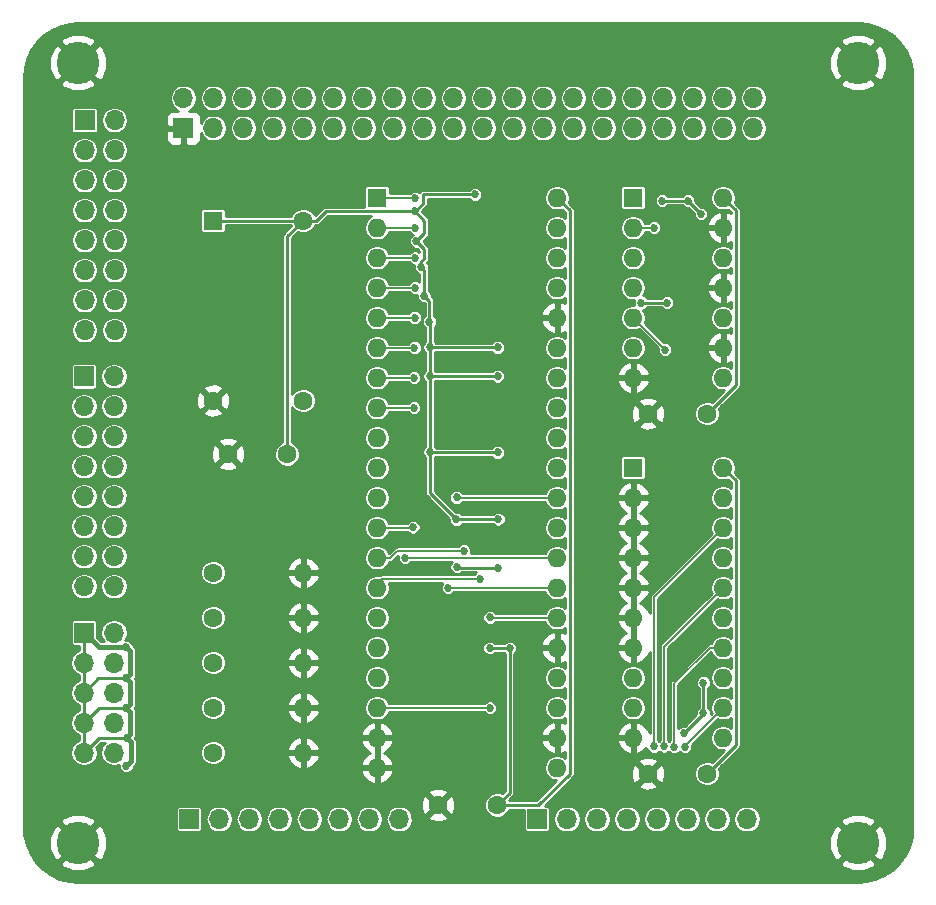
<source format=gtl>
%TF.GenerationSoftware,KiCad,Pcbnew,(5.0.1)-3*%
%TF.CreationDate,2018-11-22T18:04:47+01:00*%
%TF.ProjectId,S80 Serial,5338302053657269616C2E6B69636164,1.0*%
%TF.SameCoordinates,Original*%
%TF.FileFunction,Copper,L1,Top,Signal*%
%TF.FilePolarity,Positive*%
%FSLAX46Y46*%
G04 Gerber Fmt 4.6, Leading zero omitted, Abs format (unit mm)*
G04 Created by KiCad (PCBNEW (5.0.1)-3) date 22/11/2018 18:04:47*
%MOMM*%
%LPD*%
G01*
G04 APERTURE LIST*
%ADD10O,1.700000X1.700000*%
%ADD11R,1.700000X1.700000*%
%ADD12C,1.600000*%
%ADD13C,3.600000*%
%ADD14O,1.600000X1.600000*%
%ADD15R,1.600000X1.600000*%
%ADD16C,0.685800*%
%ADD17C,0.457200*%
%ADD18C,0.254000*%
%ADD19C,0.152400*%
G04 APERTURE END LIST*
D10*
X93212920Y-91978480D03*
X90672920Y-91978480D03*
X88132920Y-91978480D03*
X85592920Y-91978480D03*
X83052920Y-91978480D03*
X80512920Y-91978480D03*
X77972920Y-91978480D03*
D11*
X75432920Y-91978480D03*
D10*
X123197620Y-30939740D03*
X123197620Y-33479740D03*
X120657620Y-30939740D03*
X120657620Y-33479740D03*
X118117620Y-30939740D03*
X118117620Y-33479740D03*
X115577620Y-30939740D03*
X115577620Y-33479740D03*
X113037620Y-30939740D03*
X113037620Y-33479740D03*
X110497620Y-30939740D03*
X110497620Y-33479740D03*
X107957620Y-30939740D03*
X107957620Y-33479740D03*
X105417620Y-30939740D03*
X105417620Y-33479740D03*
X102877620Y-30939740D03*
X102877620Y-33479740D03*
X100337620Y-30939740D03*
X100337620Y-33479740D03*
X97797620Y-30939740D03*
X97797620Y-33479740D03*
X95257620Y-30939740D03*
X95257620Y-33479740D03*
X92717620Y-30939740D03*
X92717620Y-33479740D03*
X90177620Y-30939740D03*
X90177620Y-33479740D03*
X87637620Y-30939740D03*
X87637620Y-33479740D03*
X85097620Y-30939740D03*
X85097620Y-33479740D03*
X82557620Y-30939740D03*
X82557620Y-33479740D03*
X80017620Y-30939740D03*
X80017620Y-33479740D03*
X77477620Y-30939740D03*
X77477620Y-33479740D03*
X74937620Y-30939740D03*
D11*
X74937620Y-33479740D03*
X104894380Y-91983560D03*
D10*
X107434380Y-91983560D03*
X109974380Y-91983560D03*
X112514380Y-91983560D03*
X115054380Y-91983560D03*
X117594380Y-91983560D03*
X120134380Y-91983560D03*
X122674380Y-91983560D03*
D11*
X66537840Y-76200000D03*
D10*
X69077840Y-76200000D03*
X66537840Y-78740000D03*
X69077840Y-78740000D03*
X66537840Y-81280000D03*
X69077840Y-81280000D03*
X66537840Y-83820000D03*
X69077840Y-83820000D03*
X66537840Y-86360000D03*
X69077840Y-86360000D03*
D12*
X78740000Y-61087000D03*
X83740000Y-61087000D03*
X101520000Y-90797380D03*
X96520000Y-90797380D03*
X114300000Y-88138000D03*
X119300000Y-88138000D03*
X119300000Y-57658000D03*
X114300000Y-57658000D03*
D13*
X66040000Y-27940000D03*
X132080000Y-27940000D03*
X66040000Y-93980000D03*
X132080000Y-93980000D03*
D10*
X69072760Y-72265540D03*
X66532760Y-72265540D03*
X69072760Y-69725540D03*
X66532760Y-69725540D03*
X69072760Y-67185540D03*
X66532760Y-67185540D03*
X69072760Y-64645540D03*
X66532760Y-64645540D03*
X69072760Y-62105540D03*
X66532760Y-62105540D03*
X69072760Y-59565540D03*
X66532760Y-59565540D03*
X69072760Y-57025540D03*
X66532760Y-57025540D03*
X69072760Y-54485540D03*
D11*
X66532760Y-54485540D03*
X66586100Y-32806640D03*
D10*
X69126100Y-32806640D03*
X66586100Y-35346640D03*
X69126100Y-35346640D03*
X66586100Y-37886640D03*
X69126100Y-37886640D03*
X66586100Y-40426640D03*
X69126100Y-40426640D03*
X66586100Y-42966640D03*
X69126100Y-42966640D03*
X66586100Y-45506640D03*
X69126100Y-45506640D03*
X66586100Y-48046640D03*
X69126100Y-48046640D03*
X66586100Y-50586640D03*
X69126100Y-50586640D03*
D14*
X85090000Y-86360000D03*
D12*
X77470000Y-86360000D03*
X77470000Y-82550000D03*
D14*
X85090000Y-82550000D03*
D12*
X77470000Y-78740000D03*
D14*
X85090000Y-78740000D03*
X85090000Y-74930000D03*
D12*
X77470000Y-74930000D03*
X77470000Y-71120000D03*
D14*
X85090000Y-71120000D03*
D15*
X91346020Y-39370000D03*
D14*
X106586020Y-87630000D03*
X91346020Y-41910000D03*
X106586020Y-85090000D03*
X91346020Y-44450000D03*
X106586020Y-82550000D03*
X91346020Y-46990000D03*
X106586020Y-80010000D03*
X91346020Y-49530000D03*
X106586020Y-77470000D03*
X91346020Y-52070000D03*
X106586020Y-74930000D03*
X91346020Y-54610000D03*
X106586020Y-72390000D03*
X91346020Y-57150000D03*
X106586020Y-69850000D03*
X91346020Y-59690000D03*
X106586020Y-67310000D03*
X91346020Y-62230000D03*
X106586020Y-64770000D03*
X91346020Y-64770000D03*
X106586020Y-62230000D03*
X91346020Y-67310000D03*
X106586020Y-59690000D03*
X91346020Y-69850000D03*
X106586020Y-57150000D03*
X91346020Y-72390000D03*
X106586020Y-54610000D03*
X91346020Y-74930000D03*
X106586020Y-52070000D03*
X91346020Y-77470000D03*
X106586020Y-49530000D03*
X91346020Y-80010000D03*
X106586020Y-46990000D03*
X91346020Y-82550000D03*
X106586020Y-44450000D03*
X91346020Y-85090000D03*
X106586020Y-41910000D03*
X91346020Y-87630000D03*
X106586020Y-39370000D03*
X120650000Y-39370000D03*
X113030000Y-54610000D03*
X120650000Y-41910000D03*
X113030000Y-52070000D03*
X120650000Y-44450000D03*
X113030000Y-49530000D03*
X120650000Y-46990000D03*
X113030000Y-46990000D03*
X120650000Y-49530000D03*
X113030000Y-44450000D03*
X120650000Y-52070000D03*
X113030000Y-41910000D03*
X120650000Y-54610000D03*
D15*
X113030000Y-39370000D03*
X113030000Y-62230000D03*
D14*
X120650000Y-85090000D03*
X113030000Y-64770000D03*
X120650000Y-82550000D03*
X113030000Y-67310000D03*
X120650000Y-80010000D03*
X113030000Y-69850000D03*
X120650000Y-77470000D03*
X113030000Y-72390000D03*
X120650000Y-74930000D03*
X113030000Y-74930000D03*
X120650000Y-72390000D03*
X113030000Y-77470000D03*
X120650000Y-69850000D03*
X113030000Y-80010000D03*
X120650000Y-67310000D03*
X113030000Y-82550000D03*
X120650000Y-64770000D03*
X113030000Y-85090000D03*
X120650000Y-62230000D03*
D12*
X77470000Y-56550560D03*
X85090000Y-56550560D03*
X85090000Y-41310560D03*
D15*
X77470000Y-41310560D03*
D16*
X101569520Y-70695820D03*
X98099880Y-70639940D03*
X101612700Y-66598800D03*
X98066860Y-66614040D03*
X70114160Y-80078580D03*
X70114160Y-77444600D03*
X70126860Y-82570320D03*
X70139560Y-85123020D03*
X70119240Y-87452200D03*
X102577900Y-77513180D03*
X100886260Y-77510640D03*
X101546660Y-60942220D03*
X95808800Y-60901580D03*
X101549200Y-54488080D03*
X101549200Y-52054760D03*
X95808800Y-52034440D03*
X95808800Y-54488080D03*
X99636580Y-39095680D03*
X95778320Y-49862740D03*
X95336360Y-47673260D03*
X95097600Y-45260260D03*
X94681040Y-43058080D03*
X94566740Y-40543480D03*
X118783100Y-40754300D03*
X117655340Y-39621460D03*
X115463320Y-39621460D03*
X118986300Y-80441800D03*
X118986300Y-83032600D03*
X117350540Y-84698840D03*
X115900200Y-48257460D03*
X113731040Y-48262540D03*
X118958360Y-67800220D03*
X118953280Y-71747380D03*
X118958360Y-76677520D03*
X118963440Y-79364840D03*
X93710760Y-69850000D03*
X97345500Y-72400160D03*
X100888800Y-74917300D03*
X94569280Y-39420800D03*
X94554040Y-41917620D03*
X94543880Y-44462700D03*
X94533720Y-46995080D03*
X94526100Y-49530000D03*
X94510860Y-52075080D03*
X94485460Y-54617620D03*
X94472760Y-57155080D03*
X100901500Y-82562700D03*
X114790220Y-41910000D03*
X94406720Y-67279520D03*
X100096320Y-71628000D03*
X98084640Y-64747140D03*
X98689170Y-69263449D03*
X115727480Y-52230020D03*
X117393720Y-85844380D03*
X116514880Y-85846920D03*
X115643660Y-85818980D03*
X114772440Y-85826600D03*
D17*
X67782440Y-77444600D02*
X70114160Y-77444600D01*
X66537840Y-76200000D02*
X67782440Y-77444600D01*
X70457059Y-79735681D02*
X70114160Y-80078580D01*
X70457059Y-77787499D02*
X70457059Y-79735681D01*
X70114160Y-77444600D02*
X70457059Y-77787499D01*
X70457059Y-82240121D02*
X70126860Y-82570320D01*
X70114160Y-80078580D02*
X70457059Y-80421479D01*
X70457059Y-80421479D02*
X70457059Y-82240121D01*
X70469759Y-84792821D02*
X70139560Y-85123020D01*
X70126860Y-82570320D02*
X70469759Y-82913219D01*
X70469759Y-82913219D02*
X70469759Y-84792821D01*
X70482459Y-87088981D02*
X70119240Y-87452200D01*
X70139560Y-85123020D02*
X70482459Y-85465919D01*
X70482459Y-85465919D02*
X70482459Y-87088981D01*
D18*
X100888800Y-77513180D02*
X100886260Y-77510640D01*
X102577900Y-77513180D02*
X100888800Y-77513180D01*
X98155760Y-70695820D02*
X98099880Y-70639940D01*
X101569520Y-70695820D02*
X98155760Y-70695820D01*
X98082100Y-66598800D02*
X98066860Y-66614040D01*
X101612700Y-66598800D02*
X98082100Y-66598800D01*
X95849440Y-60942220D02*
X95808800Y-60901580D01*
X101546660Y-60942220D02*
X95849440Y-60942220D01*
X101549200Y-54488080D02*
X95808800Y-54488080D01*
X95829120Y-52054760D02*
X95808800Y-52034440D01*
X101549200Y-52054760D02*
X95829120Y-52054760D01*
X95808800Y-52034440D02*
X95808800Y-54488080D01*
X95808800Y-54973013D02*
X95808800Y-60901580D01*
X95808800Y-54488080D02*
X95808800Y-54973013D01*
X95808800Y-61386513D02*
X95806260Y-61389053D01*
X95808800Y-60901580D02*
X95808800Y-61386513D01*
X95806260Y-64353440D02*
X98066860Y-66614040D01*
X95806260Y-61389053D02*
X95806260Y-64353440D01*
X99636580Y-39095680D02*
X95237300Y-39095680D01*
X95808800Y-49893220D02*
X95808800Y-52034440D01*
X95778320Y-49862740D02*
X95808800Y-49893220D01*
X95778320Y-49862740D02*
X95778320Y-48115220D01*
X95778320Y-48115220D02*
X95336360Y-47673260D01*
X95336360Y-47673260D02*
X95336360Y-45499020D01*
X95336360Y-45499020D02*
X95097600Y-45260260D01*
X95097600Y-44775327D02*
X95343980Y-44528947D01*
X95097600Y-45260260D02*
X95097600Y-44775327D01*
X95343980Y-44528947D02*
X95343980Y-43721020D01*
X95343980Y-43721020D02*
X94681040Y-43058080D01*
X95023939Y-42715181D02*
X95023939Y-42687241D01*
X94681040Y-43058080D02*
X95023939Y-42715181D01*
X95023939Y-42687241D02*
X95364300Y-42346880D01*
X95364300Y-42346880D02*
X95364300Y-41341040D01*
X95364300Y-41341040D02*
X94566740Y-40543480D01*
X95237300Y-39872920D02*
X94566740Y-40543480D01*
X95237300Y-39095680D02*
X95237300Y-39872920D01*
X102577900Y-89739480D02*
X101520000Y-90797380D01*
X102577900Y-77513180D02*
X102577900Y-89739480D01*
X120099999Y-87338001D02*
X119300000Y-88138000D01*
X121729401Y-85708599D02*
X120099999Y-87338001D01*
X121729401Y-63309401D02*
X121729401Y-85708599D01*
X120650000Y-62230000D02*
X121729401Y-63309401D01*
X120099999Y-56858001D02*
X119300000Y-57658000D01*
X121729401Y-55228599D02*
X120099999Y-56858001D01*
X121729401Y-40449401D02*
X121729401Y-55228599D01*
X120650000Y-39370000D02*
X121729401Y-40449401D01*
X102651370Y-90797380D02*
X101520000Y-90797380D01*
X105016154Y-90797380D02*
X102651370Y-90797380D01*
X107665421Y-88148113D02*
X105016154Y-90797380D01*
X107665421Y-40449401D02*
X107665421Y-88148113D01*
X106586020Y-39370000D02*
X107665421Y-40449401D01*
X83740000Y-42660560D02*
X83740000Y-61087000D01*
X85090000Y-41310560D02*
X83740000Y-42660560D01*
X78524000Y-41310560D02*
X85090000Y-41310560D01*
X77470000Y-41310560D02*
X78524000Y-41310560D01*
X118783100Y-40749220D02*
X117655340Y-39621460D01*
X118783100Y-40754300D02*
X118783100Y-40749220D01*
X117655340Y-39621460D02*
X115463320Y-39621460D01*
X118986300Y-80441800D02*
X118986300Y-83032600D01*
X118986300Y-83032600D02*
X118986300Y-83063080D01*
X118986300Y-83063080D02*
X117350540Y-84698840D01*
X115900200Y-48257460D02*
X113736120Y-48257460D01*
X113736120Y-48257460D02*
X113731040Y-48262540D01*
X66537840Y-79942081D02*
X66537840Y-81280000D01*
X66537840Y-78740000D02*
X66537840Y-79942081D01*
X66537840Y-77304000D02*
X66537840Y-78740000D01*
X66537840Y-76200000D02*
X66537840Y-77304000D01*
X66537840Y-82482081D02*
X66537840Y-83820000D01*
X66537840Y-81280000D02*
X66537840Y-82482081D01*
X66537840Y-83820000D02*
X66537840Y-86360000D01*
X67774820Y-85123020D02*
X70139560Y-85123020D01*
X66537840Y-86360000D02*
X67774820Y-85123020D01*
X67787520Y-82570320D02*
X70126860Y-82570320D01*
X66537840Y-83820000D02*
X67787520Y-82570320D01*
X67739260Y-80078580D02*
X70114160Y-80078580D01*
X66537840Y-81280000D02*
X67739260Y-80078580D01*
X94081807Y-40543480D02*
X94566740Y-40543480D01*
X86988450Y-40543480D02*
X94081807Y-40543480D01*
X86221370Y-41310560D02*
X86988450Y-40543480D01*
X85090000Y-41310560D02*
X86221370Y-41310560D01*
D19*
X93710760Y-69850000D02*
X106586020Y-69850000D01*
X97355660Y-72390000D02*
X106586020Y-72390000D01*
X97345500Y-72400160D02*
X97355660Y-72390000D01*
X100901500Y-74930000D02*
X106586020Y-74930000D01*
X100888800Y-74917300D02*
X100901500Y-74930000D01*
X94518480Y-39370000D02*
X91346020Y-39370000D01*
X94569280Y-39420800D02*
X94518480Y-39370000D01*
X94546420Y-41910000D02*
X91346020Y-41910000D01*
X94554040Y-41917620D02*
X94546420Y-41910000D01*
X94536260Y-44450000D02*
X91346020Y-44450000D01*
X94543880Y-44457620D02*
X94536260Y-44450000D01*
X94543880Y-44462700D02*
X94543880Y-44457620D01*
X91353640Y-46997620D02*
X91346020Y-46990000D01*
X94536260Y-46997620D02*
X91353640Y-46997620D01*
X94533720Y-46995080D02*
X94536260Y-46997620D01*
X91348560Y-49527460D02*
X91346020Y-49530000D01*
X94528640Y-49527460D02*
X91348560Y-49527460D01*
X94526100Y-49530000D02*
X94528640Y-49527460D01*
X91356180Y-52080160D02*
X91346020Y-52070000D01*
X94505780Y-52080160D02*
X91356180Y-52080160D01*
X94510860Y-52075080D02*
X94505780Y-52080160D01*
X94475300Y-54610000D02*
X91346020Y-54610000D01*
X94485460Y-54620160D02*
X94475300Y-54610000D01*
X94485460Y-54617620D02*
X94485460Y-54620160D01*
X94467680Y-57150000D02*
X91346020Y-57150000D01*
X94472760Y-57155080D02*
X94467680Y-57150000D01*
X100888800Y-82550000D02*
X91346020Y-82550000D01*
X100901500Y-82562700D02*
X100888800Y-82550000D01*
X114790220Y-41910000D02*
X113030000Y-41910000D01*
X94376240Y-67310000D02*
X91346020Y-67310000D01*
X94406720Y-67279520D02*
X94376240Y-67310000D01*
X91346020Y-72390000D02*
X91346020Y-72016620D01*
X91346020Y-72016620D02*
X91734640Y-71628000D01*
X91734640Y-71628000D02*
X100096320Y-71628000D01*
X98107500Y-64770000D02*
X106586020Y-64770000D01*
X98084640Y-64747140D02*
X98107500Y-64770000D01*
X91346020Y-69850000D02*
X92477390Y-69850000D01*
X92477390Y-69850000D02*
X93063941Y-69263449D01*
X93063941Y-69263449D02*
X98204237Y-69263449D01*
X98204237Y-69263449D02*
X98689170Y-69263449D01*
X113030000Y-49530000D02*
X113030000Y-49532540D01*
X113030000Y-49532540D02*
X115727480Y-52230020D01*
X117393720Y-85806280D02*
X120650000Y-82550000D01*
X117393720Y-85844380D02*
X117393720Y-85806280D01*
X116514880Y-85846920D02*
X116514880Y-80473750D01*
X119518630Y-77470000D02*
X120650000Y-77470000D01*
X116514880Y-80473750D02*
X119518630Y-77470000D01*
X115643660Y-77396340D02*
X120650000Y-72390000D01*
X115643660Y-85818980D02*
X115643660Y-77396340D01*
X114772440Y-73187560D02*
X120650000Y-67310000D01*
X114772440Y-85826600D02*
X114772440Y-73187560D01*
X114767360Y-85826600D02*
X114917220Y-85676740D01*
D18*
G36*
X132894356Y-24683984D02*
X133682977Y-24899726D01*
X134420927Y-25251712D01*
X135084882Y-25728811D01*
X135653855Y-26315946D01*
X136109866Y-26994560D01*
X136438499Y-27743208D01*
X136630245Y-28541892D01*
X136680600Y-29227585D01*
X136680601Y-92688640D01*
X136606015Y-93524358D01*
X136390273Y-94312979D01*
X136038288Y-95050927D01*
X135561191Y-95714879D01*
X134974056Y-96283853D01*
X134295440Y-96739866D01*
X133546794Y-97068499D01*
X132748108Y-97260245D01*
X132062414Y-97310600D01*
X66061349Y-97310600D01*
X65225642Y-97236015D01*
X64437021Y-97020273D01*
X63699073Y-96668288D01*
X63035121Y-96191191D01*
X62569425Y-95710630D01*
X64488975Y-95710630D01*
X64685358Y-96060569D01*
X65584673Y-96420594D01*
X66553308Y-96409061D01*
X67394642Y-96060569D01*
X67591025Y-95710630D01*
X130528975Y-95710630D01*
X130725358Y-96060569D01*
X131624673Y-96420594D01*
X132593308Y-96409061D01*
X133434642Y-96060569D01*
X133631025Y-95710630D01*
X132080000Y-94159605D01*
X130528975Y-95710630D01*
X67591025Y-95710630D01*
X66040000Y-94159605D01*
X64488975Y-95710630D01*
X62569425Y-95710630D01*
X62466147Y-95604056D01*
X62010134Y-94925440D01*
X61681501Y-94176794D01*
X61524942Y-93524673D01*
X63599406Y-93524673D01*
X63610939Y-94493308D01*
X63959431Y-95334642D01*
X64309370Y-95531025D01*
X65860395Y-93980000D01*
X66219605Y-93980000D01*
X67770630Y-95531025D01*
X68120569Y-95334642D01*
X68480594Y-94435327D01*
X68469752Y-93524673D01*
X129639406Y-93524673D01*
X129650939Y-94493308D01*
X129999431Y-95334642D01*
X130349370Y-95531025D01*
X131900395Y-93980000D01*
X132259605Y-93980000D01*
X133810630Y-95531025D01*
X134160569Y-95334642D01*
X134520594Y-94435327D01*
X134509061Y-93466692D01*
X134160569Y-92625358D01*
X133810630Y-92428975D01*
X132259605Y-93980000D01*
X131900395Y-93980000D01*
X130349370Y-92428975D01*
X129999431Y-92625358D01*
X129639406Y-93524673D01*
X68469752Y-93524673D01*
X68469061Y-93466692D01*
X68120569Y-92625358D01*
X67770630Y-92428975D01*
X66219605Y-93980000D01*
X65860395Y-93980000D01*
X64309370Y-92428975D01*
X63959431Y-92625358D01*
X63599406Y-93524673D01*
X61524942Y-93524673D01*
X61489755Y-93378108D01*
X61439400Y-92692414D01*
X61439400Y-92249370D01*
X64488975Y-92249370D01*
X66040000Y-93800395D01*
X67591025Y-92249370D01*
X67394642Y-91899431D01*
X66495327Y-91539406D01*
X65526692Y-91550939D01*
X64685358Y-91899431D01*
X64488975Y-92249370D01*
X61439400Y-92249370D01*
X61439400Y-91128480D01*
X74298047Y-91128480D01*
X74298047Y-92828480D01*
X74319732Y-92937496D01*
X74381484Y-93029916D01*
X74473904Y-93091668D01*
X74582920Y-93113353D01*
X76282920Y-93113353D01*
X76391936Y-93091668D01*
X76484356Y-93029916D01*
X76546108Y-92937496D01*
X76567793Y-92828480D01*
X76567793Y-91978480D01*
X76821394Y-91978480D01*
X76909049Y-92419150D01*
X77158668Y-92792732D01*
X77532250Y-93042351D01*
X77861685Y-93107880D01*
X78084155Y-93107880D01*
X78413590Y-93042351D01*
X78787172Y-92792732D01*
X79036791Y-92419150D01*
X79124446Y-91978480D01*
X79361394Y-91978480D01*
X79449049Y-92419150D01*
X79698668Y-92792732D01*
X80072250Y-93042351D01*
X80401685Y-93107880D01*
X80624155Y-93107880D01*
X80953590Y-93042351D01*
X81327172Y-92792732D01*
X81576791Y-92419150D01*
X81664446Y-91978480D01*
X81901394Y-91978480D01*
X81989049Y-92419150D01*
X82238668Y-92792732D01*
X82612250Y-93042351D01*
X82941685Y-93107880D01*
X83164155Y-93107880D01*
X83493590Y-93042351D01*
X83867172Y-92792732D01*
X84116791Y-92419150D01*
X84204446Y-91978480D01*
X84441394Y-91978480D01*
X84529049Y-92419150D01*
X84778668Y-92792732D01*
X85152250Y-93042351D01*
X85481685Y-93107880D01*
X85704155Y-93107880D01*
X86033590Y-93042351D01*
X86407172Y-92792732D01*
X86656791Y-92419150D01*
X86744446Y-91978480D01*
X86981394Y-91978480D01*
X87069049Y-92419150D01*
X87318668Y-92792732D01*
X87692250Y-93042351D01*
X88021685Y-93107880D01*
X88244155Y-93107880D01*
X88573590Y-93042351D01*
X88947172Y-92792732D01*
X89196791Y-92419150D01*
X89284446Y-91978480D01*
X89521394Y-91978480D01*
X89609049Y-92419150D01*
X89858668Y-92792732D01*
X90232250Y-93042351D01*
X90561685Y-93107880D01*
X90784155Y-93107880D01*
X91113590Y-93042351D01*
X91487172Y-92792732D01*
X91736791Y-92419150D01*
X91824446Y-91978480D01*
X92061394Y-91978480D01*
X92149049Y-92419150D01*
X92398668Y-92792732D01*
X92772250Y-93042351D01*
X93101685Y-93107880D01*
X93324155Y-93107880D01*
X93653590Y-93042351D01*
X94027172Y-92792732D01*
X94276791Y-92419150D01*
X94364446Y-91978480D01*
X94329964Y-91805125D01*
X95691861Y-91805125D01*
X95765995Y-92051244D01*
X96303223Y-92244345D01*
X96873454Y-92217158D01*
X97274005Y-92051244D01*
X97348139Y-91805125D01*
X96520000Y-90976985D01*
X95691861Y-91805125D01*
X94329964Y-91805125D01*
X94276791Y-91537810D01*
X94027172Y-91164228D01*
X93653590Y-90914609D01*
X93324155Y-90849080D01*
X93101685Y-90849080D01*
X92772250Y-90914609D01*
X92398668Y-91164228D01*
X92149049Y-91537810D01*
X92061394Y-91978480D01*
X91824446Y-91978480D01*
X91736791Y-91537810D01*
X91487172Y-91164228D01*
X91113590Y-90914609D01*
X90784155Y-90849080D01*
X90561685Y-90849080D01*
X90232250Y-90914609D01*
X89858668Y-91164228D01*
X89609049Y-91537810D01*
X89521394Y-91978480D01*
X89284446Y-91978480D01*
X89196791Y-91537810D01*
X88947172Y-91164228D01*
X88573590Y-90914609D01*
X88244155Y-90849080D01*
X88021685Y-90849080D01*
X87692250Y-90914609D01*
X87318668Y-91164228D01*
X87069049Y-91537810D01*
X86981394Y-91978480D01*
X86744446Y-91978480D01*
X86656791Y-91537810D01*
X86407172Y-91164228D01*
X86033590Y-90914609D01*
X85704155Y-90849080D01*
X85481685Y-90849080D01*
X85152250Y-90914609D01*
X84778668Y-91164228D01*
X84529049Y-91537810D01*
X84441394Y-91978480D01*
X84204446Y-91978480D01*
X84116791Y-91537810D01*
X83867172Y-91164228D01*
X83493590Y-90914609D01*
X83164155Y-90849080D01*
X82941685Y-90849080D01*
X82612250Y-90914609D01*
X82238668Y-91164228D01*
X81989049Y-91537810D01*
X81901394Y-91978480D01*
X81664446Y-91978480D01*
X81576791Y-91537810D01*
X81327172Y-91164228D01*
X80953590Y-90914609D01*
X80624155Y-90849080D01*
X80401685Y-90849080D01*
X80072250Y-90914609D01*
X79698668Y-91164228D01*
X79449049Y-91537810D01*
X79361394Y-91978480D01*
X79124446Y-91978480D01*
X79036791Y-91537810D01*
X78787172Y-91164228D01*
X78413590Y-90914609D01*
X78084155Y-90849080D01*
X77861685Y-90849080D01*
X77532250Y-90914609D01*
X77158668Y-91164228D01*
X76909049Y-91537810D01*
X76821394Y-91978480D01*
X76567793Y-91978480D01*
X76567793Y-91128480D01*
X76546108Y-91019464D01*
X76484356Y-90927044D01*
X76391936Y-90865292D01*
X76282920Y-90843607D01*
X74582920Y-90843607D01*
X74473904Y-90865292D01*
X74381484Y-90927044D01*
X74319732Y-91019464D01*
X74298047Y-91128480D01*
X61439400Y-91128480D01*
X61439400Y-90580603D01*
X95073035Y-90580603D01*
X95100222Y-91150834D01*
X95266136Y-91551385D01*
X95512255Y-91625519D01*
X96340395Y-90797380D01*
X96699605Y-90797380D01*
X97527745Y-91625519D01*
X97773864Y-91551385D01*
X97966965Y-91014157D01*
X97939778Y-90443926D01*
X97773864Y-90043375D01*
X97527745Y-89969241D01*
X96699605Y-90797380D01*
X96340395Y-90797380D01*
X95512255Y-89969241D01*
X95266136Y-90043375D01*
X95073035Y-90580603D01*
X61439400Y-90580603D01*
X61439400Y-89789635D01*
X95691861Y-89789635D01*
X96520000Y-90617775D01*
X97348139Y-89789635D01*
X97274005Y-89543516D01*
X96736777Y-89350415D01*
X96166546Y-89377602D01*
X95765995Y-89543516D01*
X95691861Y-89789635D01*
X61439400Y-89789635D01*
X61439400Y-78740000D01*
X65386314Y-78740000D01*
X65473969Y-79180670D01*
X65723588Y-79554252D01*
X66097170Y-79803871D01*
X66131441Y-79810688D01*
X66131441Y-79902054D01*
X66131440Y-79902059D01*
X66131440Y-80209312D01*
X66097170Y-80216129D01*
X65723588Y-80465748D01*
X65473969Y-80839330D01*
X65386314Y-81280000D01*
X65473969Y-81720670D01*
X65723588Y-82094252D01*
X66097170Y-82343871D01*
X66131441Y-82350688D01*
X66131441Y-82442054D01*
X66131440Y-82442059D01*
X66131440Y-82749312D01*
X66097170Y-82756129D01*
X65723588Y-83005748D01*
X65473969Y-83379330D01*
X65386314Y-83820000D01*
X65473969Y-84260670D01*
X65723588Y-84634252D01*
X66097170Y-84883871D01*
X66131440Y-84890688D01*
X66131441Y-85289312D01*
X66097170Y-85296129D01*
X65723588Y-85545748D01*
X65473969Y-85919330D01*
X65386314Y-86360000D01*
X65473969Y-86800670D01*
X65723588Y-87174252D01*
X66097170Y-87423871D01*
X66426605Y-87489400D01*
X66649075Y-87489400D01*
X66978510Y-87423871D01*
X67352092Y-87174252D01*
X67601711Y-86800670D01*
X67689366Y-86360000D01*
X67601711Y-85919330D01*
X67582299Y-85890277D01*
X67943156Y-85529420D01*
X68288025Y-85529420D01*
X68263588Y-85545748D01*
X68013969Y-85919330D01*
X67926314Y-86360000D01*
X68013969Y-86800670D01*
X68263588Y-87174252D01*
X68637170Y-87423871D01*
X68966605Y-87489400D01*
X69189075Y-87489400D01*
X69496940Y-87428162D01*
X69496940Y-87575983D01*
X69591679Y-87804705D01*
X69766735Y-87979761D01*
X69995457Y-88074500D01*
X70243023Y-88074500D01*
X70471745Y-87979761D01*
X70472467Y-87979039D01*
X89954116Y-87979039D01*
X90114979Y-88367423D01*
X90490886Y-88782389D01*
X90996979Y-89021914D01*
X91219020Y-88900629D01*
X91219020Y-87757000D01*
X91473020Y-87757000D01*
X91473020Y-88900629D01*
X91695061Y-89021914D01*
X92201154Y-88782389D01*
X92577061Y-88367423D01*
X92737924Y-87979039D01*
X92615935Y-87757000D01*
X91473020Y-87757000D01*
X91219020Y-87757000D01*
X90076105Y-87757000D01*
X89954116Y-87979039D01*
X70472467Y-87979039D01*
X70646801Y-87804705D01*
X70741540Y-87575983D01*
X70741540Y-87548321D01*
X70806294Y-87483567D01*
X70848706Y-87455228D01*
X70877045Y-87412816D01*
X70877047Y-87412814D01*
X70960984Y-87287193D01*
X70973767Y-87222929D01*
X70990459Y-87139013D01*
X70990459Y-87139010D01*
X71000410Y-87088982D01*
X70990459Y-87038954D01*
X70990459Y-86145294D01*
X76390600Y-86145294D01*
X76390600Y-86574706D01*
X76554929Y-86971431D01*
X76858569Y-87275071D01*
X77255294Y-87439400D01*
X77684706Y-87439400D01*
X78081431Y-87275071D01*
X78385071Y-86971431D01*
X78493757Y-86709039D01*
X83698096Y-86709039D01*
X83858959Y-87097423D01*
X84234866Y-87512389D01*
X84740959Y-87751914D01*
X84963000Y-87630629D01*
X84963000Y-86487000D01*
X85217000Y-86487000D01*
X85217000Y-87630629D01*
X85439041Y-87751914D01*
X85945134Y-87512389D01*
X86321041Y-87097423D01*
X86481904Y-86709039D01*
X86359915Y-86487000D01*
X85217000Y-86487000D01*
X84963000Y-86487000D01*
X83820085Y-86487000D01*
X83698096Y-86709039D01*
X78493757Y-86709039D01*
X78549400Y-86574706D01*
X78549400Y-86145294D01*
X78493758Y-86010961D01*
X83698096Y-86010961D01*
X83820085Y-86233000D01*
X84963000Y-86233000D01*
X84963000Y-85089371D01*
X85217000Y-85089371D01*
X85217000Y-86233000D01*
X86359915Y-86233000D01*
X86481904Y-86010961D01*
X86321041Y-85622577D01*
X86154779Y-85439039D01*
X89954116Y-85439039D01*
X90114979Y-85827423D01*
X90490886Y-86242389D01*
X90739387Y-86360000D01*
X90490886Y-86477611D01*
X90114979Y-86892577D01*
X89954116Y-87280961D01*
X90076105Y-87503000D01*
X91219020Y-87503000D01*
X91219020Y-85217000D01*
X91473020Y-85217000D01*
X91473020Y-87503000D01*
X92615935Y-87503000D01*
X92737924Y-87280961D01*
X92577061Y-86892577D01*
X92201154Y-86477611D01*
X91952653Y-86360000D01*
X92201154Y-86242389D01*
X92577061Y-85827423D01*
X92737924Y-85439039D01*
X92615935Y-85217000D01*
X91473020Y-85217000D01*
X91219020Y-85217000D01*
X90076105Y-85217000D01*
X89954116Y-85439039D01*
X86154779Y-85439039D01*
X85945134Y-85207611D01*
X85439041Y-84968086D01*
X85217000Y-85089371D01*
X84963000Y-85089371D01*
X84740959Y-84968086D01*
X84234866Y-85207611D01*
X83858959Y-85622577D01*
X83698096Y-86010961D01*
X78493758Y-86010961D01*
X78385071Y-85748569D01*
X78081431Y-85444929D01*
X77684706Y-85280600D01*
X77255294Y-85280600D01*
X76858569Y-85444929D01*
X76554929Y-85748569D01*
X76390600Y-86145294D01*
X70990459Y-86145294D01*
X70990459Y-85515946D01*
X71000410Y-85465918D01*
X70990459Y-85415888D01*
X70990459Y-85415887D01*
X70960984Y-85267707D01*
X70862200Y-85119867D01*
X70864345Y-85116656D01*
X70864347Y-85116654D01*
X70948284Y-84991033D01*
X70952848Y-84968086D01*
X70977759Y-84842853D01*
X70977759Y-84842849D01*
X70987710Y-84792821D01*
X70977759Y-84742793D01*
X70977759Y-84740961D01*
X89954116Y-84740961D01*
X90076105Y-84963000D01*
X91219020Y-84963000D01*
X91219020Y-83819371D01*
X91473020Y-83819371D01*
X91473020Y-84963000D01*
X92615935Y-84963000D01*
X92737924Y-84740961D01*
X92577061Y-84352577D01*
X92201154Y-83937611D01*
X91695061Y-83698086D01*
X91473020Y-83819371D01*
X91219020Y-83819371D01*
X90996979Y-83698086D01*
X90490886Y-83937611D01*
X90114979Y-84352577D01*
X89954116Y-84740961D01*
X70977759Y-84740961D01*
X70977759Y-82963246D01*
X70987710Y-82913218D01*
X70977759Y-82863188D01*
X70977759Y-82863187D01*
X70948284Y-82715007D01*
X70849500Y-82567167D01*
X70851645Y-82563956D01*
X70851647Y-82563954D01*
X70935584Y-82438333D01*
X70938634Y-82423000D01*
X70956079Y-82335294D01*
X76390600Y-82335294D01*
X76390600Y-82764706D01*
X76554929Y-83161431D01*
X76858569Y-83465071D01*
X77255294Y-83629400D01*
X77684706Y-83629400D01*
X78081431Y-83465071D01*
X78385071Y-83161431D01*
X78493757Y-82899039D01*
X83698096Y-82899039D01*
X83858959Y-83287423D01*
X84234866Y-83702389D01*
X84740959Y-83941914D01*
X84963000Y-83820629D01*
X84963000Y-82677000D01*
X85217000Y-82677000D01*
X85217000Y-83820629D01*
X85439041Y-83941914D01*
X85945134Y-83702389D01*
X86321041Y-83287423D01*
X86481904Y-82899039D01*
X86359915Y-82677000D01*
X85217000Y-82677000D01*
X84963000Y-82677000D01*
X83820085Y-82677000D01*
X83698096Y-82899039D01*
X78493757Y-82899039D01*
X78549400Y-82764706D01*
X78549400Y-82550000D01*
X90245474Y-82550000D01*
X90329248Y-82971161D01*
X90567816Y-83328204D01*
X90924859Y-83566772D01*
X91239712Y-83629400D01*
X91452328Y-83629400D01*
X91767181Y-83566772D01*
X92124224Y-83328204D01*
X92362792Y-82971161D01*
X92375833Y-82905600D01*
X100369961Y-82905600D01*
X100373939Y-82915205D01*
X100548995Y-83090261D01*
X100777717Y-83185000D01*
X101025283Y-83185000D01*
X101254005Y-83090261D01*
X101429061Y-82915205D01*
X101523800Y-82686483D01*
X101523800Y-82438917D01*
X101429061Y-82210195D01*
X101254005Y-82035139D01*
X101025283Y-81940400D01*
X100777717Y-81940400D01*
X100548995Y-82035139D01*
X100389734Y-82194400D01*
X92375833Y-82194400D01*
X92362792Y-82128839D01*
X92124224Y-81771796D01*
X91767181Y-81533228D01*
X91452328Y-81470600D01*
X91239712Y-81470600D01*
X90924859Y-81533228D01*
X90567816Y-81771796D01*
X90329248Y-82128839D01*
X90245474Y-82550000D01*
X78549400Y-82550000D01*
X78549400Y-82335294D01*
X78493758Y-82200961D01*
X83698096Y-82200961D01*
X83820085Y-82423000D01*
X84963000Y-82423000D01*
X84963000Y-81279371D01*
X85217000Y-81279371D01*
X85217000Y-82423000D01*
X86359915Y-82423000D01*
X86481904Y-82200961D01*
X86321041Y-81812577D01*
X85945134Y-81397611D01*
X85439041Y-81158086D01*
X85217000Y-81279371D01*
X84963000Y-81279371D01*
X84740959Y-81158086D01*
X84234866Y-81397611D01*
X83858959Y-81812577D01*
X83698096Y-82200961D01*
X78493758Y-82200961D01*
X78385071Y-81938569D01*
X78081431Y-81634929D01*
X77684706Y-81470600D01*
X77255294Y-81470600D01*
X76858569Y-81634929D01*
X76554929Y-81938569D01*
X76390600Y-82335294D01*
X70956079Y-82335294D01*
X70965059Y-82290153D01*
X70965059Y-82290149D01*
X70975010Y-82240121D01*
X70965059Y-82190093D01*
X70965059Y-80471506D01*
X70975010Y-80421478D01*
X70965059Y-80371448D01*
X70965059Y-80371447D01*
X70935584Y-80223267D01*
X70838907Y-80078580D01*
X70935584Y-79933893D01*
X70965059Y-79785713D01*
X70965059Y-79785710D01*
X70975010Y-79735682D01*
X70965059Y-79685654D01*
X70965059Y-78525294D01*
X76390600Y-78525294D01*
X76390600Y-78954706D01*
X76554929Y-79351431D01*
X76858569Y-79655071D01*
X77255294Y-79819400D01*
X77684706Y-79819400D01*
X78081431Y-79655071D01*
X78385071Y-79351431D01*
X78493757Y-79089039D01*
X83698096Y-79089039D01*
X83858959Y-79477423D01*
X84234866Y-79892389D01*
X84740959Y-80131914D01*
X84963000Y-80010629D01*
X84963000Y-78867000D01*
X85217000Y-78867000D01*
X85217000Y-80010629D01*
X85439041Y-80131914D01*
X85696633Y-80010000D01*
X90245474Y-80010000D01*
X90329248Y-80431161D01*
X90567816Y-80788204D01*
X90924859Y-81026772D01*
X91239712Y-81089400D01*
X91452328Y-81089400D01*
X91767181Y-81026772D01*
X92124224Y-80788204D01*
X92362792Y-80431161D01*
X92446566Y-80010000D01*
X92362792Y-79588839D01*
X92124224Y-79231796D01*
X91767181Y-78993228D01*
X91452328Y-78930600D01*
X91239712Y-78930600D01*
X90924859Y-78993228D01*
X90567816Y-79231796D01*
X90329248Y-79588839D01*
X90245474Y-80010000D01*
X85696633Y-80010000D01*
X85945134Y-79892389D01*
X86321041Y-79477423D01*
X86481904Y-79089039D01*
X86359915Y-78867000D01*
X85217000Y-78867000D01*
X84963000Y-78867000D01*
X83820085Y-78867000D01*
X83698096Y-79089039D01*
X78493757Y-79089039D01*
X78549400Y-78954706D01*
X78549400Y-78525294D01*
X78493758Y-78390961D01*
X83698096Y-78390961D01*
X83820085Y-78613000D01*
X84963000Y-78613000D01*
X84963000Y-77469371D01*
X85217000Y-77469371D01*
X85217000Y-78613000D01*
X86359915Y-78613000D01*
X86481904Y-78390961D01*
X86321041Y-78002577D01*
X85945134Y-77587611D01*
X85696634Y-77470000D01*
X90245474Y-77470000D01*
X90329248Y-77891161D01*
X90567816Y-78248204D01*
X90924859Y-78486772D01*
X91239712Y-78549400D01*
X91452328Y-78549400D01*
X91767181Y-78486772D01*
X92124224Y-78248204D01*
X92362792Y-77891161D01*
X92446566Y-77470000D01*
X92362792Y-77048839D01*
X92124224Y-76691796D01*
X91767181Y-76453228D01*
X91452328Y-76390600D01*
X91239712Y-76390600D01*
X90924859Y-76453228D01*
X90567816Y-76691796D01*
X90329248Y-77048839D01*
X90245474Y-77470000D01*
X85696634Y-77470000D01*
X85439041Y-77348086D01*
X85217000Y-77469371D01*
X84963000Y-77469371D01*
X84740959Y-77348086D01*
X84234866Y-77587611D01*
X83858959Y-78002577D01*
X83698096Y-78390961D01*
X78493758Y-78390961D01*
X78385071Y-78128569D01*
X78081431Y-77824929D01*
X77684706Y-77660600D01*
X77255294Y-77660600D01*
X76858569Y-77824929D01*
X76554929Y-78128569D01*
X76390600Y-78525294D01*
X70965059Y-78525294D01*
X70965059Y-77837526D01*
X70975010Y-77787498D01*
X70965059Y-77737468D01*
X70965059Y-77737467D01*
X70935584Y-77589287D01*
X70823306Y-77421252D01*
X70780892Y-77392912D01*
X70736460Y-77348480D01*
X70736460Y-77320817D01*
X70641721Y-77092095D01*
X70466665Y-76917039D01*
X70237943Y-76822300D01*
X70020350Y-76822300D01*
X70141711Y-76640670D01*
X70229366Y-76200000D01*
X70141711Y-75759330D01*
X69892092Y-75385748D01*
X69518510Y-75136129D01*
X69189075Y-75070600D01*
X68966605Y-75070600D01*
X68637170Y-75136129D01*
X68263588Y-75385748D01*
X68013969Y-75759330D01*
X67926314Y-76200000D01*
X68013969Y-76640670D01*
X68211703Y-76936600D01*
X67992861Y-76936600D01*
X67672713Y-76616452D01*
X67672713Y-75350000D01*
X67651028Y-75240984D01*
X67589276Y-75148564D01*
X67496856Y-75086812D01*
X67387840Y-75065127D01*
X65687840Y-75065127D01*
X65578824Y-75086812D01*
X65486404Y-75148564D01*
X65424652Y-75240984D01*
X65402967Y-75350000D01*
X65402967Y-77050000D01*
X65424652Y-77159016D01*
X65486404Y-77251436D01*
X65578824Y-77313188D01*
X65687840Y-77334873D01*
X66131440Y-77334873D01*
X66131440Y-77669312D01*
X66097170Y-77676129D01*
X65723588Y-77925748D01*
X65473969Y-78299330D01*
X65386314Y-78740000D01*
X61439400Y-78740000D01*
X61439400Y-74715294D01*
X76390600Y-74715294D01*
X76390600Y-75144706D01*
X76554929Y-75541431D01*
X76858569Y-75845071D01*
X77255294Y-76009400D01*
X77684706Y-76009400D01*
X78081431Y-75845071D01*
X78385071Y-75541431D01*
X78493757Y-75279039D01*
X83698096Y-75279039D01*
X83858959Y-75667423D01*
X84234866Y-76082389D01*
X84740959Y-76321914D01*
X84963000Y-76200629D01*
X84963000Y-75057000D01*
X85217000Y-75057000D01*
X85217000Y-76200629D01*
X85439041Y-76321914D01*
X85945134Y-76082389D01*
X86321041Y-75667423D01*
X86481904Y-75279039D01*
X86359915Y-75057000D01*
X85217000Y-75057000D01*
X84963000Y-75057000D01*
X83820085Y-75057000D01*
X83698096Y-75279039D01*
X78493757Y-75279039D01*
X78549400Y-75144706D01*
X78549400Y-74930000D01*
X90245474Y-74930000D01*
X90329248Y-75351161D01*
X90567816Y-75708204D01*
X90924859Y-75946772D01*
X91239712Y-76009400D01*
X91452328Y-76009400D01*
X91767181Y-75946772D01*
X92124224Y-75708204D01*
X92362792Y-75351161D01*
X92446566Y-74930000D01*
X92362792Y-74508839D01*
X92124224Y-74151796D01*
X91767181Y-73913228D01*
X91452328Y-73850600D01*
X91239712Y-73850600D01*
X90924859Y-73913228D01*
X90567816Y-74151796D01*
X90329248Y-74508839D01*
X90245474Y-74930000D01*
X78549400Y-74930000D01*
X78549400Y-74715294D01*
X78493758Y-74580961D01*
X83698096Y-74580961D01*
X83820085Y-74803000D01*
X84963000Y-74803000D01*
X84963000Y-73659371D01*
X85217000Y-73659371D01*
X85217000Y-74803000D01*
X86359915Y-74803000D01*
X86481904Y-74580961D01*
X86321041Y-74192577D01*
X85945134Y-73777611D01*
X85439041Y-73538086D01*
X85217000Y-73659371D01*
X84963000Y-73659371D01*
X84740959Y-73538086D01*
X84234866Y-73777611D01*
X83858959Y-74192577D01*
X83698096Y-74580961D01*
X78493758Y-74580961D01*
X78385071Y-74318569D01*
X78081431Y-74014929D01*
X77684706Y-73850600D01*
X77255294Y-73850600D01*
X76858569Y-74014929D01*
X76554929Y-74318569D01*
X76390600Y-74715294D01*
X61439400Y-74715294D01*
X61439400Y-72265540D01*
X65381234Y-72265540D01*
X65468889Y-72706210D01*
X65718508Y-73079792D01*
X66092090Y-73329411D01*
X66421525Y-73394940D01*
X66643995Y-73394940D01*
X66973430Y-73329411D01*
X67347012Y-73079792D01*
X67596631Y-72706210D01*
X67684286Y-72265540D01*
X67921234Y-72265540D01*
X68008889Y-72706210D01*
X68258508Y-73079792D01*
X68632090Y-73329411D01*
X68961525Y-73394940D01*
X69183995Y-73394940D01*
X69513430Y-73329411D01*
X69887012Y-73079792D01*
X70136631Y-72706210D01*
X70224286Y-72265540D01*
X70136631Y-71824870D01*
X69887012Y-71451288D01*
X69513430Y-71201669D01*
X69183995Y-71136140D01*
X68961525Y-71136140D01*
X68632090Y-71201669D01*
X68258508Y-71451288D01*
X68008889Y-71824870D01*
X67921234Y-72265540D01*
X67684286Y-72265540D01*
X67596631Y-71824870D01*
X67347012Y-71451288D01*
X66973430Y-71201669D01*
X66643995Y-71136140D01*
X66421525Y-71136140D01*
X66092090Y-71201669D01*
X65718508Y-71451288D01*
X65468889Y-71824870D01*
X65381234Y-72265540D01*
X61439400Y-72265540D01*
X61439400Y-70905294D01*
X76390600Y-70905294D01*
X76390600Y-71334706D01*
X76554929Y-71731431D01*
X76858569Y-72035071D01*
X77255294Y-72199400D01*
X77684706Y-72199400D01*
X78081431Y-72035071D01*
X78385071Y-71731431D01*
X78493757Y-71469039D01*
X83698096Y-71469039D01*
X83858959Y-71857423D01*
X84234866Y-72272389D01*
X84740959Y-72511914D01*
X84963000Y-72390629D01*
X84963000Y-71247000D01*
X85217000Y-71247000D01*
X85217000Y-72390629D01*
X85439041Y-72511914D01*
X85945134Y-72272389D01*
X86321041Y-71857423D01*
X86481904Y-71469039D01*
X86359915Y-71247000D01*
X85217000Y-71247000D01*
X84963000Y-71247000D01*
X83820085Y-71247000D01*
X83698096Y-71469039D01*
X78493757Y-71469039D01*
X78549400Y-71334706D01*
X78549400Y-70905294D01*
X78493758Y-70770961D01*
X83698096Y-70770961D01*
X83820085Y-70993000D01*
X84963000Y-70993000D01*
X84963000Y-69849371D01*
X85217000Y-69849371D01*
X85217000Y-70993000D01*
X86359915Y-70993000D01*
X86481904Y-70770961D01*
X86321041Y-70382577D01*
X85945134Y-69967611D01*
X85696634Y-69850000D01*
X90245474Y-69850000D01*
X90329248Y-70271161D01*
X90567816Y-70628204D01*
X90924859Y-70866772D01*
X91239712Y-70929400D01*
X91452328Y-70929400D01*
X91767181Y-70866772D01*
X92124224Y-70628204D01*
X92362792Y-70271161D01*
X92375833Y-70205600D01*
X92442370Y-70205600D01*
X92477390Y-70212566D01*
X92512410Y-70205600D01*
X92616138Y-70184967D01*
X92733763Y-70106373D01*
X92753601Y-70076683D01*
X93088460Y-69741824D01*
X93088460Y-69973783D01*
X93183199Y-70202505D01*
X93358255Y-70377561D01*
X93586977Y-70472300D01*
X93834543Y-70472300D01*
X94063265Y-70377561D01*
X94235226Y-70205600D01*
X97654154Y-70205600D01*
X97572319Y-70287435D01*
X97477580Y-70516157D01*
X97477580Y-70763723D01*
X97572319Y-70992445D01*
X97747375Y-71167501D01*
X97976097Y-71262240D01*
X98223663Y-71262240D01*
X98452385Y-71167501D01*
X98517666Y-71102220D01*
X99742034Y-71102220D01*
X99571854Y-71272400D01*
X91769660Y-71272400D01*
X91734640Y-71265434D01*
X91595892Y-71293033D01*
X91542698Y-71328576D01*
X91452328Y-71310600D01*
X91239712Y-71310600D01*
X90924859Y-71373228D01*
X90567816Y-71611796D01*
X90329248Y-71968839D01*
X90245474Y-72390000D01*
X90329248Y-72811161D01*
X90567816Y-73168204D01*
X90924859Y-73406772D01*
X91239712Y-73469400D01*
X91452328Y-73469400D01*
X91767181Y-73406772D01*
X92124224Y-73168204D01*
X92362792Y-72811161D01*
X92446566Y-72390000D01*
X92365728Y-71983600D01*
X96881994Y-71983600D01*
X96817939Y-72047655D01*
X96723200Y-72276377D01*
X96723200Y-72523943D01*
X96817939Y-72752665D01*
X96992995Y-72927721D01*
X97221717Y-73022460D01*
X97469283Y-73022460D01*
X97698005Y-72927721D01*
X97873061Y-72752665D01*
X97875987Y-72745600D01*
X105556207Y-72745600D01*
X105569248Y-72811161D01*
X105807816Y-73168204D01*
X106164859Y-73406772D01*
X106479712Y-73469400D01*
X106692328Y-73469400D01*
X107007181Y-73406772D01*
X107259022Y-73238498D01*
X107259022Y-74081502D01*
X107007181Y-73913228D01*
X106692328Y-73850600D01*
X106479712Y-73850600D01*
X106164859Y-73913228D01*
X105807816Y-74151796D01*
X105569248Y-74508839D01*
X105556207Y-74574400D01*
X101420339Y-74574400D01*
X101416361Y-74564795D01*
X101241305Y-74389739D01*
X101012583Y-74295000D01*
X100765017Y-74295000D01*
X100536295Y-74389739D01*
X100361239Y-74564795D01*
X100266500Y-74793517D01*
X100266500Y-75041083D01*
X100361239Y-75269805D01*
X100536295Y-75444861D01*
X100765017Y-75539600D01*
X101012583Y-75539600D01*
X101241305Y-75444861D01*
X101400566Y-75285600D01*
X105556207Y-75285600D01*
X105569248Y-75351161D01*
X105807816Y-75708204D01*
X106164859Y-75946772D01*
X106479712Y-76009400D01*
X106692328Y-76009400D01*
X107007181Y-75946772D01*
X107259022Y-75778498D01*
X107259022Y-76231411D01*
X106935061Y-76078086D01*
X106713020Y-76199371D01*
X106713020Y-77343000D01*
X106733020Y-77343000D01*
X106733020Y-77597000D01*
X106713020Y-77597000D01*
X106713020Y-78740629D01*
X106935061Y-78861914D01*
X107259022Y-78708589D01*
X107259022Y-79161502D01*
X107007181Y-78993228D01*
X106692328Y-78930600D01*
X106479712Y-78930600D01*
X106164859Y-78993228D01*
X105807816Y-79231796D01*
X105569248Y-79588839D01*
X105485474Y-80010000D01*
X105569248Y-80431161D01*
X105807816Y-80788204D01*
X106164859Y-81026772D01*
X106479712Y-81089400D01*
X106692328Y-81089400D01*
X107007181Y-81026772D01*
X107259022Y-80858498D01*
X107259022Y-81701502D01*
X107007181Y-81533228D01*
X106692328Y-81470600D01*
X106479712Y-81470600D01*
X106164859Y-81533228D01*
X105807816Y-81771796D01*
X105569248Y-82128839D01*
X105485474Y-82550000D01*
X105569248Y-82971161D01*
X105807816Y-83328204D01*
X106164859Y-83566772D01*
X106479712Y-83629400D01*
X106692328Y-83629400D01*
X107007181Y-83566772D01*
X107259022Y-83398498D01*
X107259022Y-83851411D01*
X106935061Y-83698086D01*
X106713020Y-83819371D01*
X106713020Y-84963000D01*
X106733020Y-84963000D01*
X106733020Y-85217000D01*
X106713020Y-85217000D01*
X106713020Y-86360629D01*
X106935061Y-86481914D01*
X107259022Y-86328589D01*
X107259022Y-86781502D01*
X107007181Y-86613228D01*
X106692328Y-86550600D01*
X106479712Y-86550600D01*
X106164859Y-86613228D01*
X105807816Y-86851796D01*
X105569248Y-87208839D01*
X105485474Y-87630000D01*
X105569248Y-88051161D01*
X105807816Y-88408204D01*
X106164859Y-88646772D01*
X106479712Y-88709400D01*
X106529398Y-88709400D01*
X104847819Y-90390980D01*
X102519998Y-90390980D01*
X102514473Y-90377643D01*
X102836971Y-90055146D01*
X102870897Y-90032477D01*
X102893566Y-89998551D01*
X102893569Y-89998548D01*
X102960720Y-89898050D01*
X102966041Y-89871296D01*
X102984300Y-89779503D01*
X102984300Y-89779500D01*
X102992260Y-89739480D01*
X102984300Y-89699461D01*
X102984300Y-85439039D01*
X105194116Y-85439039D01*
X105354979Y-85827423D01*
X105730886Y-86242389D01*
X106236979Y-86481914D01*
X106459020Y-86360629D01*
X106459020Y-85217000D01*
X105316105Y-85217000D01*
X105194116Y-85439039D01*
X102984300Y-85439039D01*
X102984300Y-84740961D01*
X105194116Y-84740961D01*
X105316105Y-84963000D01*
X106459020Y-84963000D01*
X106459020Y-83819371D01*
X106236979Y-83698086D01*
X105730886Y-83937611D01*
X105354979Y-84352577D01*
X105194116Y-84740961D01*
X102984300Y-84740961D01*
X102984300Y-77986846D01*
X103105461Y-77865685D01*
X103124782Y-77819039D01*
X105194116Y-77819039D01*
X105354979Y-78207423D01*
X105730886Y-78622389D01*
X106236979Y-78861914D01*
X106459020Y-78740629D01*
X106459020Y-77597000D01*
X105316105Y-77597000D01*
X105194116Y-77819039D01*
X103124782Y-77819039D01*
X103200200Y-77636963D01*
X103200200Y-77389397D01*
X103105461Y-77160675D01*
X103065747Y-77120961D01*
X105194116Y-77120961D01*
X105316105Y-77343000D01*
X106459020Y-77343000D01*
X106459020Y-76199371D01*
X106236979Y-76078086D01*
X105730886Y-76317611D01*
X105354979Y-76732577D01*
X105194116Y-77120961D01*
X103065747Y-77120961D01*
X102930405Y-76985619D01*
X102701683Y-76890880D01*
X102454117Y-76890880D01*
X102225395Y-76985619D01*
X102104234Y-77106780D01*
X101362466Y-77106780D01*
X101238765Y-76983079D01*
X101010043Y-76888340D01*
X100762477Y-76888340D01*
X100533755Y-76983079D01*
X100358699Y-77158135D01*
X100263960Y-77386857D01*
X100263960Y-77634423D01*
X100358699Y-77863145D01*
X100533755Y-78038201D01*
X100762477Y-78132940D01*
X101010043Y-78132940D01*
X101238765Y-78038201D01*
X101357386Y-77919580D01*
X102104234Y-77919580D01*
X102171500Y-77986846D01*
X102171501Y-89571142D01*
X101939737Y-89802907D01*
X101734706Y-89717980D01*
X101305294Y-89717980D01*
X100908569Y-89882309D01*
X100604929Y-90185949D01*
X100440600Y-90582674D01*
X100440600Y-91012086D01*
X100604929Y-91408811D01*
X100908569Y-91712451D01*
X101305294Y-91876780D01*
X101734706Y-91876780D01*
X102131431Y-91712451D01*
X102435071Y-91408811D01*
X102519998Y-91203780D01*
X103759507Y-91203780D01*
X103759507Y-92833560D01*
X103781192Y-92942576D01*
X103842944Y-93034996D01*
X103935364Y-93096748D01*
X104044380Y-93118433D01*
X105744380Y-93118433D01*
X105853396Y-93096748D01*
X105945816Y-93034996D01*
X106007568Y-92942576D01*
X106029253Y-92833560D01*
X106029253Y-91983560D01*
X106282854Y-91983560D01*
X106370509Y-92424230D01*
X106620128Y-92797812D01*
X106993710Y-93047431D01*
X107323145Y-93112960D01*
X107545615Y-93112960D01*
X107875050Y-93047431D01*
X108248632Y-92797812D01*
X108498251Y-92424230D01*
X108585906Y-91983560D01*
X108822854Y-91983560D01*
X108910509Y-92424230D01*
X109160128Y-92797812D01*
X109533710Y-93047431D01*
X109863145Y-93112960D01*
X110085615Y-93112960D01*
X110415050Y-93047431D01*
X110788632Y-92797812D01*
X111038251Y-92424230D01*
X111125906Y-91983560D01*
X111362854Y-91983560D01*
X111450509Y-92424230D01*
X111700128Y-92797812D01*
X112073710Y-93047431D01*
X112403145Y-93112960D01*
X112625615Y-93112960D01*
X112955050Y-93047431D01*
X113328632Y-92797812D01*
X113578251Y-92424230D01*
X113665906Y-91983560D01*
X113902854Y-91983560D01*
X113990509Y-92424230D01*
X114240128Y-92797812D01*
X114613710Y-93047431D01*
X114943145Y-93112960D01*
X115165615Y-93112960D01*
X115495050Y-93047431D01*
X115868632Y-92797812D01*
X116118251Y-92424230D01*
X116205906Y-91983560D01*
X116442854Y-91983560D01*
X116530509Y-92424230D01*
X116780128Y-92797812D01*
X117153710Y-93047431D01*
X117483145Y-93112960D01*
X117705615Y-93112960D01*
X118035050Y-93047431D01*
X118408632Y-92797812D01*
X118658251Y-92424230D01*
X118745906Y-91983560D01*
X118982854Y-91983560D01*
X119070509Y-92424230D01*
X119320128Y-92797812D01*
X119693710Y-93047431D01*
X120023145Y-93112960D01*
X120245615Y-93112960D01*
X120575050Y-93047431D01*
X120948632Y-92797812D01*
X121198251Y-92424230D01*
X121285906Y-91983560D01*
X121522854Y-91983560D01*
X121610509Y-92424230D01*
X121860128Y-92797812D01*
X122233710Y-93047431D01*
X122563145Y-93112960D01*
X122785615Y-93112960D01*
X123115050Y-93047431D01*
X123488632Y-92797812D01*
X123738251Y-92424230D01*
X123773032Y-92249370D01*
X130528975Y-92249370D01*
X132080000Y-93800395D01*
X133631025Y-92249370D01*
X133434642Y-91899431D01*
X132535327Y-91539406D01*
X131566692Y-91550939D01*
X130725358Y-91899431D01*
X130528975Y-92249370D01*
X123773032Y-92249370D01*
X123825906Y-91983560D01*
X123738251Y-91542890D01*
X123488632Y-91169308D01*
X123115050Y-90919689D01*
X122785615Y-90854160D01*
X122563145Y-90854160D01*
X122233710Y-90919689D01*
X121860128Y-91169308D01*
X121610509Y-91542890D01*
X121522854Y-91983560D01*
X121285906Y-91983560D01*
X121198251Y-91542890D01*
X120948632Y-91169308D01*
X120575050Y-90919689D01*
X120245615Y-90854160D01*
X120023145Y-90854160D01*
X119693710Y-90919689D01*
X119320128Y-91169308D01*
X119070509Y-91542890D01*
X118982854Y-91983560D01*
X118745906Y-91983560D01*
X118658251Y-91542890D01*
X118408632Y-91169308D01*
X118035050Y-90919689D01*
X117705615Y-90854160D01*
X117483145Y-90854160D01*
X117153710Y-90919689D01*
X116780128Y-91169308D01*
X116530509Y-91542890D01*
X116442854Y-91983560D01*
X116205906Y-91983560D01*
X116118251Y-91542890D01*
X115868632Y-91169308D01*
X115495050Y-90919689D01*
X115165615Y-90854160D01*
X114943145Y-90854160D01*
X114613710Y-90919689D01*
X114240128Y-91169308D01*
X113990509Y-91542890D01*
X113902854Y-91983560D01*
X113665906Y-91983560D01*
X113578251Y-91542890D01*
X113328632Y-91169308D01*
X112955050Y-90919689D01*
X112625615Y-90854160D01*
X112403145Y-90854160D01*
X112073710Y-90919689D01*
X111700128Y-91169308D01*
X111450509Y-91542890D01*
X111362854Y-91983560D01*
X111125906Y-91983560D01*
X111038251Y-91542890D01*
X110788632Y-91169308D01*
X110415050Y-90919689D01*
X110085615Y-90854160D01*
X109863145Y-90854160D01*
X109533710Y-90919689D01*
X109160128Y-91169308D01*
X108910509Y-91542890D01*
X108822854Y-91983560D01*
X108585906Y-91983560D01*
X108498251Y-91542890D01*
X108248632Y-91169308D01*
X107875050Y-90919689D01*
X107545615Y-90854160D01*
X107323145Y-90854160D01*
X106993710Y-90919689D01*
X106620128Y-91169308D01*
X106370509Y-91542890D01*
X106282854Y-91983560D01*
X106029253Y-91983560D01*
X106029253Y-91133560D01*
X106007568Y-91024544D01*
X105945816Y-90932124D01*
X105853396Y-90870372D01*
X105744380Y-90848687D01*
X105539582Y-90848687D01*
X107242524Y-89145745D01*
X113471861Y-89145745D01*
X113545995Y-89391864D01*
X114083223Y-89584965D01*
X114653454Y-89557778D01*
X115054005Y-89391864D01*
X115128139Y-89145745D01*
X114300000Y-88317605D01*
X113471861Y-89145745D01*
X107242524Y-89145745D01*
X107924489Y-88463781D01*
X107958418Y-88441110D01*
X108048241Y-88306682D01*
X108071821Y-88188136D01*
X108071821Y-88188132D01*
X108079781Y-88148114D01*
X108071821Y-88108096D01*
X108071821Y-87921223D01*
X112853035Y-87921223D01*
X112880222Y-88491454D01*
X113046136Y-88892005D01*
X113292255Y-88966139D01*
X114120395Y-88138000D01*
X114479605Y-88138000D01*
X115307745Y-88966139D01*
X115553864Y-88892005D01*
X115746965Y-88354777D01*
X115719778Y-87784546D01*
X115553864Y-87383995D01*
X115307745Y-87309861D01*
X114479605Y-88138000D01*
X114120395Y-88138000D01*
X113292255Y-87309861D01*
X113046136Y-87383995D01*
X112853035Y-87921223D01*
X108071821Y-87921223D01*
X108071821Y-87130255D01*
X113471861Y-87130255D01*
X114300000Y-87958395D01*
X115128139Y-87130255D01*
X115054005Y-86884136D01*
X114516777Y-86691035D01*
X113946546Y-86718222D01*
X113545995Y-86884136D01*
X113471861Y-87130255D01*
X108071821Y-87130255D01*
X108071821Y-85439039D01*
X111638096Y-85439039D01*
X111798959Y-85827423D01*
X112174866Y-86242389D01*
X112680959Y-86481914D01*
X112903000Y-86360629D01*
X112903000Y-85217000D01*
X111760085Y-85217000D01*
X111638096Y-85439039D01*
X108071821Y-85439039D01*
X108071821Y-84740961D01*
X111638096Y-84740961D01*
X111760085Y-84963000D01*
X112903000Y-84963000D01*
X112903000Y-83819371D01*
X112680959Y-83698086D01*
X112174866Y-83937611D01*
X111798959Y-84352577D01*
X111638096Y-84740961D01*
X108071821Y-84740961D01*
X108071821Y-82550000D01*
X111929454Y-82550000D01*
X112013228Y-82971161D01*
X112251796Y-83328204D01*
X112608839Y-83566772D01*
X112923692Y-83629400D01*
X113136308Y-83629400D01*
X113451161Y-83566772D01*
X113808204Y-83328204D01*
X114046772Y-82971161D01*
X114130546Y-82550000D01*
X114046772Y-82128839D01*
X113808204Y-81771796D01*
X113451161Y-81533228D01*
X113136308Y-81470600D01*
X112923692Y-81470600D01*
X112608839Y-81533228D01*
X112251796Y-81771796D01*
X112013228Y-82128839D01*
X111929454Y-82550000D01*
X108071821Y-82550000D01*
X108071821Y-80010000D01*
X111929454Y-80010000D01*
X112013228Y-80431161D01*
X112251796Y-80788204D01*
X112608839Y-81026772D01*
X112923692Y-81089400D01*
X113136308Y-81089400D01*
X113451161Y-81026772D01*
X113808204Y-80788204D01*
X114046772Y-80431161D01*
X114130546Y-80010000D01*
X114046772Y-79588839D01*
X113808204Y-79231796D01*
X113451161Y-78993228D01*
X113136308Y-78930600D01*
X112923692Y-78930600D01*
X112608839Y-78993228D01*
X112251796Y-79231796D01*
X112013228Y-79588839D01*
X111929454Y-80010000D01*
X108071821Y-80010000D01*
X108071821Y-77819039D01*
X111638096Y-77819039D01*
X111798959Y-78207423D01*
X112174866Y-78622389D01*
X112680959Y-78861914D01*
X112903000Y-78740629D01*
X112903000Y-77597000D01*
X111760085Y-77597000D01*
X111638096Y-77819039D01*
X108071821Y-77819039D01*
X108071821Y-75279039D01*
X111638096Y-75279039D01*
X111798959Y-75667423D01*
X112174866Y-76082389D01*
X112423367Y-76200000D01*
X112174866Y-76317611D01*
X111798959Y-76732577D01*
X111638096Y-77120961D01*
X111760085Y-77343000D01*
X112903000Y-77343000D01*
X112903000Y-75057000D01*
X111760085Y-75057000D01*
X111638096Y-75279039D01*
X108071821Y-75279039D01*
X108071821Y-72739039D01*
X111638096Y-72739039D01*
X111798959Y-73127423D01*
X112174866Y-73542389D01*
X112423367Y-73660000D01*
X112174866Y-73777611D01*
X111798959Y-74192577D01*
X111638096Y-74580961D01*
X111760085Y-74803000D01*
X112903000Y-74803000D01*
X112903000Y-72517000D01*
X113157000Y-72517000D01*
X113157000Y-74803000D01*
X113177000Y-74803000D01*
X113177000Y-75057000D01*
X113157000Y-75057000D01*
X113157000Y-77343000D01*
X113177000Y-77343000D01*
X113177000Y-77597000D01*
X113157000Y-77597000D01*
X113157000Y-78740629D01*
X113379041Y-78861914D01*
X113885134Y-78622389D01*
X114261041Y-78207423D01*
X114416841Y-77831264D01*
X114416840Y-84728735D01*
X114261041Y-84352577D01*
X113885134Y-83937611D01*
X113379041Y-83698086D01*
X113157000Y-83819371D01*
X113157000Y-84963000D01*
X113177000Y-84963000D01*
X113177000Y-85217000D01*
X113157000Y-85217000D01*
X113157000Y-86360629D01*
X113379041Y-86481914D01*
X113885134Y-86242389D01*
X114150140Y-85949847D01*
X114150140Y-85950383D01*
X114244879Y-86179105D01*
X114419935Y-86354161D01*
X114648657Y-86448900D01*
X114896223Y-86448900D01*
X115124945Y-86354161D01*
X115211860Y-86267246D01*
X115291155Y-86346541D01*
X115519877Y-86441280D01*
X115767443Y-86441280D01*
X115996165Y-86346541D01*
X116065300Y-86277406D01*
X116162375Y-86374481D01*
X116391097Y-86469220D01*
X116638663Y-86469220D01*
X116867385Y-86374481D01*
X116955570Y-86286296D01*
X117041215Y-86371941D01*
X117269937Y-86466680D01*
X117517503Y-86466680D01*
X117746225Y-86371941D01*
X117921281Y-86196885D01*
X118016020Y-85968163D01*
X118016020Y-85720597D01*
X118006143Y-85696751D01*
X120173259Y-83529635D01*
X120228839Y-83566772D01*
X120543692Y-83629400D01*
X120756308Y-83629400D01*
X121071161Y-83566772D01*
X121323002Y-83398498D01*
X121323002Y-84241502D01*
X121071161Y-84073228D01*
X120756308Y-84010600D01*
X120543692Y-84010600D01*
X120228839Y-84073228D01*
X119871796Y-84311796D01*
X119633228Y-84668839D01*
X119549454Y-85090000D01*
X119633228Y-85511161D01*
X119871796Y-85868204D01*
X120228839Y-86106772D01*
X120543692Y-86169400D01*
X120693864Y-86169400D01*
X119840934Y-87022331D01*
X119840931Y-87022333D01*
X119719737Y-87143527D01*
X119514706Y-87058600D01*
X119085294Y-87058600D01*
X118688569Y-87222929D01*
X118384929Y-87526569D01*
X118220600Y-87923294D01*
X118220600Y-88352706D01*
X118384929Y-88749431D01*
X118688569Y-89053071D01*
X119085294Y-89217400D01*
X119514706Y-89217400D01*
X119911431Y-89053071D01*
X120215071Y-88749431D01*
X120379400Y-88352706D01*
X120379400Y-87923294D01*
X120294473Y-87718263D01*
X120415667Y-87597069D01*
X120415669Y-87597066D01*
X121988469Y-86024267D01*
X122022398Y-86001596D01*
X122046619Y-85965348D01*
X122087995Y-85903424D01*
X122112221Y-85867168D01*
X122135801Y-85748622D01*
X122135801Y-85748618D01*
X122143761Y-85708600D01*
X122135801Y-85668582D01*
X122135801Y-63349420D01*
X122143761Y-63309401D01*
X122135801Y-63269379D01*
X122135801Y-63269378D01*
X122112221Y-63150832D01*
X122112221Y-63150831D01*
X122045070Y-63050333D01*
X122045067Y-63050330D01*
X122022398Y-63016404D01*
X121988473Y-62993736D01*
X121658411Y-62663674D01*
X121666772Y-62651161D01*
X121750546Y-62230000D01*
X121666772Y-61808839D01*
X121428204Y-61451796D01*
X121071161Y-61213228D01*
X120756308Y-61150600D01*
X120543692Y-61150600D01*
X120228839Y-61213228D01*
X119871796Y-61451796D01*
X119633228Y-61808839D01*
X119549454Y-62230000D01*
X119633228Y-62651161D01*
X119871796Y-63008204D01*
X120228839Y-63246772D01*
X120543692Y-63309400D01*
X120756308Y-63309400D01*
X121071161Y-63246772D01*
X121083674Y-63238411D01*
X121323001Y-63477738D01*
X121323001Y-63921502D01*
X121071161Y-63753228D01*
X120756308Y-63690600D01*
X120543692Y-63690600D01*
X120228839Y-63753228D01*
X119871796Y-63991796D01*
X119633228Y-64348839D01*
X119549454Y-64770000D01*
X119633228Y-65191161D01*
X119871796Y-65548204D01*
X120228839Y-65786772D01*
X120543692Y-65849400D01*
X120756308Y-65849400D01*
X121071161Y-65786772D01*
X121323001Y-65618498D01*
X121323001Y-66461502D01*
X121071161Y-66293228D01*
X120756308Y-66230600D01*
X120543692Y-66230600D01*
X120228839Y-66293228D01*
X119871796Y-66531796D01*
X119633228Y-66888839D01*
X119549454Y-67310000D01*
X119633228Y-67731161D01*
X119670365Y-67786740D01*
X114545755Y-72911351D01*
X114516068Y-72931187D01*
X114496232Y-72960874D01*
X114496230Y-72960876D01*
X114437473Y-73048813D01*
X114409874Y-73187560D01*
X114416841Y-73222585D01*
X114416841Y-74568737D01*
X114261041Y-74192577D01*
X113885134Y-73777611D01*
X113636633Y-73660000D01*
X113885134Y-73542389D01*
X114261041Y-73127423D01*
X114421904Y-72739039D01*
X114299915Y-72517000D01*
X113157000Y-72517000D01*
X112903000Y-72517000D01*
X111760085Y-72517000D01*
X111638096Y-72739039D01*
X108071821Y-72739039D01*
X108071821Y-70199039D01*
X111638096Y-70199039D01*
X111798959Y-70587423D01*
X112174866Y-71002389D01*
X112423367Y-71120000D01*
X112174866Y-71237611D01*
X111798959Y-71652577D01*
X111638096Y-72040961D01*
X111760085Y-72263000D01*
X112903000Y-72263000D01*
X112903000Y-69977000D01*
X113157000Y-69977000D01*
X113157000Y-72263000D01*
X114299915Y-72263000D01*
X114421904Y-72040961D01*
X114261041Y-71652577D01*
X113885134Y-71237611D01*
X113636633Y-71120000D01*
X113885134Y-71002389D01*
X114261041Y-70587423D01*
X114421904Y-70199039D01*
X114299915Y-69977000D01*
X113157000Y-69977000D01*
X112903000Y-69977000D01*
X111760085Y-69977000D01*
X111638096Y-70199039D01*
X108071821Y-70199039D01*
X108071821Y-67659039D01*
X111638096Y-67659039D01*
X111798959Y-68047423D01*
X112174866Y-68462389D01*
X112423367Y-68580000D01*
X112174866Y-68697611D01*
X111798959Y-69112577D01*
X111638096Y-69500961D01*
X111760085Y-69723000D01*
X112903000Y-69723000D01*
X112903000Y-67437000D01*
X113157000Y-67437000D01*
X113157000Y-69723000D01*
X114299915Y-69723000D01*
X114421904Y-69500961D01*
X114261041Y-69112577D01*
X113885134Y-68697611D01*
X113636633Y-68580000D01*
X113885134Y-68462389D01*
X114261041Y-68047423D01*
X114421904Y-67659039D01*
X114299915Y-67437000D01*
X113157000Y-67437000D01*
X112903000Y-67437000D01*
X111760085Y-67437000D01*
X111638096Y-67659039D01*
X108071821Y-67659039D01*
X108071821Y-65119039D01*
X111638096Y-65119039D01*
X111798959Y-65507423D01*
X112174866Y-65922389D01*
X112423367Y-66040000D01*
X112174866Y-66157611D01*
X111798959Y-66572577D01*
X111638096Y-66960961D01*
X111760085Y-67183000D01*
X112903000Y-67183000D01*
X112903000Y-64897000D01*
X113157000Y-64897000D01*
X113157000Y-67183000D01*
X114299915Y-67183000D01*
X114421904Y-66960961D01*
X114261041Y-66572577D01*
X113885134Y-66157611D01*
X113636633Y-66040000D01*
X113885134Y-65922389D01*
X114261041Y-65507423D01*
X114421904Y-65119039D01*
X114299915Y-64897000D01*
X113157000Y-64897000D01*
X112903000Y-64897000D01*
X111760085Y-64897000D01*
X111638096Y-65119039D01*
X108071821Y-65119039D01*
X108071821Y-64420961D01*
X111638096Y-64420961D01*
X111760085Y-64643000D01*
X112903000Y-64643000D01*
X112903000Y-63499371D01*
X113157000Y-63499371D01*
X113157000Y-64643000D01*
X114299915Y-64643000D01*
X114421904Y-64420961D01*
X114261041Y-64032577D01*
X113885134Y-63617611D01*
X113379041Y-63378086D01*
X113157000Y-63499371D01*
X112903000Y-63499371D01*
X112680959Y-63378086D01*
X112174866Y-63617611D01*
X111798959Y-64032577D01*
X111638096Y-64420961D01*
X108071821Y-64420961D01*
X108071821Y-61430000D01*
X111945127Y-61430000D01*
X111945127Y-63030000D01*
X111966812Y-63139016D01*
X112028564Y-63231436D01*
X112120984Y-63293188D01*
X112230000Y-63314873D01*
X113830000Y-63314873D01*
X113939016Y-63293188D01*
X114031436Y-63231436D01*
X114093188Y-63139016D01*
X114114873Y-63030000D01*
X114114873Y-61430000D01*
X114093188Y-61320984D01*
X114031436Y-61228564D01*
X113939016Y-61166812D01*
X113830000Y-61145127D01*
X112230000Y-61145127D01*
X112120984Y-61166812D01*
X112028564Y-61228564D01*
X111966812Y-61320984D01*
X111945127Y-61430000D01*
X108071821Y-61430000D01*
X108071821Y-58665745D01*
X113471861Y-58665745D01*
X113545995Y-58911864D01*
X114083223Y-59104965D01*
X114653454Y-59077778D01*
X115054005Y-58911864D01*
X115128139Y-58665745D01*
X114300000Y-57837605D01*
X113471861Y-58665745D01*
X108071821Y-58665745D01*
X108071821Y-57441223D01*
X112853035Y-57441223D01*
X112880222Y-58011454D01*
X113046136Y-58412005D01*
X113292255Y-58486139D01*
X114120395Y-57658000D01*
X114479605Y-57658000D01*
X115307745Y-58486139D01*
X115553864Y-58412005D01*
X115746965Y-57874777D01*
X115726394Y-57443294D01*
X118220600Y-57443294D01*
X118220600Y-57872706D01*
X118384929Y-58269431D01*
X118688569Y-58573071D01*
X119085294Y-58737400D01*
X119514706Y-58737400D01*
X119911431Y-58573071D01*
X120215071Y-58269431D01*
X120379400Y-57872706D01*
X120379400Y-57443294D01*
X120294473Y-57238263D01*
X120415667Y-57117069D01*
X120415669Y-57117066D01*
X121988469Y-55544267D01*
X122022398Y-55521596D01*
X122112221Y-55387168D01*
X122135801Y-55268622D01*
X122135801Y-55268618D01*
X122143761Y-55228600D01*
X122135801Y-55188582D01*
X122135801Y-40489420D01*
X122143761Y-40449401D01*
X122135801Y-40409379D01*
X122135801Y-40409378D01*
X122117542Y-40317585D01*
X122112221Y-40290831D01*
X122045070Y-40190333D01*
X122045067Y-40190330D01*
X122022398Y-40156404D01*
X121988473Y-40133736D01*
X121658411Y-39803674D01*
X121666772Y-39791161D01*
X121750546Y-39370000D01*
X121666772Y-38948839D01*
X121428204Y-38591796D01*
X121071161Y-38353228D01*
X120756308Y-38290600D01*
X120543692Y-38290600D01*
X120228839Y-38353228D01*
X119871796Y-38591796D01*
X119633228Y-38948839D01*
X119549454Y-39370000D01*
X119633228Y-39791161D01*
X119871796Y-40148204D01*
X120228839Y-40386772D01*
X120543692Y-40449400D01*
X120756308Y-40449400D01*
X121071161Y-40386772D01*
X121083674Y-40378411D01*
X121323001Y-40617738D01*
X121323001Y-40671411D01*
X120999041Y-40518086D01*
X120777000Y-40639371D01*
X120777000Y-41783000D01*
X120797000Y-41783000D01*
X120797000Y-42037000D01*
X120777000Y-42037000D01*
X120777000Y-43180629D01*
X120999041Y-43301914D01*
X121323001Y-43148589D01*
X121323001Y-43601502D01*
X121071161Y-43433228D01*
X120756308Y-43370600D01*
X120543692Y-43370600D01*
X120228839Y-43433228D01*
X119871796Y-43671796D01*
X119633228Y-44028839D01*
X119549454Y-44450000D01*
X119633228Y-44871161D01*
X119871796Y-45228204D01*
X120228839Y-45466772D01*
X120543692Y-45529400D01*
X120756308Y-45529400D01*
X121071161Y-45466772D01*
X121323001Y-45298498D01*
X121323001Y-45751411D01*
X120999041Y-45598086D01*
X120777000Y-45719371D01*
X120777000Y-46863000D01*
X120797000Y-46863000D01*
X120797000Y-47117000D01*
X120777000Y-47117000D01*
X120777000Y-48260629D01*
X120999041Y-48381914D01*
X121323002Y-48228589D01*
X121323002Y-48681502D01*
X121071161Y-48513228D01*
X120756308Y-48450600D01*
X120543692Y-48450600D01*
X120228839Y-48513228D01*
X119871796Y-48751796D01*
X119633228Y-49108839D01*
X119549454Y-49530000D01*
X119633228Y-49951161D01*
X119871796Y-50308204D01*
X120228839Y-50546772D01*
X120543692Y-50609400D01*
X120756308Y-50609400D01*
X121071161Y-50546772D01*
X121323002Y-50378498D01*
X121323002Y-50831411D01*
X120999041Y-50678086D01*
X120777000Y-50799371D01*
X120777000Y-51943000D01*
X120797000Y-51943000D01*
X120797000Y-52197000D01*
X120777000Y-52197000D01*
X120777000Y-53340629D01*
X120999041Y-53461914D01*
X121323002Y-53308589D01*
X121323002Y-53761502D01*
X121071161Y-53593228D01*
X120756308Y-53530600D01*
X120543692Y-53530600D01*
X120228839Y-53593228D01*
X119871796Y-53831796D01*
X119633228Y-54188839D01*
X119549454Y-54610000D01*
X119633228Y-55031161D01*
X119871796Y-55388204D01*
X120228839Y-55626772D01*
X120543692Y-55689400D01*
X120693864Y-55689400D01*
X119840934Y-56542331D01*
X119840931Y-56542333D01*
X119719737Y-56663527D01*
X119514706Y-56578600D01*
X119085294Y-56578600D01*
X118688569Y-56742929D01*
X118384929Y-57046569D01*
X118220600Y-57443294D01*
X115726394Y-57443294D01*
X115719778Y-57304546D01*
X115553864Y-56903995D01*
X115307745Y-56829861D01*
X114479605Y-57658000D01*
X114120395Y-57658000D01*
X113292255Y-56829861D01*
X113046136Y-56903995D01*
X112853035Y-57441223D01*
X108071821Y-57441223D01*
X108071821Y-56650255D01*
X113471861Y-56650255D01*
X114300000Y-57478395D01*
X115128139Y-56650255D01*
X115054005Y-56404136D01*
X114516777Y-56211035D01*
X113946546Y-56238222D01*
X113545995Y-56404136D01*
X113471861Y-56650255D01*
X108071821Y-56650255D01*
X108071821Y-54959039D01*
X111638096Y-54959039D01*
X111798959Y-55347423D01*
X112174866Y-55762389D01*
X112680959Y-56001914D01*
X112903000Y-55880629D01*
X112903000Y-54737000D01*
X113157000Y-54737000D01*
X113157000Y-55880629D01*
X113379041Y-56001914D01*
X113885134Y-55762389D01*
X114261041Y-55347423D01*
X114421904Y-54959039D01*
X114299915Y-54737000D01*
X113157000Y-54737000D01*
X112903000Y-54737000D01*
X111760085Y-54737000D01*
X111638096Y-54959039D01*
X108071821Y-54959039D01*
X108071821Y-54260961D01*
X111638096Y-54260961D01*
X111760085Y-54483000D01*
X112903000Y-54483000D01*
X112903000Y-53339371D01*
X113157000Y-53339371D01*
X113157000Y-54483000D01*
X114299915Y-54483000D01*
X114421904Y-54260961D01*
X114261041Y-53872577D01*
X113885134Y-53457611D01*
X113379041Y-53218086D01*
X113157000Y-53339371D01*
X112903000Y-53339371D01*
X112680959Y-53218086D01*
X112174866Y-53457611D01*
X111798959Y-53872577D01*
X111638096Y-54260961D01*
X108071821Y-54260961D01*
X108071821Y-52070000D01*
X111929454Y-52070000D01*
X112013228Y-52491161D01*
X112251796Y-52848204D01*
X112608839Y-53086772D01*
X112923692Y-53149400D01*
X113136308Y-53149400D01*
X113451161Y-53086772D01*
X113808204Y-52848204D01*
X114046772Y-52491161D01*
X114130546Y-52070000D01*
X114046772Y-51648839D01*
X113808204Y-51291796D01*
X113451161Y-51053228D01*
X113136308Y-50990600D01*
X112923692Y-50990600D01*
X112608839Y-51053228D01*
X112251796Y-51291796D01*
X112013228Y-51648839D01*
X111929454Y-52070000D01*
X108071821Y-52070000D01*
X108071821Y-46990000D01*
X111929454Y-46990000D01*
X112013228Y-47411161D01*
X112251796Y-47768204D01*
X112608839Y-48006772D01*
X112923692Y-48069400D01*
X113136308Y-48069400D01*
X113137573Y-48069148D01*
X113108740Y-48138757D01*
X113108740Y-48386323D01*
X113135364Y-48450600D01*
X112923692Y-48450600D01*
X112608839Y-48513228D01*
X112251796Y-48751796D01*
X112013228Y-49108839D01*
X111929454Y-49530000D01*
X112013228Y-49951161D01*
X112251796Y-50308204D01*
X112608839Y-50546772D01*
X112923692Y-50609400D01*
X113136308Y-50609400D01*
X113451161Y-50546772D01*
X113505218Y-50510652D01*
X115105180Y-52110615D01*
X115105180Y-52353803D01*
X115199919Y-52582525D01*
X115374975Y-52757581D01*
X115603697Y-52852320D01*
X115851263Y-52852320D01*
X116079985Y-52757581D01*
X116255041Y-52582525D01*
X116322758Y-52419039D01*
X119258096Y-52419039D01*
X119418959Y-52807423D01*
X119794866Y-53222389D01*
X120300959Y-53461914D01*
X120523000Y-53340629D01*
X120523000Y-52197000D01*
X119380085Y-52197000D01*
X119258096Y-52419039D01*
X116322758Y-52419039D01*
X116349780Y-52353803D01*
X116349780Y-52106237D01*
X116255041Y-51877515D01*
X116098487Y-51720961D01*
X119258096Y-51720961D01*
X119380085Y-51943000D01*
X120523000Y-51943000D01*
X120523000Y-50799371D01*
X120300959Y-50678086D01*
X119794866Y-50917611D01*
X119418959Y-51332577D01*
X119258096Y-51720961D01*
X116098487Y-51720961D01*
X116079985Y-51702459D01*
X115851263Y-51607720D01*
X115608075Y-51607720D01*
X114008618Y-50008263D01*
X114046772Y-49951161D01*
X114130546Y-49530000D01*
X114046772Y-49108839D01*
X113887936Y-48871124D01*
X114083545Y-48790101D01*
X114209786Y-48663860D01*
X115426534Y-48663860D01*
X115547695Y-48785021D01*
X115776417Y-48879760D01*
X116023983Y-48879760D01*
X116252705Y-48785021D01*
X116427761Y-48609965D01*
X116522500Y-48381243D01*
X116522500Y-48133677D01*
X116427761Y-47904955D01*
X116252705Y-47729899D01*
X116023983Y-47635160D01*
X115776417Y-47635160D01*
X115547695Y-47729899D01*
X115426534Y-47851060D01*
X114199626Y-47851060D01*
X114083545Y-47734979D01*
X113885278Y-47652855D01*
X114046772Y-47411161D01*
X114061117Y-47339039D01*
X119258096Y-47339039D01*
X119418959Y-47727423D01*
X119794866Y-48142389D01*
X120300959Y-48381914D01*
X120523000Y-48260629D01*
X120523000Y-47117000D01*
X119380085Y-47117000D01*
X119258096Y-47339039D01*
X114061117Y-47339039D01*
X114130546Y-46990000D01*
X114061118Y-46640961D01*
X119258096Y-46640961D01*
X119380085Y-46863000D01*
X120523000Y-46863000D01*
X120523000Y-45719371D01*
X120300959Y-45598086D01*
X119794866Y-45837611D01*
X119418959Y-46252577D01*
X119258096Y-46640961D01*
X114061118Y-46640961D01*
X114046772Y-46568839D01*
X113808204Y-46211796D01*
X113451161Y-45973228D01*
X113136308Y-45910600D01*
X112923692Y-45910600D01*
X112608839Y-45973228D01*
X112251796Y-46211796D01*
X112013228Y-46568839D01*
X111929454Y-46990000D01*
X108071821Y-46990000D01*
X108071821Y-44450000D01*
X111929454Y-44450000D01*
X112013228Y-44871161D01*
X112251796Y-45228204D01*
X112608839Y-45466772D01*
X112923692Y-45529400D01*
X113136308Y-45529400D01*
X113451161Y-45466772D01*
X113808204Y-45228204D01*
X114046772Y-44871161D01*
X114130546Y-44450000D01*
X114046772Y-44028839D01*
X113808204Y-43671796D01*
X113451161Y-43433228D01*
X113136308Y-43370600D01*
X112923692Y-43370600D01*
X112608839Y-43433228D01*
X112251796Y-43671796D01*
X112013228Y-44028839D01*
X111929454Y-44450000D01*
X108071821Y-44450000D01*
X108071821Y-41910000D01*
X111929454Y-41910000D01*
X112013228Y-42331161D01*
X112251796Y-42688204D01*
X112608839Y-42926772D01*
X112923692Y-42989400D01*
X113136308Y-42989400D01*
X113451161Y-42926772D01*
X113808204Y-42688204D01*
X114046772Y-42331161D01*
X114059813Y-42265600D01*
X114265754Y-42265600D01*
X114437715Y-42437561D01*
X114666437Y-42532300D01*
X114914003Y-42532300D01*
X115142725Y-42437561D01*
X115317781Y-42262505D01*
X115319216Y-42259039D01*
X119258096Y-42259039D01*
X119418959Y-42647423D01*
X119794866Y-43062389D01*
X120300959Y-43301914D01*
X120523000Y-43180629D01*
X120523000Y-42037000D01*
X119380085Y-42037000D01*
X119258096Y-42259039D01*
X115319216Y-42259039D01*
X115412520Y-42033783D01*
X115412520Y-41786217D01*
X115319217Y-41560961D01*
X119258096Y-41560961D01*
X119380085Y-41783000D01*
X120523000Y-41783000D01*
X120523000Y-40639371D01*
X120300959Y-40518086D01*
X119794866Y-40757611D01*
X119418959Y-41172577D01*
X119258096Y-41560961D01*
X115319217Y-41560961D01*
X115317781Y-41557495D01*
X115142725Y-41382439D01*
X114914003Y-41287700D01*
X114666437Y-41287700D01*
X114437715Y-41382439D01*
X114265754Y-41554400D01*
X114059813Y-41554400D01*
X114046772Y-41488839D01*
X113808204Y-41131796D01*
X113451161Y-40893228D01*
X113136308Y-40830600D01*
X112923692Y-40830600D01*
X112608839Y-40893228D01*
X112251796Y-41131796D01*
X112013228Y-41488839D01*
X111929454Y-41910000D01*
X108071821Y-41910000D01*
X108071821Y-40489420D01*
X108079781Y-40449401D01*
X108071821Y-40409379D01*
X108071821Y-40409378D01*
X108053562Y-40317585D01*
X108048241Y-40290831D01*
X107981090Y-40190333D01*
X107981087Y-40190330D01*
X107958418Y-40156404D01*
X107924493Y-40133736D01*
X107594431Y-39803674D01*
X107602792Y-39791161D01*
X107686566Y-39370000D01*
X107602792Y-38948839D01*
X107364224Y-38591796D01*
X107331604Y-38570000D01*
X111945127Y-38570000D01*
X111945127Y-40170000D01*
X111966812Y-40279016D01*
X112028564Y-40371436D01*
X112120984Y-40433188D01*
X112230000Y-40454873D01*
X113830000Y-40454873D01*
X113939016Y-40433188D01*
X114031436Y-40371436D01*
X114093188Y-40279016D01*
X114114873Y-40170000D01*
X114114873Y-39497677D01*
X114841020Y-39497677D01*
X114841020Y-39745243D01*
X114935759Y-39973965D01*
X115110815Y-40149021D01*
X115339537Y-40243760D01*
X115587103Y-40243760D01*
X115815825Y-40149021D01*
X115936986Y-40027860D01*
X117181674Y-40027860D01*
X117302835Y-40149021D01*
X117531557Y-40243760D01*
X117702904Y-40243760D01*
X118160800Y-40701656D01*
X118160800Y-40878083D01*
X118255539Y-41106805D01*
X118430595Y-41281861D01*
X118659317Y-41376600D01*
X118906883Y-41376600D01*
X119135605Y-41281861D01*
X119310661Y-41106805D01*
X119405400Y-40878083D01*
X119405400Y-40630517D01*
X119310661Y-40401795D01*
X119135605Y-40226739D01*
X118906883Y-40132000D01*
X118740616Y-40132000D01*
X118277640Y-39669024D01*
X118277640Y-39497677D01*
X118182901Y-39268955D01*
X118007845Y-39093899D01*
X117779123Y-38999160D01*
X117531557Y-38999160D01*
X117302835Y-39093899D01*
X117181674Y-39215060D01*
X115936986Y-39215060D01*
X115815825Y-39093899D01*
X115587103Y-38999160D01*
X115339537Y-38999160D01*
X115110815Y-39093899D01*
X114935759Y-39268955D01*
X114841020Y-39497677D01*
X114114873Y-39497677D01*
X114114873Y-38570000D01*
X114093188Y-38460984D01*
X114031436Y-38368564D01*
X113939016Y-38306812D01*
X113830000Y-38285127D01*
X112230000Y-38285127D01*
X112120984Y-38306812D01*
X112028564Y-38368564D01*
X111966812Y-38460984D01*
X111945127Y-38570000D01*
X107331604Y-38570000D01*
X107007181Y-38353228D01*
X106692328Y-38290600D01*
X106479712Y-38290600D01*
X106164859Y-38353228D01*
X105807816Y-38591796D01*
X105569248Y-38948839D01*
X105485474Y-39370000D01*
X105569248Y-39791161D01*
X105807816Y-40148204D01*
X106164859Y-40386772D01*
X106479712Y-40449400D01*
X106692328Y-40449400D01*
X107007181Y-40386772D01*
X107019694Y-40378411D01*
X107259021Y-40617738D01*
X107259021Y-41061502D01*
X107007181Y-40893228D01*
X106692328Y-40830600D01*
X106479712Y-40830600D01*
X106164859Y-40893228D01*
X105807816Y-41131796D01*
X105569248Y-41488839D01*
X105485474Y-41910000D01*
X105569248Y-42331161D01*
X105807816Y-42688204D01*
X106164859Y-42926772D01*
X106479712Y-42989400D01*
X106692328Y-42989400D01*
X107007181Y-42926772D01*
X107259021Y-42758498D01*
X107259021Y-43601502D01*
X107007181Y-43433228D01*
X106692328Y-43370600D01*
X106479712Y-43370600D01*
X106164859Y-43433228D01*
X105807816Y-43671796D01*
X105569248Y-44028839D01*
X105485474Y-44450000D01*
X105569248Y-44871161D01*
X105807816Y-45228204D01*
X106164859Y-45466772D01*
X106479712Y-45529400D01*
X106692328Y-45529400D01*
X107007181Y-45466772D01*
X107259021Y-45298498D01*
X107259021Y-46141502D01*
X107007181Y-45973228D01*
X106692328Y-45910600D01*
X106479712Y-45910600D01*
X106164859Y-45973228D01*
X105807816Y-46211796D01*
X105569248Y-46568839D01*
X105485474Y-46990000D01*
X105569248Y-47411161D01*
X105807816Y-47768204D01*
X106164859Y-48006772D01*
X106479712Y-48069400D01*
X106692328Y-48069400D01*
X107007181Y-48006772D01*
X107259021Y-47838498D01*
X107259021Y-48291411D01*
X106935061Y-48138086D01*
X106713020Y-48259371D01*
X106713020Y-49403000D01*
X106733020Y-49403000D01*
X106733020Y-49657000D01*
X106713020Y-49657000D01*
X106713020Y-50800629D01*
X106935061Y-50921914D01*
X107259021Y-50768589D01*
X107259021Y-51221502D01*
X107007181Y-51053228D01*
X106692328Y-50990600D01*
X106479712Y-50990600D01*
X106164859Y-51053228D01*
X105807816Y-51291796D01*
X105569248Y-51648839D01*
X105485474Y-52070000D01*
X105569248Y-52491161D01*
X105807816Y-52848204D01*
X106164859Y-53086772D01*
X106479712Y-53149400D01*
X106692328Y-53149400D01*
X107007181Y-53086772D01*
X107259021Y-52918498D01*
X107259021Y-53761502D01*
X107007181Y-53593228D01*
X106692328Y-53530600D01*
X106479712Y-53530600D01*
X106164859Y-53593228D01*
X105807816Y-53831796D01*
X105569248Y-54188839D01*
X105485474Y-54610000D01*
X105569248Y-55031161D01*
X105807816Y-55388204D01*
X106164859Y-55626772D01*
X106479712Y-55689400D01*
X106692328Y-55689400D01*
X107007181Y-55626772D01*
X107259021Y-55458498D01*
X107259021Y-56301502D01*
X107007181Y-56133228D01*
X106692328Y-56070600D01*
X106479712Y-56070600D01*
X106164859Y-56133228D01*
X105807816Y-56371796D01*
X105569248Y-56728839D01*
X105485474Y-57150000D01*
X105569248Y-57571161D01*
X105807816Y-57928204D01*
X106164859Y-58166772D01*
X106479712Y-58229400D01*
X106692328Y-58229400D01*
X107007181Y-58166772D01*
X107259021Y-57998498D01*
X107259021Y-58841502D01*
X107007181Y-58673228D01*
X106692328Y-58610600D01*
X106479712Y-58610600D01*
X106164859Y-58673228D01*
X105807816Y-58911796D01*
X105569248Y-59268839D01*
X105485474Y-59690000D01*
X105569248Y-60111161D01*
X105807816Y-60468204D01*
X106164859Y-60706772D01*
X106479712Y-60769400D01*
X106692328Y-60769400D01*
X107007181Y-60706772D01*
X107259021Y-60538498D01*
X107259021Y-61381502D01*
X107007181Y-61213228D01*
X106692328Y-61150600D01*
X106479712Y-61150600D01*
X106164859Y-61213228D01*
X105807816Y-61451796D01*
X105569248Y-61808839D01*
X105485474Y-62230000D01*
X105569248Y-62651161D01*
X105807816Y-63008204D01*
X106164859Y-63246772D01*
X106479712Y-63309400D01*
X106692328Y-63309400D01*
X107007181Y-63246772D01*
X107259021Y-63078498D01*
X107259021Y-63921502D01*
X107007181Y-63753228D01*
X106692328Y-63690600D01*
X106479712Y-63690600D01*
X106164859Y-63753228D01*
X105807816Y-63991796D01*
X105569248Y-64348839D01*
X105556207Y-64414400D01*
X98620388Y-64414400D01*
X98612201Y-64394635D01*
X98437145Y-64219579D01*
X98208423Y-64124840D01*
X97960857Y-64124840D01*
X97732135Y-64219579D01*
X97557079Y-64394635D01*
X97462340Y-64623357D01*
X97462340Y-64870923D01*
X97557079Y-65099645D01*
X97732135Y-65274701D01*
X97960857Y-65369440D01*
X98208423Y-65369440D01*
X98437145Y-65274701D01*
X98586246Y-65125600D01*
X105556207Y-65125600D01*
X105569248Y-65191161D01*
X105807816Y-65548204D01*
X106164859Y-65786772D01*
X106479712Y-65849400D01*
X106692328Y-65849400D01*
X107007181Y-65786772D01*
X107259022Y-65618498D01*
X107259022Y-66461502D01*
X107007181Y-66293228D01*
X106692328Y-66230600D01*
X106479712Y-66230600D01*
X106164859Y-66293228D01*
X105807816Y-66531796D01*
X105569248Y-66888839D01*
X105485474Y-67310000D01*
X105569248Y-67731161D01*
X105807816Y-68088204D01*
X106164859Y-68326772D01*
X106479712Y-68389400D01*
X106692328Y-68389400D01*
X107007181Y-68326772D01*
X107259022Y-68158498D01*
X107259022Y-69001502D01*
X107007181Y-68833228D01*
X106692328Y-68770600D01*
X106479712Y-68770600D01*
X106164859Y-68833228D01*
X105807816Y-69071796D01*
X105569248Y-69428839D01*
X105556207Y-69494400D01*
X99267080Y-69494400D01*
X99311470Y-69387232D01*
X99311470Y-69139666D01*
X99216731Y-68910944D01*
X99041675Y-68735888D01*
X98812953Y-68641149D01*
X98565387Y-68641149D01*
X98336665Y-68735888D01*
X98164704Y-68907849D01*
X93098955Y-68907849D01*
X93063940Y-68900884D01*
X93028925Y-68907849D01*
X93028921Y-68907849D01*
X92925193Y-68928482D01*
X92807568Y-69007076D01*
X92787730Y-69036766D01*
X92368245Y-69456251D01*
X92362792Y-69428839D01*
X92124224Y-69071796D01*
X91767181Y-68833228D01*
X91452328Y-68770600D01*
X91239712Y-68770600D01*
X90924859Y-68833228D01*
X90567816Y-69071796D01*
X90329248Y-69428839D01*
X90245474Y-69850000D01*
X85696634Y-69850000D01*
X85439041Y-69728086D01*
X85217000Y-69849371D01*
X84963000Y-69849371D01*
X84740959Y-69728086D01*
X84234866Y-69967611D01*
X83858959Y-70382577D01*
X83698096Y-70770961D01*
X78493758Y-70770961D01*
X78385071Y-70508569D01*
X78081431Y-70204929D01*
X77684706Y-70040600D01*
X77255294Y-70040600D01*
X76858569Y-70204929D01*
X76554929Y-70508569D01*
X76390600Y-70905294D01*
X61439400Y-70905294D01*
X61439400Y-69725540D01*
X65381234Y-69725540D01*
X65468889Y-70166210D01*
X65718508Y-70539792D01*
X66092090Y-70789411D01*
X66421525Y-70854940D01*
X66643995Y-70854940D01*
X66973430Y-70789411D01*
X67347012Y-70539792D01*
X67596631Y-70166210D01*
X67684286Y-69725540D01*
X67921234Y-69725540D01*
X68008889Y-70166210D01*
X68258508Y-70539792D01*
X68632090Y-70789411D01*
X68961525Y-70854940D01*
X69183995Y-70854940D01*
X69513430Y-70789411D01*
X69887012Y-70539792D01*
X70136631Y-70166210D01*
X70224286Y-69725540D01*
X70136631Y-69284870D01*
X69887012Y-68911288D01*
X69513430Y-68661669D01*
X69183995Y-68596140D01*
X68961525Y-68596140D01*
X68632090Y-68661669D01*
X68258508Y-68911288D01*
X68008889Y-69284870D01*
X67921234Y-69725540D01*
X67684286Y-69725540D01*
X67596631Y-69284870D01*
X67347012Y-68911288D01*
X66973430Y-68661669D01*
X66643995Y-68596140D01*
X66421525Y-68596140D01*
X66092090Y-68661669D01*
X65718508Y-68911288D01*
X65468889Y-69284870D01*
X65381234Y-69725540D01*
X61439400Y-69725540D01*
X61439400Y-67185540D01*
X65381234Y-67185540D01*
X65468889Y-67626210D01*
X65718508Y-67999792D01*
X66092090Y-68249411D01*
X66421525Y-68314940D01*
X66643995Y-68314940D01*
X66973430Y-68249411D01*
X67347012Y-67999792D01*
X67596631Y-67626210D01*
X67684286Y-67185540D01*
X67921234Y-67185540D01*
X68008889Y-67626210D01*
X68258508Y-67999792D01*
X68632090Y-68249411D01*
X68961525Y-68314940D01*
X69183995Y-68314940D01*
X69513430Y-68249411D01*
X69887012Y-67999792D01*
X70136631Y-67626210D01*
X70199529Y-67310000D01*
X90245474Y-67310000D01*
X90329248Y-67731161D01*
X90567816Y-68088204D01*
X90924859Y-68326772D01*
X91239712Y-68389400D01*
X91452328Y-68389400D01*
X91767181Y-68326772D01*
X92124224Y-68088204D01*
X92362792Y-67731161D01*
X92375833Y-67665600D01*
X93912734Y-67665600D01*
X94054215Y-67807081D01*
X94282937Y-67901820D01*
X94530503Y-67901820D01*
X94759225Y-67807081D01*
X94934281Y-67632025D01*
X95029020Y-67403303D01*
X95029020Y-67155737D01*
X94934281Y-66927015D01*
X94759225Y-66751959D01*
X94530503Y-66657220D01*
X94282937Y-66657220D01*
X94054215Y-66751959D01*
X93879159Y-66927015D01*
X93867816Y-66954400D01*
X92375833Y-66954400D01*
X92362792Y-66888839D01*
X92124224Y-66531796D01*
X91767181Y-66293228D01*
X91452328Y-66230600D01*
X91239712Y-66230600D01*
X90924859Y-66293228D01*
X90567816Y-66531796D01*
X90329248Y-66888839D01*
X90245474Y-67310000D01*
X70199529Y-67310000D01*
X70224286Y-67185540D01*
X70136631Y-66744870D01*
X69887012Y-66371288D01*
X69513430Y-66121669D01*
X69183995Y-66056140D01*
X68961525Y-66056140D01*
X68632090Y-66121669D01*
X68258508Y-66371288D01*
X68008889Y-66744870D01*
X67921234Y-67185540D01*
X67684286Y-67185540D01*
X67596631Y-66744870D01*
X67347012Y-66371288D01*
X66973430Y-66121669D01*
X66643995Y-66056140D01*
X66421525Y-66056140D01*
X66092090Y-66121669D01*
X65718508Y-66371288D01*
X65468889Y-66744870D01*
X65381234Y-67185540D01*
X61439400Y-67185540D01*
X61439400Y-64645540D01*
X65381234Y-64645540D01*
X65468889Y-65086210D01*
X65718508Y-65459792D01*
X66092090Y-65709411D01*
X66421525Y-65774940D01*
X66643995Y-65774940D01*
X66973430Y-65709411D01*
X67347012Y-65459792D01*
X67596631Y-65086210D01*
X67684286Y-64645540D01*
X67921234Y-64645540D01*
X68008889Y-65086210D01*
X68258508Y-65459792D01*
X68632090Y-65709411D01*
X68961525Y-65774940D01*
X69183995Y-65774940D01*
X69513430Y-65709411D01*
X69887012Y-65459792D01*
X70136631Y-65086210D01*
X70199529Y-64770000D01*
X90245474Y-64770000D01*
X90329248Y-65191161D01*
X90567816Y-65548204D01*
X90924859Y-65786772D01*
X91239712Y-65849400D01*
X91452328Y-65849400D01*
X91767181Y-65786772D01*
X92124224Y-65548204D01*
X92362792Y-65191161D01*
X92446566Y-64770000D01*
X92362792Y-64348839D01*
X92124224Y-63991796D01*
X91767181Y-63753228D01*
X91452328Y-63690600D01*
X91239712Y-63690600D01*
X90924859Y-63753228D01*
X90567816Y-63991796D01*
X90329248Y-64348839D01*
X90245474Y-64770000D01*
X70199529Y-64770000D01*
X70224286Y-64645540D01*
X70136631Y-64204870D01*
X69887012Y-63831288D01*
X69513430Y-63581669D01*
X69183995Y-63516140D01*
X68961525Y-63516140D01*
X68632090Y-63581669D01*
X68258508Y-63831288D01*
X68008889Y-64204870D01*
X67921234Y-64645540D01*
X67684286Y-64645540D01*
X67596631Y-64204870D01*
X67347012Y-63831288D01*
X66973430Y-63581669D01*
X66643995Y-63516140D01*
X66421525Y-63516140D01*
X66092090Y-63581669D01*
X65718508Y-63831288D01*
X65468889Y-64204870D01*
X65381234Y-64645540D01*
X61439400Y-64645540D01*
X61439400Y-62105540D01*
X65381234Y-62105540D01*
X65468889Y-62546210D01*
X65718508Y-62919792D01*
X66092090Y-63169411D01*
X66421525Y-63234940D01*
X66643995Y-63234940D01*
X66973430Y-63169411D01*
X67347012Y-62919792D01*
X67596631Y-62546210D01*
X67684286Y-62105540D01*
X67921234Y-62105540D01*
X68008889Y-62546210D01*
X68258508Y-62919792D01*
X68632090Y-63169411D01*
X68961525Y-63234940D01*
X69183995Y-63234940D01*
X69513430Y-63169411D01*
X69887012Y-62919792D01*
X70136631Y-62546210D01*
X70224286Y-62105540D01*
X70222139Y-62094745D01*
X77911861Y-62094745D01*
X77985995Y-62340864D01*
X78523223Y-62533965D01*
X79093454Y-62506778D01*
X79494005Y-62340864D01*
X79527398Y-62230000D01*
X90245474Y-62230000D01*
X90329248Y-62651161D01*
X90567816Y-63008204D01*
X90924859Y-63246772D01*
X91239712Y-63309400D01*
X91452328Y-63309400D01*
X91767181Y-63246772D01*
X92124224Y-63008204D01*
X92362792Y-62651161D01*
X92446566Y-62230000D01*
X92362792Y-61808839D01*
X92124224Y-61451796D01*
X91767181Y-61213228D01*
X91452328Y-61150600D01*
X91239712Y-61150600D01*
X90924859Y-61213228D01*
X90567816Y-61451796D01*
X90329248Y-61808839D01*
X90245474Y-62230000D01*
X79527398Y-62230000D01*
X79568139Y-62094745D01*
X78740000Y-61266605D01*
X77911861Y-62094745D01*
X70222139Y-62094745D01*
X70136631Y-61664870D01*
X69887012Y-61291288D01*
X69513430Y-61041669D01*
X69183995Y-60976140D01*
X68961525Y-60976140D01*
X68632090Y-61041669D01*
X68258508Y-61291288D01*
X68008889Y-61664870D01*
X67921234Y-62105540D01*
X67684286Y-62105540D01*
X67596631Y-61664870D01*
X67347012Y-61291288D01*
X66973430Y-61041669D01*
X66643995Y-60976140D01*
X66421525Y-60976140D01*
X66092090Y-61041669D01*
X65718508Y-61291288D01*
X65468889Y-61664870D01*
X65381234Y-62105540D01*
X61439400Y-62105540D01*
X61439400Y-60870223D01*
X77293035Y-60870223D01*
X77320222Y-61440454D01*
X77486136Y-61841005D01*
X77732255Y-61915139D01*
X78560395Y-61087000D01*
X78919605Y-61087000D01*
X79747745Y-61915139D01*
X79993864Y-61841005D01*
X80186965Y-61303777D01*
X80159778Y-60733546D01*
X79993864Y-60332995D01*
X79747745Y-60258861D01*
X78919605Y-61087000D01*
X78560395Y-61087000D01*
X77732255Y-60258861D01*
X77486136Y-60332995D01*
X77293035Y-60870223D01*
X61439400Y-60870223D01*
X61439400Y-59565540D01*
X65381234Y-59565540D01*
X65468889Y-60006210D01*
X65718508Y-60379792D01*
X66092090Y-60629411D01*
X66421525Y-60694940D01*
X66643995Y-60694940D01*
X66973430Y-60629411D01*
X67347012Y-60379792D01*
X67596631Y-60006210D01*
X67684286Y-59565540D01*
X67921234Y-59565540D01*
X68008889Y-60006210D01*
X68258508Y-60379792D01*
X68632090Y-60629411D01*
X68961525Y-60694940D01*
X69183995Y-60694940D01*
X69513430Y-60629411D01*
X69887012Y-60379792D01*
X70087823Y-60079255D01*
X77911861Y-60079255D01*
X78740000Y-60907395D01*
X79568139Y-60079255D01*
X79494005Y-59833136D01*
X78956777Y-59640035D01*
X78386546Y-59667222D01*
X77985995Y-59833136D01*
X77911861Y-60079255D01*
X70087823Y-60079255D01*
X70136631Y-60006210D01*
X70224286Y-59565540D01*
X70136631Y-59124870D01*
X69887012Y-58751288D01*
X69513430Y-58501669D01*
X69183995Y-58436140D01*
X68961525Y-58436140D01*
X68632090Y-58501669D01*
X68258508Y-58751288D01*
X68008889Y-59124870D01*
X67921234Y-59565540D01*
X67684286Y-59565540D01*
X67596631Y-59124870D01*
X67347012Y-58751288D01*
X66973430Y-58501669D01*
X66643995Y-58436140D01*
X66421525Y-58436140D01*
X66092090Y-58501669D01*
X65718508Y-58751288D01*
X65468889Y-59124870D01*
X65381234Y-59565540D01*
X61439400Y-59565540D01*
X61439400Y-57025540D01*
X65381234Y-57025540D01*
X65468889Y-57466210D01*
X65718508Y-57839792D01*
X66092090Y-58089411D01*
X66421525Y-58154940D01*
X66643995Y-58154940D01*
X66973430Y-58089411D01*
X67347012Y-57839792D01*
X67596631Y-57466210D01*
X67684286Y-57025540D01*
X67921234Y-57025540D01*
X68008889Y-57466210D01*
X68258508Y-57839792D01*
X68632090Y-58089411D01*
X68961525Y-58154940D01*
X69183995Y-58154940D01*
X69513430Y-58089411D01*
X69887012Y-57839792D01*
X70075095Y-57558305D01*
X76641861Y-57558305D01*
X76715995Y-57804424D01*
X77253223Y-57997525D01*
X77823454Y-57970338D01*
X78224005Y-57804424D01*
X78298139Y-57558305D01*
X77470000Y-56730165D01*
X76641861Y-57558305D01*
X70075095Y-57558305D01*
X70136631Y-57466210D01*
X70224286Y-57025540D01*
X70136631Y-56584870D01*
X69968861Y-56333783D01*
X76023035Y-56333783D01*
X76050222Y-56904014D01*
X76216136Y-57304565D01*
X76462255Y-57378699D01*
X77290395Y-56550560D01*
X77649605Y-56550560D01*
X78477745Y-57378699D01*
X78723864Y-57304565D01*
X78916965Y-56767337D01*
X78889778Y-56197106D01*
X78723864Y-55796555D01*
X78477745Y-55722421D01*
X77649605Y-56550560D01*
X77290395Y-56550560D01*
X76462255Y-55722421D01*
X76216136Y-55796555D01*
X76023035Y-56333783D01*
X69968861Y-56333783D01*
X69887012Y-56211288D01*
X69513430Y-55961669D01*
X69183995Y-55896140D01*
X68961525Y-55896140D01*
X68632090Y-55961669D01*
X68258508Y-56211288D01*
X68008889Y-56584870D01*
X67921234Y-57025540D01*
X67684286Y-57025540D01*
X67596631Y-56584870D01*
X67347012Y-56211288D01*
X66973430Y-55961669D01*
X66643995Y-55896140D01*
X66421525Y-55896140D01*
X66092090Y-55961669D01*
X65718508Y-56211288D01*
X65468889Y-56584870D01*
X65381234Y-57025540D01*
X61439400Y-57025540D01*
X61439400Y-53635540D01*
X65397887Y-53635540D01*
X65397887Y-55335540D01*
X65419572Y-55444556D01*
X65481324Y-55536976D01*
X65573744Y-55598728D01*
X65682760Y-55620413D01*
X67382760Y-55620413D01*
X67491776Y-55598728D01*
X67584196Y-55536976D01*
X67645948Y-55444556D01*
X67667633Y-55335540D01*
X67667633Y-54485540D01*
X67921234Y-54485540D01*
X68008889Y-54926210D01*
X68258508Y-55299792D01*
X68632090Y-55549411D01*
X68961525Y-55614940D01*
X69183995Y-55614940D01*
X69513430Y-55549411D01*
X69523301Y-55542815D01*
X76641861Y-55542815D01*
X77470000Y-56370955D01*
X78298139Y-55542815D01*
X78224005Y-55296696D01*
X77686777Y-55103595D01*
X77116546Y-55130782D01*
X76715995Y-55296696D01*
X76641861Y-55542815D01*
X69523301Y-55542815D01*
X69887012Y-55299792D01*
X70136631Y-54926210D01*
X70224286Y-54485540D01*
X70136631Y-54044870D01*
X69887012Y-53671288D01*
X69513430Y-53421669D01*
X69183995Y-53356140D01*
X68961525Y-53356140D01*
X68632090Y-53421669D01*
X68258508Y-53671288D01*
X68008889Y-54044870D01*
X67921234Y-54485540D01*
X67667633Y-54485540D01*
X67667633Y-53635540D01*
X67645948Y-53526524D01*
X67584196Y-53434104D01*
X67491776Y-53372352D01*
X67382760Y-53350667D01*
X65682760Y-53350667D01*
X65573744Y-53372352D01*
X65481324Y-53434104D01*
X65419572Y-53526524D01*
X65397887Y-53635540D01*
X61439400Y-53635540D01*
X61439400Y-50586640D01*
X65434574Y-50586640D01*
X65522229Y-51027310D01*
X65771848Y-51400892D01*
X66145430Y-51650511D01*
X66474865Y-51716040D01*
X66697335Y-51716040D01*
X67026770Y-51650511D01*
X67400352Y-51400892D01*
X67649971Y-51027310D01*
X67737626Y-50586640D01*
X67974574Y-50586640D01*
X68062229Y-51027310D01*
X68311848Y-51400892D01*
X68685430Y-51650511D01*
X69014865Y-51716040D01*
X69237335Y-51716040D01*
X69566770Y-51650511D01*
X69940352Y-51400892D01*
X70189971Y-51027310D01*
X70277626Y-50586640D01*
X70189971Y-50145970D01*
X69940352Y-49772388D01*
X69566770Y-49522769D01*
X69237335Y-49457240D01*
X69014865Y-49457240D01*
X68685430Y-49522769D01*
X68311848Y-49772388D01*
X68062229Y-50145970D01*
X67974574Y-50586640D01*
X67737626Y-50586640D01*
X67649971Y-50145970D01*
X67400352Y-49772388D01*
X67026770Y-49522769D01*
X66697335Y-49457240D01*
X66474865Y-49457240D01*
X66145430Y-49522769D01*
X65771848Y-49772388D01*
X65522229Y-50145970D01*
X65434574Y-50586640D01*
X61439400Y-50586640D01*
X61439400Y-48046640D01*
X65434574Y-48046640D01*
X65522229Y-48487310D01*
X65771848Y-48860892D01*
X66145430Y-49110511D01*
X66474865Y-49176040D01*
X66697335Y-49176040D01*
X67026770Y-49110511D01*
X67400352Y-48860892D01*
X67649971Y-48487310D01*
X67737626Y-48046640D01*
X67974574Y-48046640D01*
X68062229Y-48487310D01*
X68311848Y-48860892D01*
X68685430Y-49110511D01*
X69014865Y-49176040D01*
X69237335Y-49176040D01*
X69566770Y-49110511D01*
X69940352Y-48860892D01*
X70189971Y-48487310D01*
X70277626Y-48046640D01*
X70189971Y-47605970D01*
X69940352Y-47232388D01*
X69566770Y-46982769D01*
X69237335Y-46917240D01*
X69014865Y-46917240D01*
X68685430Y-46982769D01*
X68311848Y-47232388D01*
X68062229Y-47605970D01*
X67974574Y-48046640D01*
X67737626Y-48046640D01*
X67649971Y-47605970D01*
X67400352Y-47232388D01*
X67026770Y-46982769D01*
X66697335Y-46917240D01*
X66474865Y-46917240D01*
X66145430Y-46982769D01*
X65771848Y-47232388D01*
X65522229Y-47605970D01*
X65434574Y-48046640D01*
X61439400Y-48046640D01*
X61439400Y-45506640D01*
X65434574Y-45506640D01*
X65522229Y-45947310D01*
X65771848Y-46320892D01*
X66145430Y-46570511D01*
X66474865Y-46636040D01*
X66697335Y-46636040D01*
X67026770Y-46570511D01*
X67400352Y-46320892D01*
X67649971Y-45947310D01*
X67737626Y-45506640D01*
X67974574Y-45506640D01*
X68062229Y-45947310D01*
X68311848Y-46320892D01*
X68685430Y-46570511D01*
X69014865Y-46636040D01*
X69237335Y-46636040D01*
X69566770Y-46570511D01*
X69940352Y-46320892D01*
X70189971Y-45947310D01*
X70277626Y-45506640D01*
X70189971Y-45065970D01*
X69940352Y-44692388D01*
X69566770Y-44442769D01*
X69237335Y-44377240D01*
X69014865Y-44377240D01*
X68685430Y-44442769D01*
X68311848Y-44692388D01*
X68062229Y-45065970D01*
X67974574Y-45506640D01*
X67737626Y-45506640D01*
X67649971Y-45065970D01*
X67400352Y-44692388D01*
X67026770Y-44442769D01*
X66697335Y-44377240D01*
X66474865Y-44377240D01*
X66145430Y-44442769D01*
X65771848Y-44692388D01*
X65522229Y-45065970D01*
X65434574Y-45506640D01*
X61439400Y-45506640D01*
X61439400Y-42966640D01*
X65434574Y-42966640D01*
X65522229Y-43407310D01*
X65771848Y-43780892D01*
X66145430Y-44030511D01*
X66474865Y-44096040D01*
X66697335Y-44096040D01*
X67026770Y-44030511D01*
X67400352Y-43780892D01*
X67649971Y-43407310D01*
X67737626Y-42966640D01*
X67974574Y-42966640D01*
X68062229Y-43407310D01*
X68311848Y-43780892D01*
X68685430Y-44030511D01*
X69014865Y-44096040D01*
X69237335Y-44096040D01*
X69566770Y-44030511D01*
X69940352Y-43780892D01*
X70189971Y-43407310D01*
X70277626Y-42966640D01*
X70189971Y-42525970D01*
X69940352Y-42152388D01*
X69566770Y-41902769D01*
X69237335Y-41837240D01*
X69014865Y-41837240D01*
X68685430Y-41902769D01*
X68311848Y-42152388D01*
X68062229Y-42525970D01*
X67974574Y-42966640D01*
X67737626Y-42966640D01*
X67649971Y-42525970D01*
X67400352Y-42152388D01*
X67026770Y-41902769D01*
X66697335Y-41837240D01*
X66474865Y-41837240D01*
X66145430Y-41902769D01*
X65771848Y-42152388D01*
X65522229Y-42525970D01*
X65434574Y-42966640D01*
X61439400Y-42966640D01*
X61439400Y-40426640D01*
X65434574Y-40426640D01*
X65522229Y-40867310D01*
X65771848Y-41240892D01*
X66145430Y-41490511D01*
X66474865Y-41556040D01*
X66697335Y-41556040D01*
X67026770Y-41490511D01*
X67400352Y-41240892D01*
X67649971Y-40867310D01*
X67737626Y-40426640D01*
X67974574Y-40426640D01*
X68062229Y-40867310D01*
X68311848Y-41240892D01*
X68685430Y-41490511D01*
X69014865Y-41556040D01*
X69237335Y-41556040D01*
X69566770Y-41490511D01*
X69940352Y-41240892D01*
X70189971Y-40867310D01*
X70260933Y-40510560D01*
X76385127Y-40510560D01*
X76385127Y-42110560D01*
X76406812Y-42219576D01*
X76468564Y-42311996D01*
X76560984Y-42373748D01*
X76670000Y-42395433D01*
X78270000Y-42395433D01*
X78379016Y-42373748D01*
X78471436Y-42311996D01*
X78533188Y-42219576D01*
X78554873Y-42110560D01*
X78554873Y-41716960D01*
X84090002Y-41716960D01*
X84095527Y-41730298D01*
X83480935Y-42344890D01*
X83447003Y-42367563D01*
X83357180Y-42501992D01*
X83333600Y-42620538D01*
X83333600Y-42620542D01*
X83325640Y-42660560D01*
X83333600Y-42700578D01*
X83333601Y-60087002D01*
X83128569Y-60171929D01*
X82824929Y-60475569D01*
X82660600Y-60872294D01*
X82660600Y-61301706D01*
X82824929Y-61698431D01*
X83128569Y-62002071D01*
X83525294Y-62166400D01*
X83954706Y-62166400D01*
X84351431Y-62002071D01*
X84655071Y-61698431D01*
X84819400Y-61301706D01*
X84819400Y-60872294D01*
X84655071Y-60475569D01*
X84351431Y-60171929D01*
X84146400Y-60087002D01*
X84146400Y-59690000D01*
X90245474Y-59690000D01*
X90329248Y-60111161D01*
X90567816Y-60468204D01*
X90924859Y-60706772D01*
X91239712Y-60769400D01*
X91452328Y-60769400D01*
X91767181Y-60706772D01*
X92124224Y-60468204D01*
X92362792Y-60111161D01*
X92446566Y-59690000D01*
X92362792Y-59268839D01*
X92124224Y-58911796D01*
X91767181Y-58673228D01*
X91452328Y-58610600D01*
X91239712Y-58610600D01*
X90924859Y-58673228D01*
X90567816Y-58911796D01*
X90329248Y-59268839D01*
X90245474Y-59690000D01*
X84146400Y-59690000D01*
X84146400Y-57093116D01*
X84174929Y-57161991D01*
X84478569Y-57465631D01*
X84875294Y-57629960D01*
X85304706Y-57629960D01*
X85701431Y-57465631D01*
X86005071Y-57161991D01*
X86010037Y-57150000D01*
X90245474Y-57150000D01*
X90329248Y-57571161D01*
X90567816Y-57928204D01*
X90924859Y-58166772D01*
X91239712Y-58229400D01*
X91452328Y-58229400D01*
X91767181Y-58166772D01*
X92124224Y-57928204D01*
X92362792Y-57571161D01*
X92375833Y-57505600D01*
X93944377Y-57505600D01*
X93945199Y-57507585D01*
X94120255Y-57682641D01*
X94348977Y-57777380D01*
X94596543Y-57777380D01*
X94825265Y-57682641D01*
X95000321Y-57507585D01*
X95095060Y-57278863D01*
X95095060Y-57031297D01*
X95000321Y-56802575D01*
X94825265Y-56627519D01*
X94596543Y-56532780D01*
X94348977Y-56532780D01*
X94120255Y-56627519D01*
X93953374Y-56794400D01*
X92375833Y-56794400D01*
X92362792Y-56728839D01*
X92124224Y-56371796D01*
X91767181Y-56133228D01*
X91452328Y-56070600D01*
X91239712Y-56070600D01*
X90924859Y-56133228D01*
X90567816Y-56371796D01*
X90329248Y-56728839D01*
X90245474Y-57150000D01*
X86010037Y-57150000D01*
X86169400Y-56765266D01*
X86169400Y-56335854D01*
X86005071Y-55939129D01*
X85701431Y-55635489D01*
X85304706Y-55471160D01*
X84875294Y-55471160D01*
X84478569Y-55635489D01*
X84174929Y-55939129D01*
X84146400Y-56008004D01*
X84146400Y-54610000D01*
X90245474Y-54610000D01*
X90329248Y-55031161D01*
X90567816Y-55388204D01*
X90924859Y-55626772D01*
X91239712Y-55689400D01*
X91452328Y-55689400D01*
X91767181Y-55626772D01*
X92124224Y-55388204D01*
X92362792Y-55031161D01*
X92375833Y-54965600D01*
X93956025Y-54965600D01*
X93957899Y-54970125D01*
X94132955Y-55145181D01*
X94361677Y-55239920D01*
X94609243Y-55239920D01*
X94837965Y-55145181D01*
X95013021Y-54970125D01*
X95107760Y-54741403D01*
X95107760Y-54493837D01*
X95013021Y-54265115D01*
X94837965Y-54090059D01*
X94609243Y-53995320D01*
X94361677Y-53995320D01*
X94132955Y-54090059D01*
X93968614Y-54254400D01*
X92375833Y-54254400D01*
X92362792Y-54188839D01*
X92124224Y-53831796D01*
X91767181Y-53593228D01*
X91452328Y-53530600D01*
X91239712Y-53530600D01*
X90924859Y-53593228D01*
X90567816Y-53831796D01*
X90329248Y-54188839D01*
X90245474Y-54610000D01*
X84146400Y-54610000D01*
X84146400Y-52070000D01*
X90245474Y-52070000D01*
X90329248Y-52491161D01*
X90567816Y-52848204D01*
X90924859Y-53086772D01*
X91239712Y-53149400D01*
X91452328Y-53149400D01*
X91767181Y-53086772D01*
X92124224Y-52848204D01*
X92362792Y-52491161D01*
X92373812Y-52435760D01*
X93991474Y-52435760D01*
X94158355Y-52602641D01*
X94387077Y-52697380D01*
X94634643Y-52697380D01*
X94863365Y-52602641D01*
X95038421Y-52427585D01*
X95133160Y-52198863D01*
X95133160Y-51951297D01*
X95038421Y-51722575D01*
X94863365Y-51547519D01*
X94634643Y-51452780D01*
X94387077Y-51452780D01*
X94158355Y-51547519D01*
X93983299Y-51722575D01*
X93982477Y-51724560D01*
X92377854Y-51724560D01*
X92362792Y-51648839D01*
X92124224Y-51291796D01*
X91767181Y-51053228D01*
X91452328Y-50990600D01*
X91239712Y-50990600D01*
X90924859Y-51053228D01*
X90567816Y-51291796D01*
X90329248Y-51648839D01*
X90245474Y-52070000D01*
X84146400Y-52070000D01*
X84146400Y-49530000D01*
X90245474Y-49530000D01*
X90329248Y-49951161D01*
X90567816Y-50308204D01*
X90924859Y-50546772D01*
X91239712Y-50609400D01*
X91452328Y-50609400D01*
X91767181Y-50546772D01*
X92124224Y-50308204D01*
X92362792Y-49951161D01*
X92376338Y-49883060D01*
X93999094Y-49883060D01*
X94173595Y-50057561D01*
X94402317Y-50152300D01*
X94649883Y-50152300D01*
X94878605Y-50057561D01*
X95053661Y-49882505D01*
X95148400Y-49653783D01*
X95148400Y-49406217D01*
X95053661Y-49177495D01*
X94878605Y-49002439D01*
X94649883Y-48907700D01*
X94402317Y-48907700D01*
X94173595Y-49002439D01*
X94004174Y-49171860D01*
X92375328Y-49171860D01*
X92362792Y-49108839D01*
X92124224Y-48751796D01*
X91767181Y-48513228D01*
X91452328Y-48450600D01*
X91239712Y-48450600D01*
X90924859Y-48513228D01*
X90567816Y-48751796D01*
X90329248Y-49108839D01*
X90245474Y-49530000D01*
X84146400Y-49530000D01*
X84146400Y-42828895D01*
X84670262Y-42305033D01*
X84875294Y-42389960D01*
X85304706Y-42389960D01*
X85701431Y-42225631D01*
X86005071Y-41921991D01*
X86089998Y-41716960D01*
X86181352Y-41716960D01*
X86221370Y-41724920D01*
X86261388Y-41716960D01*
X86261393Y-41716960D01*
X86379939Y-41693380D01*
X86514367Y-41603557D01*
X86537040Y-41569625D01*
X87156786Y-40949880D01*
X90840073Y-40949880D01*
X90567816Y-41131796D01*
X90329248Y-41488839D01*
X90245474Y-41910000D01*
X90329248Y-42331161D01*
X90567816Y-42688204D01*
X90924859Y-42926772D01*
X91239712Y-42989400D01*
X91452328Y-42989400D01*
X91767181Y-42926772D01*
X92124224Y-42688204D01*
X92362792Y-42331161D01*
X92375833Y-42265600D01*
X94024605Y-42265600D01*
X94026479Y-42270125D01*
X94201535Y-42445181D01*
X94368048Y-42514152D01*
X94328535Y-42530519D01*
X94153479Y-42705575D01*
X94058740Y-42934297D01*
X94058740Y-43181863D01*
X94153479Y-43410585D01*
X94328535Y-43585641D01*
X94557257Y-43680380D01*
X94728604Y-43680380D01*
X94937581Y-43889357D01*
X94937581Y-43976335D01*
X94896385Y-43935139D01*
X94667663Y-43840400D01*
X94420097Y-43840400D01*
X94191375Y-43935139D01*
X94032114Y-44094400D01*
X92375833Y-44094400D01*
X92362792Y-44028839D01*
X92124224Y-43671796D01*
X91767181Y-43433228D01*
X91452328Y-43370600D01*
X91239712Y-43370600D01*
X90924859Y-43433228D01*
X90567816Y-43671796D01*
X90329248Y-44028839D01*
X90245474Y-44450000D01*
X90329248Y-44871161D01*
X90567816Y-45228204D01*
X90924859Y-45466772D01*
X91239712Y-45529400D01*
X91452328Y-45529400D01*
X91767181Y-45466772D01*
X92124224Y-45228204D01*
X92362792Y-44871161D01*
X92375833Y-44805600D01*
X94012341Y-44805600D01*
X94016319Y-44815205D01*
X94191375Y-44990261D01*
X94420097Y-45085000D01*
X94496622Y-45085000D01*
X94475300Y-45136477D01*
X94475300Y-45384043D01*
X94570039Y-45612765D01*
X94745095Y-45787821D01*
X94929961Y-45864394D01*
X94929961Y-46511255D01*
X94886225Y-46467519D01*
X94657503Y-46372780D01*
X94409937Y-46372780D01*
X94181215Y-46467519D01*
X94006714Y-46642020D01*
X92377349Y-46642020D01*
X92362792Y-46568839D01*
X92124224Y-46211796D01*
X91767181Y-45973228D01*
X91452328Y-45910600D01*
X91239712Y-45910600D01*
X90924859Y-45973228D01*
X90567816Y-46211796D01*
X90329248Y-46568839D01*
X90245474Y-46990000D01*
X90329248Y-47411161D01*
X90567816Y-47768204D01*
X90924859Y-48006772D01*
X91239712Y-48069400D01*
X91452328Y-48069400D01*
X91767181Y-48006772D01*
X92124224Y-47768204D01*
X92362792Y-47411161D01*
X92374317Y-47353220D01*
X94011794Y-47353220D01*
X94181215Y-47522641D01*
X94409937Y-47617380D01*
X94657503Y-47617380D01*
X94714060Y-47593954D01*
X94714060Y-47797043D01*
X94808799Y-48025765D01*
X94983855Y-48200821D01*
X95212577Y-48295560D01*
X95371921Y-48295560D01*
X95371920Y-49389074D01*
X95250759Y-49510235D01*
X95156020Y-49738957D01*
X95156020Y-49986523D01*
X95250759Y-50215245D01*
X95402400Y-50366886D01*
X95402401Y-51560773D01*
X95281239Y-51681935D01*
X95186500Y-51910657D01*
X95186500Y-52158223D01*
X95281239Y-52386945D01*
X95402400Y-52508106D01*
X95402401Y-54014413D01*
X95281239Y-54135575D01*
X95186500Y-54364297D01*
X95186500Y-54611863D01*
X95281239Y-54840585D01*
X95402400Y-54961746D01*
X95402401Y-60427913D01*
X95281239Y-60549075D01*
X95186500Y-60777797D01*
X95186500Y-61025363D01*
X95281239Y-61254085D01*
X95395933Y-61368779D01*
X95391900Y-61389053D01*
X95399860Y-61429071D01*
X95399861Y-64313417D01*
X95391900Y-64353440D01*
X95423441Y-64512009D01*
X95487844Y-64608393D01*
X95513264Y-64646437D01*
X95547193Y-64669108D01*
X97444560Y-66566476D01*
X97444560Y-66737823D01*
X97539299Y-66966545D01*
X97714355Y-67141601D01*
X97943077Y-67236340D01*
X98190643Y-67236340D01*
X98419365Y-67141601D01*
X98555766Y-67005200D01*
X101139034Y-67005200D01*
X101260195Y-67126361D01*
X101488917Y-67221100D01*
X101736483Y-67221100D01*
X101965205Y-67126361D01*
X102140261Y-66951305D01*
X102235000Y-66722583D01*
X102235000Y-66475017D01*
X102140261Y-66246295D01*
X101965205Y-66071239D01*
X101736483Y-65976500D01*
X101488917Y-65976500D01*
X101260195Y-66071239D01*
X101139034Y-66192400D01*
X98525286Y-66192400D01*
X98419365Y-66086479D01*
X98190643Y-65991740D01*
X98019296Y-65991740D01*
X96212660Y-64185105D01*
X96212660Y-61439306D01*
X96215200Y-61426536D01*
X96215200Y-61426532D01*
X96223160Y-61386514D01*
X96219970Y-61370476D01*
X96241826Y-61348620D01*
X101072994Y-61348620D01*
X101194155Y-61469781D01*
X101422877Y-61564520D01*
X101670443Y-61564520D01*
X101899165Y-61469781D01*
X102074221Y-61294725D01*
X102168960Y-61066003D01*
X102168960Y-60818437D01*
X102074221Y-60589715D01*
X101899165Y-60414659D01*
X101670443Y-60319920D01*
X101422877Y-60319920D01*
X101194155Y-60414659D01*
X101072994Y-60535820D01*
X96323106Y-60535820D01*
X96215200Y-60427914D01*
X96215200Y-54961746D01*
X96282466Y-54894480D01*
X101075534Y-54894480D01*
X101196695Y-55015641D01*
X101425417Y-55110380D01*
X101672983Y-55110380D01*
X101901705Y-55015641D01*
X102076761Y-54840585D01*
X102171500Y-54611863D01*
X102171500Y-54364297D01*
X102076761Y-54135575D01*
X101901705Y-53960519D01*
X101672983Y-53865780D01*
X101425417Y-53865780D01*
X101196695Y-53960519D01*
X101075534Y-54081680D01*
X96282466Y-54081680D01*
X96215200Y-54014414D01*
X96215200Y-52508106D01*
X96262146Y-52461160D01*
X101075534Y-52461160D01*
X101196695Y-52582321D01*
X101425417Y-52677060D01*
X101672983Y-52677060D01*
X101901705Y-52582321D01*
X102076761Y-52407265D01*
X102171500Y-52178543D01*
X102171500Y-51930977D01*
X102076761Y-51702255D01*
X101901705Y-51527199D01*
X101672983Y-51432460D01*
X101425417Y-51432460D01*
X101196695Y-51527199D01*
X101075534Y-51648360D01*
X96302786Y-51648360D01*
X96215200Y-51560774D01*
X96215200Y-50305926D01*
X96305881Y-50215245D01*
X96400620Y-49986523D01*
X96400620Y-49879039D01*
X105194116Y-49879039D01*
X105354979Y-50267423D01*
X105730886Y-50682389D01*
X106236979Y-50921914D01*
X106459020Y-50800629D01*
X106459020Y-49657000D01*
X105316105Y-49657000D01*
X105194116Y-49879039D01*
X96400620Y-49879039D01*
X96400620Y-49738957D01*
X96305881Y-49510235D01*
X96184720Y-49389074D01*
X96184720Y-49180961D01*
X105194116Y-49180961D01*
X105316105Y-49403000D01*
X106459020Y-49403000D01*
X106459020Y-48259371D01*
X106236979Y-48138086D01*
X105730886Y-48377611D01*
X105354979Y-48792577D01*
X105194116Y-49180961D01*
X96184720Y-49180961D01*
X96184720Y-48155238D01*
X96192680Y-48115220D01*
X96184720Y-48075202D01*
X96184720Y-48075197D01*
X96161140Y-47956651D01*
X96071317Y-47822223D01*
X96037388Y-47799552D01*
X95958660Y-47720824D01*
X95958660Y-47549477D01*
X95863921Y-47320755D01*
X95742760Y-47199594D01*
X95742760Y-45539039D01*
X95750720Y-45499020D01*
X95742760Y-45459000D01*
X95742760Y-45458997D01*
X95719900Y-45344071D01*
X95719900Y-45136477D01*
X95625161Y-44907755D01*
X95582534Y-44865128D01*
X95603046Y-44844616D01*
X95636977Y-44821944D01*
X95726800Y-44687516D01*
X95750380Y-44568970D01*
X95750380Y-44568965D01*
X95758340Y-44528947D01*
X95750380Y-44488929D01*
X95750380Y-43761039D01*
X95758340Y-43721020D01*
X95750380Y-43681000D01*
X95750380Y-43680997D01*
X95726800Y-43562451D01*
X95726800Y-43562450D01*
X95659648Y-43461952D01*
X95636977Y-43428023D01*
X95603048Y-43405352D01*
X95303340Y-43105644D01*
X95303340Y-43017263D01*
X95316936Y-43008178D01*
X95395872Y-42890043D01*
X95623368Y-42662547D01*
X95657297Y-42639877D01*
X95747120Y-42505449D01*
X95770700Y-42386903D01*
X95770700Y-42386899D01*
X95778660Y-42346881D01*
X95770700Y-42306863D01*
X95770700Y-41381057D01*
X95778660Y-41341039D01*
X95770700Y-41301021D01*
X95770700Y-41301017D01*
X95747120Y-41182471D01*
X95657297Y-41048043D01*
X95623368Y-41025372D01*
X95189040Y-40591045D01*
X95189040Y-40495915D01*
X95496368Y-40188588D01*
X95530297Y-40165917D01*
X95620120Y-40031489D01*
X95643700Y-39912943D01*
X95643700Y-39912939D01*
X95651660Y-39872921D01*
X95643700Y-39832903D01*
X95643700Y-39502080D01*
X99162914Y-39502080D01*
X99284075Y-39623241D01*
X99512797Y-39717980D01*
X99760363Y-39717980D01*
X99989085Y-39623241D01*
X100164141Y-39448185D01*
X100258880Y-39219463D01*
X100258880Y-38971897D01*
X100164141Y-38743175D01*
X99989085Y-38568119D01*
X99760363Y-38473380D01*
X99512797Y-38473380D01*
X99284075Y-38568119D01*
X99162914Y-38689280D01*
X95277323Y-38689280D01*
X95237300Y-38681319D01*
X95197277Y-38689280D01*
X95078731Y-38712860D01*
X94944303Y-38802683D01*
X94892030Y-38880914D01*
X94693063Y-38798500D01*
X94445497Y-38798500D01*
X94216775Y-38893239D01*
X94095614Y-39014400D01*
X92430893Y-39014400D01*
X92430893Y-38570000D01*
X92409208Y-38460984D01*
X92347456Y-38368564D01*
X92255036Y-38306812D01*
X92146020Y-38285127D01*
X90546020Y-38285127D01*
X90437004Y-38306812D01*
X90344584Y-38368564D01*
X90282832Y-38460984D01*
X90261147Y-38570000D01*
X90261147Y-40137080D01*
X87028468Y-40137080D01*
X86988450Y-40129120D01*
X86948432Y-40137080D01*
X86948427Y-40137080D01*
X86829881Y-40160660D01*
X86695453Y-40250483D01*
X86672782Y-40284412D01*
X86079171Y-40878023D01*
X86005071Y-40699129D01*
X85701431Y-40395489D01*
X85304706Y-40231160D01*
X84875294Y-40231160D01*
X84478569Y-40395489D01*
X84174929Y-40699129D01*
X84090002Y-40904160D01*
X78554873Y-40904160D01*
X78554873Y-40510560D01*
X78533188Y-40401544D01*
X78471436Y-40309124D01*
X78379016Y-40247372D01*
X78270000Y-40225687D01*
X76670000Y-40225687D01*
X76560984Y-40247372D01*
X76468564Y-40309124D01*
X76406812Y-40401544D01*
X76385127Y-40510560D01*
X70260933Y-40510560D01*
X70277626Y-40426640D01*
X70189971Y-39985970D01*
X69940352Y-39612388D01*
X69566770Y-39362769D01*
X69237335Y-39297240D01*
X69014865Y-39297240D01*
X68685430Y-39362769D01*
X68311848Y-39612388D01*
X68062229Y-39985970D01*
X67974574Y-40426640D01*
X67737626Y-40426640D01*
X67649971Y-39985970D01*
X67400352Y-39612388D01*
X67026770Y-39362769D01*
X66697335Y-39297240D01*
X66474865Y-39297240D01*
X66145430Y-39362769D01*
X65771848Y-39612388D01*
X65522229Y-39985970D01*
X65434574Y-40426640D01*
X61439400Y-40426640D01*
X61439400Y-37886640D01*
X65434574Y-37886640D01*
X65522229Y-38327310D01*
X65771848Y-38700892D01*
X66145430Y-38950511D01*
X66474865Y-39016040D01*
X66697335Y-39016040D01*
X67026770Y-38950511D01*
X67400352Y-38700892D01*
X67649971Y-38327310D01*
X67737626Y-37886640D01*
X67974574Y-37886640D01*
X68062229Y-38327310D01*
X68311848Y-38700892D01*
X68685430Y-38950511D01*
X69014865Y-39016040D01*
X69237335Y-39016040D01*
X69566770Y-38950511D01*
X69940352Y-38700892D01*
X70189971Y-38327310D01*
X70277626Y-37886640D01*
X70189971Y-37445970D01*
X69940352Y-37072388D01*
X69566770Y-36822769D01*
X69237335Y-36757240D01*
X69014865Y-36757240D01*
X68685430Y-36822769D01*
X68311848Y-37072388D01*
X68062229Y-37445970D01*
X67974574Y-37886640D01*
X67737626Y-37886640D01*
X67649971Y-37445970D01*
X67400352Y-37072388D01*
X67026770Y-36822769D01*
X66697335Y-36757240D01*
X66474865Y-36757240D01*
X66145430Y-36822769D01*
X65771848Y-37072388D01*
X65522229Y-37445970D01*
X65434574Y-37886640D01*
X61439400Y-37886640D01*
X61439400Y-35346640D01*
X65434574Y-35346640D01*
X65522229Y-35787310D01*
X65771848Y-36160892D01*
X66145430Y-36410511D01*
X66474865Y-36476040D01*
X66697335Y-36476040D01*
X67026770Y-36410511D01*
X67400352Y-36160892D01*
X67649971Y-35787310D01*
X67737626Y-35346640D01*
X67974574Y-35346640D01*
X68062229Y-35787310D01*
X68311848Y-36160892D01*
X68685430Y-36410511D01*
X69014865Y-36476040D01*
X69237335Y-36476040D01*
X69566770Y-36410511D01*
X69940352Y-36160892D01*
X70189971Y-35787310D01*
X70277626Y-35346640D01*
X70189971Y-34905970D01*
X69940352Y-34532388D01*
X69566770Y-34282769D01*
X69237335Y-34217240D01*
X69014865Y-34217240D01*
X68685430Y-34282769D01*
X68311848Y-34532388D01*
X68062229Y-34905970D01*
X67974574Y-35346640D01*
X67737626Y-35346640D01*
X67649971Y-34905970D01*
X67400352Y-34532388D01*
X67026770Y-34282769D01*
X66697335Y-34217240D01*
X66474865Y-34217240D01*
X66145430Y-34282769D01*
X65771848Y-34532388D01*
X65522229Y-34905970D01*
X65434574Y-35346640D01*
X61439400Y-35346640D01*
X61439400Y-31956640D01*
X65451227Y-31956640D01*
X65451227Y-33656640D01*
X65472912Y-33765656D01*
X65534664Y-33858076D01*
X65627084Y-33919828D01*
X65736100Y-33941513D01*
X67436100Y-33941513D01*
X67545116Y-33919828D01*
X67637536Y-33858076D01*
X67699288Y-33765656D01*
X67720973Y-33656640D01*
X67720973Y-32806640D01*
X67974574Y-32806640D01*
X68062229Y-33247310D01*
X68311848Y-33620892D01*
X68685430Y-33870511D01*
X69014865Y-33936040D01*
X69237335Y-33936040D01*
X69566770Y-33870511D01*
X69723945Y-33765490D01*
X73452620Y-33765490D01*
X73452620Y-34456049D01*
X73549293Y-34689438D01*
X73727921Y-34868067D01*
X73961310Y-34964740D01*
X74651870Y-34964740D01*
X74810620Y-34805990D01*
X74810620Y-33606740D01*
X73611370Y-33606740D01*
X73452620Y-33765490D01*
X69723945Y-33765490D01*
X69940352Y-33620892D01*
X70189971Y-33247310D01*
X70277626Y-32806640D01*
X70217314Y-32503431D01*
X73452620Y-32503431D01*
X73452620Y-33193990D01*
X73611370Y-33352740D01*
X74810620Y-33352740D01*
X74810620Y-33332740D01*
X75064620Y-33332740D01*
X75064620Y-33352740D01*
X75084620Y-33352740D01*
X75084620Y-33606740D01*
X75064620Y-33606740D01*
X75064620Y-34805990D01*
X75223370Y-34964740D01*
X75913930Y-34964740D01*
X76147319Y-34868067D01*
X76325947Y-34689438D01*
X76422620Y-34456049D01*
X76422620Y-33933686D01*
X76663368Y-34293992D01*
X77036950Y-34543611D01*
X77366385Y-34609140D01*
X77588855Y-34609140D01*
X77918290Y-34543611D01*
X78291872Y-34293992D01*
X78541491Y-33920410D01*
X78629146Y-33479740D01*
X78866094Y-33479740D01*
X78953749Y-33920410D01*
X79203368Y-34293992D01*
X79576950Y-34543611D01*
X79906385Y-34609140D01*
X80128855Y-34609140D01*
X80458290Y-34543611D01*
X80831872Y-34293992D01*
X81081491Y-33920410D01*
X81169146Y-33479740D01*
X81406094Y-33479740D01*
X81493749Y-33920410D01*
X81743368Y-34293992D01*
X82116950Y-34543611D01*
X82446385Y-34609140D01*
X82668855Y-34609140D01*
X82998290Y-34543611D01*
X83371872Y-34293992D01*
X83621491Y-33920410D01*
X83709146Y-33479740D01*
X83946094Y-33479740D01*
X84033749Y-33920410D01*
X84283368Y-34293992D01*
X84656950Y-34543611D01*
X84986385Y-34609140D01*
X85208855Y-34609140D01*
X85538290Y-34543611D01*
X85911872Y-34293992D01*
X86161491Y-33920410D01*
X86249146Y-33479740D01*
X86486094Y-33479740D01*
X86573749Y-33920410D01*
X86823368Y-34293992D01*
X87196950Y-34543611D01*
X87526385Y-34609140D01*
X87748855Y-34609140D01*
X88078290Y-34543611D01*
X88451872Y-34293992D01*
X88701491Y-33920410D01*
X88789146Y-33479740D01*
X89026094Y-33479740D01*
X89113749Y-33920410D01*
X89363368Y-34293992D01*
X89736950Y-34543611D01*
X90066385Y-34609140D01*
X90288855Y-34609140D01*
X90618290Y-34543611D01*
X90991872Y-34293992D01*
X91241491Y-33920410D01*
X91329146Y-33479740D01*
X91566094Y-33479740D01*
X91653749Y-33920410D01*
X91903368Y-34293992D01*
X92276950Y-34543611D01*
X92606385Y-34609140D01*
X92828855Y-34609140D01*
X93158290Y-34543611D01*
X93531872Y-34293992D01*
X93781491Y-33920410D01*
X93869146Y-33479740D01*
X94106094Y-33479740D01*
X94193749Y-33920410D01*
X94443368Y-34293992D01*
X94816950Y-34543611D01*
X95146385Y-34609140D01*
X95368855Y-34609140D01*
X95698290Y-34543611D01*
X96071872Y-34293992D01*
X96321491Y-33920410D01*
X96409146Y-33479740D01*
X96646094Y-33479740D01*
X96733749Y-33920410D01*
X96983368Y-34293992D01*
X97356950Y-34543611D01*
X97686385Y-34609140D01*
X97908855Y-34609140D01*
X98238290Y-34543611D01*
X98611872Y-34293992D01*
X98861491Y-33920410D01*
X98949146Y-33479740D01*
X99186094Y-33479740D01*
X99273749Y-33920410D01*
X99523368Y-34293992D01*
X99896950Y-34543611D01*
X100226385Y-34609140D01*
X100448855Y-34609140D01*
X100778290Y-34543611D01*
X101151872Y-34293992D01*
X101401491Y-33920410D01*
X101489146Y-33479740D01*
X101726094Y-33479740D01*
X101813749Y-33920410D01*
X102063368Y-34293992D01*
X102436950Y-34543611D01*
X102766385Y-34609140D01*
X102988855Y-34609140D01*
X103318290Y-34543611D01*
X103691872Y-34293992D01*
X103941491Y-33920410D01*
X104029146Y-33479740D01*
X104266094Y-33479740D01*
X104353749Y-33920410D01*
X104603368Y-34293992D01*
X104976950Y-34543611D01*
X105306385Y-34609140D01*
X105528855Y-34609140D01*
X105858290Y-34543611D01*
X106231872Y-34293992D01*
X106481491Y-33920410D01*
X106569146Y-33479740D01*
X106806094Y-33479740D01*
X106893749Y-33920410D01*
X107143368Y-34293992D01*
X107516950Y-34543611D01*
X107846385Y-34609140D01*
X108068855Y-34609140D01*
X108398290Y-34543611D01*
X108771872Y-34293992D01*
X109021491Y-33920410D01*
X109109146Y-33479740D01*
X109346094Y-33479740D01*
X109433749Y-33920410D01*
X109683368Y-34293992D01*
X110056950Y-34543611D01*
X110386385Y-34609140D01*
X110608855Y-34609140D01*
X110938290Y-34543611D01*
X111311872Y-34293992D01*
X111561491Y-33920410D01*
X111649146Y-33479740D01*
X111886094Y-33479740D01*
X111973749Y-33920410D01*
X112223368Y-34293992D01*
X112596950Y-34543611D01*
X112926385Y-34609140D01*
X113148855Y-34609140D01*
X113478290Y-34543611D01*
X113851872Y-34293992D01*
X114101491Y-33920410D01*
X114189146Y-33479740D01*
X114426094Y-33479740D01*
X114513749Y-33920410D01*
X114763368Y-34293992D01*
X115136950Y-34543611D01*
X115466385Y-34609140D01*
X115688855Y-34609140D01*
X116018290Y-34543611D01*
X116391872Y-34293992D01*
X116641491Y-33920410D01*
X116729146Y-33479740D01*
X116966094Y-33479740D01*
X117053749Y-33920410D01*
X117303368Y-34293992D01*
X117676950Y-34543611D01*
X118006385Y-34609140D01*
X118228855Y-34609140D01*
X118558290Y-34543611D01*
X118931872Y-34293992D01*
X119181491Y-33920410D01*
X119269146Y-33479740D01*
X119506094Y-33479740D01*
X119593749Y-33920410D01*
X119843368Y-34293992D01*
X120216950Y-34543611D01*
X120546385Y-34609140D01*
X120768855Y-34609140D01*
X121098290Y-34543611D01*
X121471872Y-34293992D01*
X121721491Y-33920410D01*
X121809146Y-33479740D01*
X122046094Y-33479740D01*
X122133749Y-33920410D01*
X122383368Y-34293992D01*
X122756950Y-34543611D01*
X123086385Y-34609140D01*
X123308855Y-34609140D01*
X123638290Y-34543611D01*
X124011872Y-34293992D01*
X124261491Y-33920410D01*
X124349146Y-33479740D01*
X124261491Y-33039070D01*
X124011872Y-32665488D01*
X123638290Y-32415869D01*
X123308855Y-32350340D01*
X123086385Y-32350340D01*
X122756950Y-32415869D01*
X122383368Y-32665488D01*
X122133749Y-33039070D01*
X122046094Y-33479740D01*
X121809146Y-33479740D01*
X121721491Y-33039070D01*
X121471872Y-32665488D01*
X121098290Y-32415869D01*
X120768855Y-32350340D01*
X120546385Y-32350340D01*
X120216950Y-32415869D01*
X119843368Y-32665488D01*
X119593749Y-33039070D01*
X119506094Y-33479740D01*
X119269146Y-33479740D01*
X119181491Y-33039070D01*
X118931872Y-32665488D01*
X118558290Y-32415869D01*
X118228855Y-32350340D01*
X118006385Y-32350340D01*
X117676950Y-32415869D01*
X117303368Y-32665488D01*
X117053749Y-33039070D01*
X116966094Y-33479740D01*
X116729146Y-33479740D01*
X116641491Y-33039070D01*
X116391872Y-32665488D01*
X116018290Y-32415869D01*
X115688855Y-32350340D01*
X115466385Y-32350340D01*
X115136950Y-32415869D01*
X114763368Y-32665488D01*
X114513749Y-33039070D01*
X114426094Y-33479740D01*
X114189146Y-33479740D01*
X114101491Y-33039070D01*
X113851872Y-32665488D01*
X113478290Y-32415869D01*
X113148855Y-32350340D01*
X112926385Y-32350340D01*
X112596950Y-32415869D01*
X112223368Y-32665488D01*
X111973749Y-33039070D01*
X111886094Y-33479740D01*
X111649146Y-33479740D01*
X111561491Y-33039070D01*
X111311872Y-32665488D01*
X110938290Y-32415869D01*
X110608855Y-32350340D01*
X110386385Y-32350340D01*
X110056950Y-32415869D01*
X109683368Y-32665488D01*
X109433749Y-33039070D01*
X109346094Y-33479740D01*
X109109146Y-33479740D01*
X109021491Y-33039070D01*
X108771872Y-32665488D01*
X108398290Y-32415869D01*
X108068855Y-32350340D01*
X107846385Y-32350340D01*
X107516950Y-32415869D01*
X107143368Y-32665488D01*
X106893749Y-33039070D01*
X106806094Y-33479740D01*
X106569146Y-33479740D01*
X106481491Y-33039070D01*
X106231872Y-32665488D01*
X105858290Y-32415869D01*
X105528855Y-32350340D01*
X105306385Y-32350340D01*
X104976950Y-32415869D01*
X104603368Y-32665488D01*
X104353749Y-33039070D01*
X104266094Y-33479740D01*
X104029146Y-33479740D01*
X103941491Y-33039070D01*
X103691872Y-32665488D01*
X103318290Y-32415869D01*
X102988855Y-32350340D01*
X102766385Y-32350340D01*
X102436950Y-32415869D01*
X102063368Y-32665488D01*
X101813749Y-33039070D01*
X101726094Y-33479740D01*
X101489146Y-33479740D01*
X101401491Y-33039070D01*
X101151872Y-32665488D01*
X100778290Y-32415869D01*
X100448855Y-32350340D01*
X100226385Y-32350340D01*
X99896950Y-32415869D01*
X99523368Y-32665488D01*
X99273749Y-33039070D01*
X99186094Y-33479740D01*
X98949146Y-33479740D01*
X98861491Y-33039070D01*
X98611872Y-32665488D01*
X98238290Y-32415869D01*
X97908855Y-32350340D01*
X97686385Y-32350340D01*
X97356950Y-32415869D01*
X96983368Y-32665488D01*
X96733749Y-33039070D01*
X96646094Y-33479740D01*
X96409146Y-33479740D01*
X96321491Y-33039070D01*
X96071872Y-32665488D01*
X95698290Y-32415869D01*
X95368855Y-32350340D01*
X95146385Y-32350340D01*
X94816950Y-32415869D01*
X94443368Y-32665488D01*
X94193749Y-33039070D01*
X94106094Y-33479740D01*
X93869146Y-33479740D01*
X93781491Y-33039070D01*
X93531872Y-32665488D01*
X93158290Y-32415869D01*
X92828855Y-32350340D01*
X92606385Y-32350340D01*
X92276950Y-32415869D01*
X91903368Y-32665488D01*
X91653749Y-33039070D01*
X91566094Y-33479740D01*
X91329146Y-33479740D01*
X91241491Y-33039070D01*
X90991872Y-32665488D01*
X90618290Y-32415869D01*
X90288855Y-32350340D01*
X90066385Y-32350340D01*
X89736950Y-32415869D01*
X89363368Y-32665488D01*
X89113749Y-33039070D01*
X89026094Y-33479740D01*
X88789146Y-33479740D01*
X88701491Y-33039070D01*
X88451872Y-32665488D01*
X88078290Y-32415869D01*
X87748855Y-32350340D01*
X87526385Y-32350340D01*
X87196950Y-32415869D01*
X86823368Y-32665488D01*
X86573749Y-33039070D01*
X86486094Y-33479740D01*
X86249146Y-33479740D01*
X86161491Y-33039070D01*
X85911872Y-32665488D01*
X85538290Y-32415869D01*
X85208855Y-32350340D01*
X84986385Y-32350340D01*
X84656950Y-32415869D01*
X84283368Y-32665488D01*
X84033749Y-33039070D01*
X83946094Y-33479740D01*
X83709146Y-33479740D01*
X83621491Y-33039070D01*
X83371872Y-32665488D01*
X82998290Y-32415869D01*
X82668855Y-32350340D01*
X82446385Y-32350340D01*
X82116950Y-32415869D01*
X81743368Y-32665488D01*
X81493749Y-33039070D01*
X81406094Y-33479740D01*
X81169146Y-33479740D01*
X81081491Y-33039070D01*
X80831872Y-32665488D01*
X80458290Y-32415869D01*
X80128855Y-32350340D01*
X79906385Y-32350340D01*
X79576950Y-32415869D01*
X79203368Y-32665488D01*
X78953749Y-33039070D01*
X78866094Y-33479740D01*
X78629146Y-33479740D01*
X78541491Y-33039070D01*
X78291872Y-32665488D01*
X77918290Y-32415869D01*
X77588855Y-32350340D01*
X77366385Y-32350340D01*
X77036950Y-32415869D01*
X76663368Y-32665488D01*
X76422620Y-33025794D01*
X76422620Y-32503431D01*
X76325947Y-32270042D01*
X76147319Y-32091413D01*
X75913930Y-31994740D01*
X75391566Y-31994740D01*
X75751872Y-31753992D01*
X76001491Y-31380410D01*
X76089146Y-30939740D01*
X76326094Y-30939740D01*
X76413749Y-31380410D01*
X76663368Y-31753992D01*
X77036950Y-32003611D01*
X77366385Y-32069140D01*
X77588855Y-32069140D01*
X77918290Y-32003611D01*
X78291872Y-31753992D01*
X78541491Y-31380410D01*
X78629146Y-30939740D01*
X78866094Y-30939740D01*
X78953749Y-31380410D01*
X79203368Y-31753992D01*
X79576950Y-32003611D01*
X79906385Y-32069140D01*
X80128855Y-32069140D01*
X80458290Y-32003611D01*
X80831872Y-31753992D01*
X81081491Y-31380410D01*
X81169146Y-30939740D01*
X81406094Y-30939740D01*
X81493749Y-31380410D01*
X81743368Y-31753992D01*
X82116950Y-32003611D01*
X82446385Y-32069140D01*
X82668855Y-32069140D01*
X82998290Y-32003611D01*
X83371872Y-31753992D01*
X83621491Y-31380410D01*
X83709146Y-30939740D01*
X83946094Y-30939740D01*
X84033749Y-31380410D01*
X84283368Y-31753992D01*
X84656950Y-32003611D01*
X84986385Y-32069140D01*
X85208855Y-32069140D01*
X85538290Y-32003611D01*
X85911872Y-31753992D01*
X86161491Y-31380410D01*
X86249146Y-30939740D01*
X86486094Y-30939740D01*
X86573749Y-31380410D01*
X86823368Y-31753992D01*
X87196950Y-32003611D01*
X87526385Y-32069140D01*
X87748855Y-32069140D01*
X88078290Y-32003611D01*
X88451872Y-31753992D01*
X88701491Y-31380410D01*
X88789146Y-30939740D01*
X89026094Y-30939740D01*
X89113749Y-31380410D01*
X89363368Y-31753992D01*
X89736950Y-32003611D01*
X90066385Y-32069140D01*
X90288855Y-32069140D01*
X90618290Y-32003611D01*
X90991872Y-31753992D01*
X91241491Y-31380410D01*
X91329146Y-30939740D01*
X91566094Y-30939740D01*
X91653749Y-31380410D01*
X91903368Y-31753992D01*
X92276950Y-32003611D01*
X92606385Y-32069140D01*
X92828855Y-32069140D01*
X93158290Y-32003611D01*
X93531872Y-31753992D01*
X93781491Y-31380410D01*
X93869146Y-30939740D01*
X94106094Y-30939740D01*
X94193749Y-31380410D01*
X94443368Y-31753992D01*
X94816950Y-32003611D01*
X95146385Y-32069140D01*
X95368855Y-32069140D01*
X95698290Y-32003611D01*
X96071872Y-31753992D01*
X96321491Y-31380410D01*
X96409146Y-30939740D01*
X96646094Y-30939740D01*
X96733749Y-31380410D01*
X96983368Y-31753992D01*
X97356950Y-32003611D01*
X97686385Y-32069140D01*
X97908855Y-32069140D01*
X98238290Y-32003611D01*
X98611872Y-31753992D01*
X98861491Y-31380410D01*
X98949146Y-30939740D01*
X99186094Y-30939740D01*
X99273749Y-31380410D01*
X99523368Y-31753992D01*
X99896950Y-32003611D01*
X100226385Y-32069140D01*
X100448855Y-32069140D01*
X100778290Y-32003611D01*
X101151872Y-31753992D01*
X101401491Y-31380410D01*
X101489146Y-30939740D01*
X101726094Y-30939740D01*
X101813749Y-31380410D01*
X102063368Y-31753992D01*
X102436950Y-32003611D01*
X102766385Y-32069140D01*
X102988855Y-32069140D01*
X103318290Y-32003611D01*
X103691872Y-31753992D01*
X103941491Y-31380410D01*
X104029146Y-30939740D01*
X104266094Y-30939740D01*
X104353749Y-31380410D01*
X104603368Y-31753992D01*
X104976950Y-32003611D01*
X105306385Y-32069140D01*
X105528855Y-32069140D01*
X105858290Y-32003611D01*
X106231872Y-31753992D01*
X106481491Y-31380410D01*
X106569146Y-30939740D01*
X106806094Y-30939740D01*
X106893749Y-31380410D01*
X107143368Y-31753992D01*
X107516950Y-32003611D01*
X107846385Y-32069140D01*
X108068855Y-32069140D01*
X108398290Y-32003611D01*
X108771872Y-31753992D01*
X109021491Y-31380410D01*
X109109146Y-30939740D01*
X109346094Y-30939740D01*
X109433749Y-31380410D01*
X109683368Y-31753992D01*
X110056950Y-32003611D01*
X110386385Y-32069140D01*
X110608855Y-32069140D01*
X110938290Y-32003611D01*
X111311872Y-31753992D01*
X111561491Y-31380410D01*
X111649146Y-30939740D01*
X111886094Y-30939740D01*
X111973749Y-31380410D01*
X112223368Y-31753992D01*
X112596950Y-32003611D01*
X112926385Y-32069140D01*
X113148855Y-32069140D01*
X113478290Y-32003611D01*
X113851872Y-31753992D01*
X114101491Y-31380410D01*
X114189146Y-30939740D01*
X114426094Y-30939740D01*
X114513749Y-31380410D01*
X114763368Y-31753992D01*
X115136950Y-32003611D01*
X115466385Y-32069140D01*
X115688855Y-32069140D01*
X116018290Y-32003611D01*
X116391872Y-31753992D01*
X116641491Y-31380410D01*
X116729146Y-30939740D01*
X116966094Y-30939740D01*
X117053749Y-31380410D01*
X117303368Y-31753992D01*
X117676950Y-32003611D01*
X118006385Y-32069140D01*
X118228855Y-32069140D01*
X118558290Y-32003611D01*
X118931872Y-31753992D01*
X119181491Y-31380410D01*
X119269146Y-30939740D01*
X119506094Y-30939740D01*
X119593749Y-31380410D01*
X119843368Y-31753992D01*
X120216950Y-32003611D01*
X120546385Y-32069140D01*
X120768855Y-32069140D01*
X121098290Y-32003611D01*
X121471872Y-31753992D01*
X121721491Y-31380410D01*
X121809146Y-30939740D01*
X122046094Y-30939740D01*
X122133749Y-31380410D01*
X122383368Y-31753992D01*
X122756950Y-32003611D01*
X123086385Y-32069140D01*
X123308855Y-32069140D01*
X123638290Y-32003611D01*
X124011872Y-31753992D01*
X124261491Y-31380410D01*
X124349146Y-30939740D01*
X124261491Y-30499070D01*
X124011872Y-30125488D01*
X123638290Y-29875869D01*
X123308855Y-29810340D01*
X123086385Y-29810340D01*
X122756950Y-29875869D01*
X122383368Y-30125488D01*
X122133749Y-30499070D01*
X122046094Y-30939740D01*
X121809146Y-30939740D01*
X121721491Y-30499070D01*
X121471872Y-30125488D01*
X121098290Y-29875869D01*
X120768855Y-29810340D01*
X120546385Y-29810340D01*
X120216950Y-29875869D01*
X119843368Y-30125488D01*
X119593749Y-30499070D01*
X119506094Y-30939740D01*
X119269146Y-30939740D01*
X119181491Y-30499070D01*
X118931872Y-30125488D01*
X118558290Y-29875869D01*
X118228855Y-29810340D01*
X118006385Y-29810340D01*
X117676950Y-29875869D01*
X117303368Y-30125488D01*
X117053749Y-30499070D01*
X116966094Y-30939740D01*
X116729146Y-30939740D01*
X116641491Y-30499070D01*
X116391872Y-30125488D01*
X116018290Y-29875869D01*
X115688855Y-29810340D01*
X115466385Y-29810340D01*
X115136950Y-29875869D01*
X114763368Y-30125488D01*
X114513749Y-30499070D01*
X114426094Y-30939740D01*
X114189146Y-30939740D01*
X114101491Y-30499070D01*
X113851872Y-30125488D01*
X113478290Y-29875869D01*
X113148855Y-29810340D01*
X112926385Y-29810340D01*
X112596950Y-29875869D01*
X112223368Y-30125488D01*
X111973749Y-30499070D01*
X111886094Y-30939740D01*
X111649146Y-30939740D01*
X111561491Y-30499070D01*
X111311872Y-30125488D01*
X110938290Y-29875869D01*
X110608855Y-29810340D01*
X110386385Y-29810340D01*
X110056950Y-29875869D01*
X109683368Y-30125488D01*
X109433749Y-30499070D01*
X109346094Y-30939740D01*
X109109146Y-30939740D01*
X109021491Y-30499070D01*
X108771872Y-30125488D01*
X108398290Y-29875869D01*
X108068855Y-29810340D01*
X107846385Y-29810340D01*
X107516950Y-29875869D01*
X107143368Y-30125488D01*
X106893749Y-30499070D01*
X106806094Y-30939740D01*
X106569146Y-30939740D01*
X106481491Y-30499070D01*
X106231872Y-30125488D01*
X105858290Y-29875869D01*
X105528855Y-29810340D01*
X105306385Y-29810340D01*
X104976950Y-29875869D01*
X104603368Y-30125488D01*
X104353749Y-30499070D01*
X104266094Y-30939740D01*
X104029146Y-30939740D01*
X103941491Y-30499070D01*
X103691872Y-30125488D01*
X103318290Y-29875869D01*
X102988855Y-29810340D01*
X102766385Y-29810340D01*
X102436950Y-29875869D01*
X102063368Y-30125488D01*
X101813749Y-30499070D01*
X101726094Y-30939740D01*
X101489146Y-30939740D01*
X101401491Y-30499070D01*
X101151872Y-30125488D01*
X100778290Y-29875869D01*
X100448855Y-29810340D01*
X100226385Y-29810340D01*
X99896950Y-29875869D01*
X99523368Y-30125488D01*
X99273749Y-30499070D01*
X99186094Y-30939740D01*
X98949146Y-30939740D01*
X98861491Y-30499070D01*
X98611872Y-30125488D01*
X98238290Y-29875869D01*
X97908855Y-29810340D01*
X97686385Y-29810340D01*
X97356950Y-29875869D01*
X96983368Y-30125488D01*
X96733749Y-30499070D01*
X96646094Y-30939740D01*
X96409146Y-30939740D01*
X96321491Y-30499070D01*
X96071872Y-30125488D01*
X95698290Y-29875869D01*
X95368855Y-29810340D01*
X95146385Y-29810340D01*
X94816950Y-29875869D01*
X94443368Y-30125488D01*
X94193749Y-30499070D01*
X94106094Y-30939740D01*
X93869146Y-30939740D01*
X93781491Y-30499070D01*
X93531872Y-30125488D01*
X93158290Y-29875869D01*
X92828855Y-29810340D01*
X92606385Y-29810340D01*
X92276950Y-29875869D01*
X91903368Y-30125488D01*
X91653749Y-30499070D01*
X91566094Y-30939740D01*
X91329146Y-30939740D01*
X91241491Y-30499070D01*
X90991872Y-30125488D01*
X90618290Y-29875869D01*
X90288855Y-29810340D01*
X90066385Y-29810340D01*
X89736950Y-29875869D01*
X89363368Y-30125488D01*
X89113749Y-30499070D01*
X89026094Y-30939740D01*
X88789146Y-30939740D01*
X88701491Y-30499070D01*
X88451872Y-30125488D01*
X88078290Y-29875869D01*
X87748855Y-29810340D01*
X87526385Y-29810340D01*
X87196950Y-29875869D01*
X86823368Y-30125488D01*
X86573749Y-30499070D01*
X86486094Y-30939740D01*
X86249146Y-30939740D01*
X86161491Y-30499070D01*
X85911872Y-30125488D01*
X85538290Y-29875869D01*
X85208855Y-29810340D01*
X84986385Y-29810340D01*
X84656950Y-29875869D01*
X84283368Y-30125488D01*
X84033749Y-30499070D01*
X83946094Y-30939740D01*
X83709146Y-30939740D01*
X83621491Y-30499070D01*
X83371872Y-30125488D01*
X82998290Y-29875869D01*
X82668855Y-29810340D01*
X82446385Y-29810340D01*
X82116950Y-29875869D01*
X81743368Y-30125488D01*
X81493749Y-30499070D01*
X81406094Y-30939740D01*
X81169146Y-30939740D01*
X81081491Y-30499070D01*
X80831872Y-30125488D01*
X80458290Y-29875869D01*
X80128855Y-29810340D01*
X79906385Y-29810340D01*
X79576950Y-29875869D01*
X79203368Y-30125488D01*
X78953749Y-30499070D01*
X78866094Y-30939740D01*
X78629146Y-30939740D01*
X78541491Y-30499070D01*
X78291872Y-30125488D01*
X77918290Y-29875869D01*
X77588855Y-29810340D01*
X77366385Y-29810340D01*
X77036950Y-29875869D01*
X76663368Y-30125488D01*
X76413749Y-30499070D01*
X76326094Y-30939740D01*
X76089146Y-30939740D01*
X76001491Y-30499070D01*
X75751872Y-30125488D01*
X75378290Y-29875869D01*
X75048855Y-29810340D01*
X74826385Y-29810340D01*
X74496950Y-29875869D01*
X74123368Y-30125488D01*
X73873749Y-30499070D01*
X73786094Y-30939740D01*
X73873749Y-31380410D01*
X74123368Y-31753992D01*
X74483674Y-31994740D01*
X73961310Y-31994740D01*
X73727921Y-32091413D01*
X73549293Y-32270042D01*
X73452620Y-32503431D01*
X70217314Y-32503431D01*
X70189971Y-32365970D01*
X69940352Y-31992388D01*
X69566770Y-31742769D01*
X69237335Y-31677240D01*
X69014865Y-31677240D01*
X68685430Y-31742769D01*
X68311848Y-31992388D01*
X68062229Y-32365970D01*
X67974574Y-32806640D01*
X67720973Y-32806640D01*
X67720973Y-31956640D01*
X67699288Y-31847624D01*
X67637536Y-31755204D01*
X67545116Y-31693452D01*
X67436100Y-31671767D01*
X65736100Y-31671767D01*
X65627084Y-31693452D01*
X65534664Y-31755204D01*
X65472912Y-31847624D01*
X65451227Y-31956640D01*
X61439400Y-31956640D01*
X61439400Y-29670630D01*
X64488975Y-29670630D01*
X64685358Y-30020569D01*
X65584673Y-30380594D01*
X66553308Y-30369061D01*
X67394642Y-30020569D01*
X67591025Y-29670630D01*
X130528975Y-29670630D01*
X130725358Y-30020569D01*
X131624673Y-30380594D01*
X132593308Y-30369061D01*
X133434642Y-30020569D01*
X133631025Y-29670630D01*
X132080000Y-28119605D01*
X130528975Y-29670630D01*
X67591025Y-29670630D01*
X66040000Y-28119605D01*
X64488975Y-29670630D01*
X61439400Y-29670630D01*
X61439400Y-29231349D01*
X61513984Y-28395644D01*
X61729726Y-27607023D01*
X61788084Y-27484673D01*
X63599406Y-27484673D01*
X63610939Y-28453308D01*
X63959431Y-29294642D01*
X64309370Y-29491025D01*
X65860395Y-27940000D01*
X66219605Y-27940000D01*
X67770630Y-29491025D01*
X68120569Y-29294642D01*
X68480594Y-28395327D01*
X68469752Y-27484673D01*
X129639406Y-27484673D01*
X129650939Y-28453308D01*
X129999431Y-29294642D01*
X130349370Y-29491025D01*
X131900395Y-27940000D01*
X132259605Y-27940000D01*
X133810630Y-29491025D01*
X134160569Y-29294642D01*
X134520594Y-28395327D01*
X134509061Y-27426692D01*
X134160569Y-26585358D01*
X133810630Y-26388975D01*
X132259605Y-27940000D01*
X131900395Y-27940000D01*
X130349370Y-26388975D01*
X129999431Y-26585358D01*
X129639406Y-27484673D01*
X68469752Y-27484673D01*
X68469061Y-27426692D01*
X68120569Y-26585358D01*
X67770630Y-26388975D01*
X66219605Y-27940000D01*
X65860395Y-27940000D01*
X64309370Y-26388975D01*
X63959431Y-26585358D01*
X63599406Y-27484673D01*
X61788084Y-27484673D01*
X62081712Y-26869073D01*
X62555755Y-26209370D01*
X64488975Y-26209370D01*
X66040000Y-27760395D01*
X67591025Y-26209370D01*
X130528975Y-26209370D01*
X132080000Y-27760395D01*
X133631025Y-26209370D01*
X133434642Y-25859431D01*
X132535327Y-25499406D01*
X131566692Y-25510939D01*
X130725358Y-25859431D01*
X130528975Y-26209370D01*
X67591025Y-26209370D01*
X67394642Y-25859431D01*
X66495327Y-25499406D01*
X65526692Y-25510939D01*
X64685358Y-25859431D01*
X64488975Y-26209370D01*
X62555755Y-26209370D01*
X62558811Y-26205118D01*
X63145946Y-25636145D01*
X63824560Y-25180134D01*
X64573208Y-24851501D01*
X65371892Y-24659755D01*
X66057585Y-24609400D01*
X132058651Y-24609400D01*
X132894356Y-24683984D01*
X132894356Y-24683984D01*
G37*
X132894356Y-24683984D02*
X133682977Y-24899726D01*
X134420927Y-25251712D01*
X135084882Y-25728811D01*
X135653855Y-26315946D01*
X136109866Y-26994560D01*
X136438499Y-27743208D01*
X136630245Y-28541892D01*
X136680600Y-29227585D01*
X136680601Y-92688640D01*
X136606015Y-93524358D01*
X136390273Y-94312979D01*
X136038288Y-95050927D01*
X135561191Y-95714879D01*
X134974056Y-96283853D01*
X134295440Y-96739866D01*
X133546794Y-97068499D01*
X132748108Y-97260245D01*
X132062414Y-97310600D01*
X66061349Y-97310600D01*
X65225642Y-97236015D01*
X64437021Y-97020273D01*
X63699073Y-96668288D01*
X63035121Y-96191191D01*
X62569425Y-95710630D01*
X64488975Y-95710630D01*
X64685358Y-96060569D01*
X65584673Y-96420594D01*
X66553308Y-96409061D01*
X67394642Y-96060569D01*
X67591025Y-95710630D01*
X130528975Y-95710630D01*
X130725358Y-96060569D01*
X131624673Y-96420594D01*
X132593308Y-96409061D01*
X133434642Y-96060569D01*
X133631025Y-95710630D01*
X132080000Y-94159605D01*
X130528975Y-95710630D01*
X67591025Y-95710630D01*
X66040000Y-94159605D01*
X64488975Y-95710630D01*
X62569425Y-95710630D01*
X62466147Y-95604056D01*
X62010134Y-94925440D01*
X61681501Y-94176794D01*
X61524942Y-93524673D01*
X63599406Y-93524673D01*
X63610939Y-94493308D01*
X63959431Y-95334642D01*
X64309370Y-95531025D01*
X65860395Y-93980000D01*
X66219605Y-93980000D01*
X67770630Y-95531025D01*
X68120569Y-95334642D01*
X68480594Y-94435327D01*
X68469752Y-93524673D01*
X129639406Y-93524673D01*
X129650939Y-94493308D01*
X129999431Y-95334642D01*
X130349370Y-95531025D01*
X131900395Y-93980000D01*
X132259605Y-93980000D01*
X133810630Y-95531025D01*
X134160569Y-95334642D01*
X134520594Y-94435327D01*
X134509061Y-93466692D01*
X134160569Y-92625358D01*
X133810630Y-92428975D01*
X132259605Y-93980000D01*
X131900395Y-93980000D01*
X130349370Y-92428975D01*
X129999431Y-92625358D01*
X129639406Y-93524673D01*
X68469752Y-93524673D01*
X68469061Y-93466692D01*
X68120569Y-92625358D01*
X67770630Y-92428975D01*
X66219605Y-93980000D01*
X65860395Y-93980000D01*
X64309370Y-92428975D01*
X63959431Y-92625358D01*
X63599406Y-93524673D01*
X61524942Y-93524673D01*
X61489755Y-93378108D01*
X61439400Y-92692414D01*
X61439400Y-92249370D01*
X64488975Y-92249370D01*
X66040000Y-93800395D01*
X67591025Y-92249370D01*
X67394642Y-91899431D01*
X66495327Y-91539406D01*
X65526692Y-91550939D01*
X64685358Y-91899431D01*
X64488975Y-92249370D01*
X61439400Y-92249370D01*
X61439400Y-91128480D01*
X74298047Y-91128480D01*
X74298047Y-92828480D01*
X74319732Y-92937496D01*
X74381484Y-93029916D01*
X74473904Y-93091668D01*
X74582920Y-93113353D01*
X76282920Y-93113353D01*
X76391936Y-93091668D01*
X76484356Y-93029916D01*
X76546108Y-92937496D01*
X76567793Y-92828480D01*
X76567793Y-91978480D01*
X76821394Y-91978480D01*
X76909049Y-92419150D01*
X77158668Y-92792732D01*
X77532250Y-93042351D01*
X77861685Y-93107880D01*
X78084155Y-93107880D01*
X78413590Y-93042351D01*
X78787172Y-92792732D01*
X79036791Y-92419150D01*
X79124446Y-91978480D01*
X79361394Y-91978480D01*
X79449049Y-92419150D01*
X79698668Y-92792732D01*
X80072250Y-93042351D01*
X80401685Y-93107880D01*
X80624155Y-93107880D01*
X80953590Y-93042351D01*
X81327172Y-92792732D01*
X81576791Y-92419150D01*
X81664446Y-91978480D01*
X81901394Y-91978480D01*
X81989049Y-92419150D01*
X82238668Y-92792732D01*
X82612250Y-93042351D01*
X82941685Y-93107880D01*
X83164155Y-93107880D01*
X83493590Y-93042351D01*
X83867172Y-92792732D01*
X84116791Y-92419150D01*
X84204446Y-91978480D01*
X84441394Y-91978480D01*
X84529049Y-92419150D01*
X84778668Y-92792732D01*
X85152250Y-93042351D01*
X85481685Y-93107880D01*
X85704155Y-93107880D01*
X86033590Y-93042351D01*
X86407172Y-92792732D01*
X86656791Y-92419150D01*
X86744446Y-91978480D01*
X86981394Y-91978480D01*
X87069049Y-92419150D01*
X87318668Y-92792732D01*
X87692250Y-93042351D01*
X88021685Y-93107880D01*
X88244155Y-93107880D01*
X88573590Y-93042351D01*
X88947172Y-92792732D01*
X89196791Y-92419150D01*
X89284446Y-91978480D01*
X89521394Y-91978480D01*
X89609049Y-92419150D01*
X89858668Y-92792732D01*
X90232250Y-93042351D01*
X90561685Y-93107880D01*
X90784155Y-93107880D01*
X91113590Y-93042351D01*
X91487172Y-92792732D01*
X91736791Y-92419150D01*
X91824446Y-91978480D01*
X92061394Y-91978480D01*
X92149049Y-92419150D01*
X92398668Y-92792732D01*
X92772250Y-93042351D01*
X93101685Y-93107880D01*
X93324155Y-93107880D01*
X93653590Y-93042351D01*
X94027172Y-92792732D01*
X94276791Y-92419150D01*
X94364446Y-91978480D01*
X94329964Y-91805125D01*
X95691861Y-91805125D01*
X95765995Y-92051244D01*
X96303223Y-92244345D01*
X96873454Y-92217158D01*
X97274005Y-92051244D01*
X97348139Y-91805125D01*
X96520000Y-90976985D01*
X95691861Y-91805125D01*
X94329964Y-91805125D01*
X94276791Y-91537810D01*
X94027172Y-91164228D01*
X93653590Y-90914609D01*
X93324155Y-90849080D01*
X93101685Y-90849080D01*
X92772250Y-90914609D01*
X92398668Y-91164228D01*
X92149049Y-91537810D01*
X92061394Y-91978480D01*
X91824446Y-91978480D01*
X91736791Y-91537810D01*
X91487172Y-91164228D01*
X91113590Y-90914609D01*
X90784155Y-90849080D01*
X90561685Y-90849080D01*
X90232250Y-90914609D01*
X89858668Y-91164228D01*
X89609049Y-91537810D01*
X89521394Y-91978480D01*
X89284446Y-91978480D01*
X89196791Y-91537810D01*
X88947172Y-91164228D01*
X88573590Y-90914609D01*
X88244155Y-90849080D01*
X88021685Y-90849080D01*
X87692250Y-90914609D01*
X87318668Y-91164228D01*
X87069049Y-91537810D01*
X86981394Y-91978480D01*
X86744446Y-91978480D01*
X86656791Y-91537810D01*
X86407172Y-91164228D01*
X86033590Y-90914609D01*
X85704155Y-90849080D01*
X85481685Y-90849080D01*
X85152250Y-90914609D01*
X84778668Y-91164228D01*
X84529049Y-91537810D01*
X84441394Y-91978480D01*
X84204446Y-91978480D01*
X84116791Y-91537810D01*
X83867172Y-91164228D01*
X83493590Y-90914609D01*
X83164155Y-90849080D01*
X82941685Y-90849080D01*
X82612250Y-90914609D01*
X82238668Y-91164228D01*
X81989049Y-91537810D01*
X81901394Y-91978480D01*
X81664446Y-91978480D01*
X81576791Y-91537810D01*
X81327172Y-91164228D01*
X80953590Y-90914609D01*
X80624155Y-90849080D01*
X80401685Y-90849080D01*
X80072250Y-90914609D01*
X79698668Y-91164228D01*
X79449049Y-91537810D01*
X79361394Y-91978480D01*
X79124446Y-91978480D01*
X79036791Y-91537810D01*
X78787172Y-91164228D01*
X78413590Y-90914609D01*
X78084155Y-90849080D01*
X77861685Y-90849080D01*
X77532250Y-90914609D01*
X77158668Y-91164228D01*
X76909049Y-91537810D01*
X76821394Y-91978480D01*
X76567793Y-91978480D01*
X76567793Y-91128480D01*
X76546108Y-91019464D01*
X76484356Y-90927044D01*
X76391936Y-90865292D01*
X76282920Y-90843607D01*
X74582920Y-90843607D01*
X74473904Y-90865292D01*
X74381484Y-90927044D01*
X74319732Y-91019464D01*
X74298047Y-91128480D01*
X61439400Y-91128480D01*
X61439400Y-90580603D01*
X95073035Y-90580603D01*
X95100222Y-91150834D01*
X95266136Y-91551385D01*
X95512255Y-91625519D01*
X96340395Y-90797380D01*
X96699605Y-90797380D01*
X97527745Y-91625519D01*
X97773864Y-91551385D01*
X97966965Y-91014157D01*
X97939778Y-90443926D01*
X97773864Y-90043375D01*
X97527745Y-89969241D01*
X96699605Y-90797380D01*
X96340395Y-90797380D01*
X95512255Y-89969241D01*
X95266136Y-90043375D01*
X95073035Y-90580603D01*
X61439400Y-90580603D01*
X61439400Y-89789635D01*
X95691861Y-89789635D01*
X96520000Y-90617775D01*
X97348139Y-89789635D01*
X97274005Y-89543516D01*
X96736777Y-89350415D01*
X96166546Y-89377602D01*
X95765995Y-89543516D01*
X95691861Y-89789635D01*
X61439400Y-89789635D01*
X61439400Y-78740000D01*
X65386314Y-78740000D01*
X65473969Y-79180670D01*
X65723588Y-79554252D01*
X66097170Y-79803871D01*
X66131441Y-79810688D01*
X66131441Y-79902054D01*
X66131440Y-79902059D01*
X66131440Y-80209312D01*
X66097170Y-80216129D01*
X65723588Y-80465748D01*
X65473969Y-80839330D01*
X65386314Y-81280000D01*
X65473969Y-81720670D01*
X65723588Y-82094252D01*
X66097170Y-82343871D01*
X66131441Y-82350688D01*
X66131441Y-82442054D01*
X66131440Y-82442059D01*
X66131440Y-82749312D01*
X66097170Y-82756129D01*
X65723588Y-83005748D01*
X65473969Y-83379330D01*
X65386314Y-83820000D01*
X65473969Y-84260670D01*
X65723588Y-84634252D01*
X66097170Y-84883871D01*
X66131440Y-84890688D01*
X66131441Y-85289312D01*
X66097170Y-85296129D01*
X65723588Y-85545748D01*
X65473969Y-85919330D01*
X65386314Y-86360000D01*
X65473969Y-86800670D01*
X65723588Y-87174252D01*
X66097170Y-87423871D01*
X66426605Y-87489400D01*
X66649075Y-87489400D01*
X66978510Y-87423871D01*
X67352092Y-87174252D01*
X67601711Y-86800670D01*
X67689366Y-86360000D01*
X67601711Y-85919330D01*
X67582299Y-85890277D01*
X67943156Y-85529420D01*
X68288025Y-85529420D01*
X68263588Y-85545748D01*
X68013969Y-85919330D01*
X67926314Y-86360000D01*
X68013969Y-86800670D01*
X68263588Y-87174252D01*
X68637170Y-87423871D01*
X68966605Y-87489400D01*
X69189075Y-87489400D01*
X69496940Y-87428162D01*
X69496940Y-87575983D01*
X69591679Y-87804705D01*
X69766735Y-87979761D01*
X69995457Y-88074500D01*
X70243023Y-88074500D01*
X70471745Y-87979761D01*
X70472467Y-87979039D01*
X89954116Y-87979039D01*
X90114979Y-88367423D01*
X90490886Y-88782389D01*
X90996979Y-89021914D01*
X91219020Y-88900629D01*
X91219020Y-87757000D01*
X91473020Y-87757000D01*
X91473020Y-88900629D01*
X91695061Y-89021914D01*
X92201154Y-88782389D01*
X92577061Y-88367423D01*
X92737924Y-87979039D01*
X92615935Y-87757000D01*
X91473020Y-87757000D01*
X91219020Y-87757000D01*
X90076105Y-87757000D01*
X89954116Y-87979039D01*
X70472467Y-87979039D01*
X70646801Y-87804705D01*
X70741540Y-87575983D01*
X70741540Y-87548321D01*
X70806294Y-87483567D01*
X70848706Y-87455228D01*
X70877045Y-87412816D01*
X70877047Y-87412814D01*
X70960984Y-87287193D01*
X70973767Y-87222929D01*
X70990459Y-87139013D01*
X70990459Y-87139010D01*
X71000410Y-87088982D01*
X70990459Y-87038954D01*
X70990459Y-86145294D01*
X76390600Y-86145294D01*
X76390600Y-86574706D01*
X76554929Y-86971431D01*
X76858569Y-87275071D01*
X77255294Y-87439400D01*
X77684706Y-87439400D01*
X78081431Y-87275071D01*
X78385071Y-86971431D01*
X78493757Y-86709039D01*
X83698096Y-86709039D01*
X83858959Y-87097423D01*
X84234866Y-87512389D01*
X84740959Y-87751914D01*
X84963000Y-87630629D01*
X84963000Y-86487000D01*
X85217000Y-86487000D01*
X85217000Y-87630629D01*
X85439041Y-87751914D01*
X85945134Y-87512389D01*
X86321041Y-87097423D01*
X86481904Y-86709039D01*
X86359915Y-86487000D01*
X85217000Y-86487000D01*
X84963000Y-86487000D01*
X83820085Y-86487000D01*
X83698096Y-86709039D01*
X78493757Y-86709039D01*
X78549400Y-86574706D01*
X78549400Y-86145294D01*
X78493758Y-86010961D01*
X83698096Y-86010961D01*
X83820085Y-86233000D01*
X84963000Y-86233000D01*
X84963000Y-85089371D01*
X85217000Y-85089371D01*
X85217000Y-86233000D01*
X86359915Y-86233000D01*
X86481904Y-86010961D01*
X86321041Y-85622577D01*
X86154779Y-85439039D01*
X89954116Y-85439039D01*
X90114979Y-85827423D01*
X90490886Y-86242389D01*
X90739387Y-86360000D01*
X90490886Y-86477611D01*
X90114979Y-86892577D01*
X89954116Y-87280961D01*
X90076105Y-87503000D01*
X91219020Y-87503000D01*
X91219020Y-85217000D01*
X91473020Y-85217000D01*
X91473020Y-87503000D01*
X92615935Y-87503000D01*
X92737924Y-87280961D01*
X92577061Y-86892577D01*
X92201154Y-86477611D01*
X91952653Y-86360000D01*
X92201154Y-86242389D01*
X92577061Y-85827423D01*
X92737924Y-85439039D01*
X92615935Y-85217000D01*
X91473020Y-85217000D01*
X91219020Y-85217000D01*
X90076105Y-85217000D01*
X89954116Y-85439039D01*
X86154779Y-85439039D01*
X85945134Y-85207611D01*
X85439041Y-84968086D01*
X85217000Y-85089371D01*
X84963000Y-85089371D01*
X84740959Y-84968086D01*
X84234866Y-85207611D01*
X83858959Y-85622577D01*
X83698096Y-86010961D01*
X78493758Y-86010961D01*
X78385071Y-85748569D01*
X78081431Y-85444929D01*
X77684706Y-85280600D01*
X77255294Y-85280600D01*
X76858569Y-85444929D01*
X76554929Y-85748569D01*
X76390600Y-86145294D01*
X70990459Y-86145294D01*
X70990459Y-85515946D01*
X71000410Y-85465918D01*
X70990459Y-85415888D01*
X70990459Y-85415887D01*
X70960984Y-85267707D01*
X70862200Y-85119867D01*
X70864345Y-85116656D01*
X70864347Y-85116654D01*
X70948284Y-84991033D01*
X70952848Y-84968086D01*
X70977759Y-84842853D01*
X70977759Y-84842849D01*
X70987710Y-84792821D01*
X70977759Y-84742793D01*
X70977759Y-84740961D01*
X89954116Y-84740961D01*
X90076105Y-84963000D01*
X91219020Y-84963000D01*
X91219020Y-83819371D01*
X91473020Y-83819371D01*
X91473020Y-84963000D01*
X92615935Y-84963000D01*
X92737924Y-84740961D01*
X92577061Y-84352577D01*
X92201154Y-83937611D01*
X91695061Y-83698086D01*
X91473020Y-83819371D01*
X91219020Y-83819371D01*
X90996979Y-83698086D01*
X90490886Y-83937611D01*
X90114979Y-84352577D01*
X89954116Y-84740961D01*
X70977759Y-84740961D01*
X70977759Y-82963246D01*
X70987710Y-82913218D01*
X70977759Y-82863188D01*
X70977759Y-82863187D01*
X70948284Y-82715007D01*
X70849500Y-82567167D01*
X70851645Y-82563956D01*
X70851647Y-82563954D01*
X70935584Y-82438333D01*
X70938634Y-82423000D01*
X70956079Y-82335294D01*
X76390600Y-82335294D01*
X76390600Y-82764706D01*
X76554929Y-83161431D01*
X76858569Y-83465071D01*
X77255294Y-83629400D01*
X77684706Y-83629400D01*
X78081431Y-83465071D01*
X78385071Y-83161431D01*
X78493757Y-82899039D01*
X83698096Y-82899039D01*
X83858959Y-83287423D01*
X84234866Y-83702389D01*
X84740959Y-83941914D01*
X84963000Y-83820629D01*
X84963000Y-82677000D01*
X85217000Y-82677000D01*
X85217000Y-83820629D01*
X85439041Y-83941914D01*
X85945134Y-83702389D01*
X86321041Y-83287423D01*
X86481904Y-82899039D01*
X86359915Y-82677000D01*
X85217000Y-82677000D01*
X84963000Y-82677000D01*
X83820085Y-82677000D01*
X83698096Y-82899039D01*
X78493757Y-82899039D01*
X78549400Y-82764706D01*
X78549400Y-82550000D01*
X90245474Y-82550000D01*
X90329248Y-82971161D01*
X90567816Y-83328204D01*
X90924859Y-83566772D01*
X91239712Y-83629400D01*
X91452328Y-83629400D01*
X91767181Y-83566772D01*
X92124224Y-83328204D01*
X92362792Y-82971161D01*
X92375833Y-82905600D01*
X100369961Y-82905600D01*
X100373939Y-82915205D01*
X100548995Y-83090261D01*
X100777717Y-83185000D01*
X101025283Y-83185000D01*
X101254005Y-83090261D01*
X101429061Y-82915205D01*
X101523800Y-82686483D01*
X101523800Y-82438917D01*
X101429061Y-82210195D01*
X101254005Y-82035139D01*
X101025283Y-81940400D01*
X100777717Y-81940400D01*
X100548995Y-82035139D01*
X100389734Y-82194400D01*
X92375833Y-82194400D01*
X92362792Y-82128839D01*
X92124224Y-81771796D01*
X91767181Y-81533228D01*
X91452328Y-81470600D01*
X91239712Y-81470600D01*
X90924859Y-81533228D01*
X90567816Y-81771796D01*
X90329248Y-82128839D01*
X90245474Y-82550000D01*
X78549400Y-82550000D01*
X78549400Y-82335294D01*
X78493758Y-82200961D01*
X83698096Y-82200961D01*
X83820085Y-82423000D01*
X84963000Y-82423000D01*
X84963000Y-81279371D01*
X85217000Y-81279371D01*
X85217000Y-82423000D01*
X86359915Y-82423000D01*
X86481904Y-82200961D01*
X86321041Y-81812577D01*
X85945134Y-81397611D01*
X85439041Y-81158086D01*
X85217000Y-81279371D01*
X84963000Y-81279371D01*
X84740959Y-81158086D01*
X84234866Y-81397611D01*
X83858959Y-81812577D01*
X83698096Y-82200961D01*
X78493758Y-82200961D01*
X78385071Y-81938569D01*
X78081431Y-81634929D01*
X77684706Y-81470600D01*
X77255294Y-81470600D01*
X76858569Y-81634929D01*
X76554929Y-81938569D01*
X76390600Y-82335294D01*
X70956079Y-82335294D01*
X70965059Y-82290153D01*
X70965059Y-82290149D01*
X70975010Y-82240121D01*
X70965059Y-82190093D01*
X70965059Y-80471506D01*
X70975010Y-80421478D01*
X70965059Y-80371448D01*
X70965059Y-80371447D01*
X70935584Y-80223267D01*
X70838907Y-80078580D01*
X70935584Y-79933893D01*
X70965059Y-79785713D01*
X70965059Y-79785710D01*
X70975010Y-79735682D01*
X70965059Y-79685654D01*
X70965059Y-78525294D01*
X76390600Y-78525294D01*
X76390600Y-78954706D01*
X76554929Y-79351431D01*
X76858569Y-79655071D01*
X77255294Y-79819400D01*
X77684706Y-79819400D01*
X78081431Y-79655071D01*
X78385071Y-79351431D01*
X78493757Y-79089039D01*
X83698096Y-79089039D01*
X83858959Y-79477423D01*
X84234866Y-79892389D01*
X84740959Y-80131914D01*
X84963000Y-80010629D01*
X84963000Y-78867000D01*
X85217000Y-78867000D01*
X85217000Y-80010629D01*
X85439041Y-80131914D01*
X85696633Y-80010000D01*
X90245474Y-80010000D01*
X90329248Y-80431161D01*
X90567816Y-80788204D01*
X90924859Y-81026772D01*
X91239712Y-81089400D01*
X91452328Y-81089400D01*
X91767181Y-81026772D01*
X92124224Y-80788204D01*
X92362792Y-80431161D01*
X92446566Y-80010000D01*
X92362792Y-79588839D01*
X92124224Y-79231796D01*
X91767181Y-78993228D01*
X91452328Y-78930600D01*
X91239712Y-78930600D01*
X90924859Y-78993228D01*
X90567816Y-79231796D01*
X90329248Y-79588839D01*
X90245474Y-80010000D01*
X85696633Y-80010000D01*
X85945134Y-79892389D01*
X86321041Y-79477423D01*
X86481904Y-79089039D01*
X86359915Y-78867000D01*
X85217000Y-78867000D01*
X84963000Y-78867000D01*
X83820085Y-78867000D01*
X83698096Y-79089039D01*
X78493757Y-79089039D01*
X78549400Y-78954706D01*
X78549400Y-78525294D01*
X78493758Y-78390961D01*
X83698096Y-78390961D01*
X83820085Y-78613000D01*
X84963000Y-78613000D01*
X84963000Y-77469371D01*
X85217000Y-77469371D01*
X85217000Y-78613000D01*
X86359915Y-78613000D01*
X86481904Y-78390961D01*
X86321041Y-78002577D01*
X85945134Y-77587611D01*
X85696634Y-77470000D01*
X90245474Y-77470000D01*
X90329248Y-77891161D01*
X90567816Y-78248204D01*
X90924859Y-78486772D01*
X91239712Y-78549400D01*
X91452328Y-78549400D01*
X91767181Y-78486772D01*
X92124224Y-78248204D01*
X92362792Y-77891161D01*
X92446566Y-77470000D01*
X92362792Y-77048839D01*
X92124224Y-76691796D01*
X91767181Y-76453228D01*
X91452328Y-76390600D01*
X91239712Y-76390600D01*
X90924859Y-76453228D01*
X90567816Y-76691796D01*
X90329248Y-77048839D01*
X90245474Y-77470000D01*
X85696634Y-77470000D01*
X85439041Y-77348086D01*
X85217000Y-77469371D01*
X84963000Y-77469371D01*
X84740959Y-77348086D01*
X84234866Y-77587611D01*
X83858959Y-78002577D01*
X83698096Y-78390961D01*
X78493758Y-78390961D01*
X78385071Y-78128569D01*
X78081431Y-77824929D01*
X77684706Y-77660600D01*
X77255294Y-77660600D01*
X76858569Y-77824929D01*
X76554929Y-78128569D01*
X76390600Y-78525294D01*
X70965059Y-78525294D01*
X70965059Y-77837526D01*
X70975010Y-77787498D01*
X70965059Y-77737468D01*
X70965059Y-77737467D01*
X70935584Y-77589287D01*
X70823306Y-77421252D01*
X70780892Y-77392912D01*
X70736460Y-77348480D01*
X70736460Y-77320817D01*
X70641721Y-77092095D01*
X70466665Y-76917039D01*
X70237943Y-76822300D01*
X70020350Y-76822300D01*
X70141711Y-76640670D01*
X70229366Y-76200000D01*
X70141711Y-75759330D01*
X69892092Y-75385748D01*
X69518510Y-75136129D01*
X69189075Y-75070600D01*
X68966605Y-75070600D01*
X68637170Y-75136129D01*
X68263588Y-75385748D01*
X68013969Y-75759330D01*
X67926314Y-76200000D01*
X68013969Y-76640670D01*
X68211703Y-76936600D01*
X67992861Y-76936600D01*
X67672713Y-76616452D01*
X67672713Y-75350000D01*
X67651028Y-75240984D01*
X67589276Y-75148564D01*
X67496856Y-75086812D01*
X67387840Y-75065127D01*
X65687840Y-75065127D01*
X65578824Y-75086812D01*
X65486404Y-75148564D01*
X65424652Y-75240984D01*
X65402967Y-75350000D01*
X65402967Y-77050000D01*
X65424652Y-77159016D01*
X65486404Y-77251436D01*
X65578824Y-77313188D01*
X65687840Y-77334873D01*
X66131440Y-77334873D01*
X66131440Y-77669312D01*
X66097170Y-77676129D01*
X65723588Y-77925748D01*
X65473969Y-78299330D01*
X65386314Y-78740000D01*
X61439400Y-78740000D01*
X61439400Y-74715294D01*
X76390600Y-74715294D01*
X76390600Y-75144706D01*
X76554929Y-75541431D01*
X76858569Y-75845071D01*
X77255294Y-76009400D01*
X77684706Y-76009400D01*
X78081431Y-75845071D01*
X78385071Y-75541431D01*
X78493757Y-75279039D01*
X83698096Y-75279039D01*
X83858959Y-75667423D01*
X84234866Y-76082389D01*
X84740959Y-76321914D01*
X84963000Y-76200629D01*
X84963000Y-75057000D01*
X85217000Y-75057000D01*
X85217000Y-76200629D01*
X85439041Y-76321914D01*
X85945134Y-76082389D01*
X86321041Y-75667423D01*
X86481904Y-75279039D01*
X86359915Y-75057000D01*
X85217000Y-75057000D01*
X84963000Y-75057000D01*
X83820085Y-75057000D01*
X83698096Y-75279039D01*
X78493757Y-75279039D01*
X78549400Y-75144706D01*
X78549400Y-74930000D01*
X90245474Y-74930000D01*
X90329248Y-75351161D01*
X90567816Y-75708204D01*
X90924859Y-75946772D01*
X91239712Y-76009400D01*
X91452328Y-76009400D01*
X91767181Y-75946772D01*
X92124224Y-75708204D01*
X92362792Y-75351161D01*
X92446566Y-74930000D01*
X92362792Y-74508839D01*
X92124224Y-74151796D01*
X91767181Y-73913228D01*
X91452328Y-73850600D01*
X91239712Y-73850600D01*
X90924859Y-73913228D01*
X90567816Y-74151796D01*
X90329248Y-74508839D01*
X90245474Y-74930000D01*
X78549400Y-74930000D01*
X78549400Y-74715294D01*
X78493758Y-74580961D01*
X83698096Y-74580961D01*
X83820085Y-74803000D01*
X84963000Y-74803000D01*
X84963000Y-73659371D01*
X85217000Y-73659371D01*
X85217000Y-74803000D01*
X86359915Y-74803000D01*
X86481904Y-74580961D01*
X86321041Y-74192577D01*
X85945134Y-73777611D01*
X85439041Y-73538086D01*
X85217000Y-73659371D01*
X84963000Y-73659371D01*
X84740959Y-73538086D01*
X84234866Y-73777611D01*
X83858959Y-74192577D01*
X83698096Y-74580961D01*
X78493758Y-74580961D01*
X78385071Y-74318569D01*
X78081431Y-74014929D01*
X77684706Y-73850600D01*
X77255294Y-73850600D01*
X76858569Y-74014929D01*
X76554929Y-74318569D01*
X76390600Y-74715294D01*
X61439400Y-74715294D01*
X61439400Y-72265540D01*
X65381234Y-72265540D01*
X65468889Y-72706210D01*
X65718508Y-73079792D01*
X66092090Y-73329411D01*
X66421525Y-73394940D01*
X66643995Y-73394940D01*
X66973430Y-73329411D01*
X67347012Y-73079792D01*
X67596631Y-72706210D01*
X67684286Y-72265540D01*
X67921234Y-72265540D01*
X68008889Y-72706210D01*
X68258508Y-73079792D01*
X68632090Y-73329411D01*
X68961525Y-73394940D01*
X69183995Y-73394940D01*
X69513430Y-73329411D01*
X69887012Y-73079792D01*
X70136631Y-72706210D01*
X70224286Y-72265540D01*
X70136631Y-71824870D01*
X69887012Y-71451288D01*
X69513430Y-71201669D01*
X69183995Y-71136140D01*
X68961525Y-71136140D01*
X68632090Y-71201669D01*
X68258508Y-71451288D01*
X68008889Y-71824870D01*
X67921234Y-72265540D01*
X67684286Y-72265540D01*
X67596631Y-71824870D01*
X67347012Y-71451288D01*
X66973430Y-71201669D01*
X66643995Y-71136140D01*
X66421525Y-71136140D01*
X66092090Y-71201669D01*
X65718508Y-71451288D01*
X65468889Y-71824870D01*
X65381234Y-72265540D01*
X61439400Y-72265540D01*
X61439400Y-70905294D01*
X76390600Y-70905294D01*
X76390600Y-71334706D01*
X76554929Y-71731431D01*
X76858569Y-72035071D01*
X77255294Y-72199400D01*
X77684706Y-72199400D01*
X78081431Y-72035071D01*
X78385071Y-71731431D01*
X78493757Y-71469039D01*
X83698096Y-71469039D01*
X83858959Y-71857423D01*
X84234866Y-72272389D01*
X84740959Y-72511914D01*
X84963000Y-72390629D01*
X84963000Y-71247000D01*
X85217000Y-71247000D01*
X85217000Y-72390629D01*
X85439041Y-72511914D01*
X85945134Y-72272389D01*
X86321041Y-71857423D01*
X86481904Y-71469039D01*
X86359915Y-71247000D01*
X85217000Y-71247000D01*
X84963000Y-71247000D01*
X83820085Y-71247000D01*
X83698096Y-71469039D01*
X78493757Y-71469039D01*
X78549400Y-71334706D01*
X78549400Y-70905294D01*
X78493758Y-70770961D01*
X83698096Y-70770961D01*
X83820085Y-70993000D01*
X84963000Y-70993000D01*
X84963000Y-69849371D01*
X85217000Y-69849371D01*
X85217000Y-70993000D01*
X86359915Y-70993000D01*
X86481904Y-70770961D01*
X86321041Y-70382577D01*
X85945134Y-69967611D01*
X85696634Y-69850000D01*
X90245474Y-69850000D01*
X90329248Y-70271161D01*
X90567816Y-70628204D01*
X90924859Y-70866772D01*
X91239712Y-70929400D01*
X91452328Y-70929400D01*
X91767181Y-70866772D01*
X92124224Y-70628204D01*
X92362792Y-70271161D01*
X92375833Y-70205600D01*
X92442370Y-70205600D01*
X92477390Y-70212566D01*
X92512410Y-70205600D01*
X92616138Y-70184967D01*
X92733763Y-70106373D01*
X92753601Y-70076683D01*
X93088460Y-69741824D01*
X93088460Y-69973783D01*
X93183199Y-70202505D01*
X93358255Y-70377561D01*
X93586977Y-70472300D01*
X93834543Y-70472300D01*
X94063265Y-70377561D01*
X94235226Y-70205600D01*
X97654154Y-70205600D01*
X97572319Y-70287435D01*
X97477580Y-70516157D01*
X97477580Y-70763723D01*
X97572319Y-70992445D01*
X97747375Y-71167501D01*
X97976097Y-71262240D01*
X98223663Y-71262240D01*
X98452385Y-71167501D01*
X98517666Y-71102220D01*
X99742034Y-71102220D01*
X99571854Y-71272400D01*
X91769660Y-71272400D01*
X91734640Y-71265434D01*
X91595892Y-71293033D01*
X91542698Y-71328576D01*
X91452328Y-71310600D01*
X91239712Y-71310600D01*
X90924859Y-71373228D01*
X90567816Y-71611796D01*
X90329248Y-71968839D01*
X90245474Y-72390000D01*
X90329248Y-72811161D01*
X90567816Y-73168204D01*
X90924859Y-73406772D01*
X91239712Y-73469400D01*
X91452328Y-73469400D01*
X91767181Y-73406772D01*
X92124224Y-73168204D01*
X92362792Y-72811161D01*
X92446566Y-72390000D01*
X92365728Y-71983600D01*
X96881994Y-71983600D01*
X96817939Y-72047655D01*
X96723200Y-72276377D01*
X96723200Y-72523943D01*
X96817939Y-72752665D01*
X96992995Y-72927721D01*
X97221717Y-73022460D01*
X97469283Y-73022460D01*
X97698005Y-72927721D01*
X97873061Y-72752665D01*
X97875987Y-72745600D01*
X105556207Y-72745600D01*
X105569248Y-72811161D01*
X105807816Y-73168204D01*
X106164859Y-73406772D01*
X106479712Y-73469400D01*
X106692328Y-73469400D01*
X107007181Y-73406772D01*
X107259022Y-73238498D01*
X107259022Y-74081502D01*
X107007181Y-73913228D01*
X106692328Y-73850600D01*
X106479712Y-73850600D01*
X106164859Y-73913228D01*
X105807816Y-74151796D01*
X105569248Y-74508839D01*
X105556207Y-74574400D01*
X101420339Y-74574400D01*
X101416361Y-74564795D01*
X101241305Y-74389739D01*
X101012583Y-74295000D01*
X100765017Y-74295000D01*
X100536295Y-74389739D01*
X100361239Y-74564795D01*
X100266500Y-74793517D01*
X100266500Y-75041083D01*
X100361239Y-75269805D01*
X100536295Y-75444861D01*
X100765017Y-75539600D01*
X101012583Y-75539600D01*
X101241305Y-75444861D01*
X101400566Y-75285600D01*
X105556207Y-75285600D01*
X105569248Y-75351161D01*
X105807816Y-75708204D01*
X106164859Y-75946772D01*
X106479712Y-76009400D01*
X106692328Y-76009400D01*
X107007181Y-75946772D01*
X107259022Y-75778498D01*
X107259022Y-76231411D01*
X106935061Y-76078086D01*
X106713020Y-76199371D01*
X106713020Y-77343000D01*
X106733020Y-77343000D01*
X106733020Y-77597000D01*
X106713020Y-77597000D01*
X106713020Y-78740629D01*
X106935061Y-78861914D01*
X107259022Y-78708589D01*
X107259022Y-79161502D01*
X107007181Y-78993228D01*
X106692328Y-78930600D01*
X106479712Y-78930600D01*
X106164859Y-78993228D01*
X105807816Y-79231796D01*
X105569248Y-79588839D01*
X105485474Y-80010000D01*
X105569248Y-80431161D01*
X105807816Y-80788204D01*
X106164859Y-81026772D01*
X106479712Y-81089400D01*
X106692328Y-81089400D01*
X107007181Y-81026772D01*
X107259022Y-80858498D01*
X107259022Y-81701502D01*
X107007181Y-81533228D01*
X106692328Y-81470600D01*
X106479712Y-81470600D01*
X106164859Y-81533228D01*
X105807816Y-81771796D01*
X105569248Y-82128839D01*
X105485474Y-82550000D01*
X105569248Y-82971161D01*
X105807816Y-83328204D01*
X106164859Y-83566772D01*
X106479712Y-83629400D01*
X106692328Y-83629400D01*
X107007181Y-83566772D01*
X107259022Y-83398498D01*
X107259022Y-83851411D01*
X106935061Y-83698086D01*
X106713020Y-83819371D01*
X106713020Y-84963000D01*
X106733020Y-84963000D01*
X106733020Y-85217000D01*
X106713020Y-85217000D01*
X106713020Y-86360629D01*
X106935061Y-86481914D01*
X107259022Y-86328589D01*
X107259022Y-86781502D01*
X107007181Y-86613228D01*
X106692328Y-86550600D01*
X106479712Y-86550600D01*
X106164859Y-86613228D01*
X105807816Y-86851796D01*
X105569248Y-87208839D01*
X105485474Y-87630000D01*
X105569248Y-88051161D01*
X105807816Y-88408204D01*
X106164859Y-88646772D01*
X106479712Y-88709400D01*
X106529398Y-88709400D01*
X104847819Y-90390980D01*
X102519998Y-90390980D01*
X102514473Y-90377643D01*
X102836971Y-90055146D01*
X102870897Y-90032477D01*
X102893566Y-89998551D01*
X102893569Y-89998548D01*
X102960720Y-89898050D01*
X102966041Y-89871296D01*
X102984300Y-89779503D01*
X102984300Y-89779500D01*
X102992260Y-89739480D01*
X102984300Y-89699461D01*
X102984300Y-85439039D01*
X105194116Y-85439039D01*
X105354979Y-85827423D01*
X105730886Y-86242389D01*
X106236979Y-86481914D01*
X106459020Y-86360629D01*
X106459020Y-85217000D01*
X105316105Y-85217000D01*
X105194116Y-85439039D01*
X102984300Y-85439039D01*
X102984300Y-84740961D01*
X105194116Y-84740961D01*
X105316105Y-84963000D01*
X106459020Y-84963000D01*
X106459020Y-83819371D01*
X106236979Y-83698086D01*
X105730886Y-83937611D01*
X105354979Y-84352577D01*
X105194116Y-84740961D01*
X102984300Y-84740961D01*
X102984300Y-77986846D01*
X103105461Y-77865685D01*
X103124782Y-77819039D01*
X105194116Y-77819039D01*
X105354979Y-78207423D01*
X105730886Y-78622389D01*
X106236979Y-78861914D01*
X106459020Y-78740629D01*
X106459020Y-77597000D01*
X105316105Y-77597000D01*
X105194116Y-77819039D01*
X103124782Y-77819039D01*
X103200200Y-77636963D01*
X103200200Y-77389397D01*
X103105461Y-77160675D01*
X103065747Y-77120961D01*
X105194116Y-77120961D01*
X105316105Y-77343000D01*
X106459020Y-77343000D01*
X106459020Y-76199371D01*
X106236979Y-76078086D01*
X105730886Y-76317611D01*
X105354979Y-76732577D01*
X105194116Y-77120961D01*
X103065747Y-77120961D01*
X102930405Y-76985619D01*
X102701683Y-76890880D01*
X102454117Y-76890880D01*
X102225395Y-76985619D01*
X102104234Y-77106780D01*
X101362466Y-77106780D01*
X101238765Y-76983079D01*
X101010043Y-76888340D01*
X100762477Y-76888340D01*
X100533755Y-76983079D01*
X100358699Y-77158135D01*
X100263960Y-77386857D01*
X100263960Y-77634423D01*
X100358699Y-77863145D01*
X100533755Y-78038201D01*
X100762477Y-78132940D01*
X101010043Y-78132940D01*
X101238765Y-78038201D01*
X101357386Y-77919580D01*
X102104234Y-77919580D01*
X102171500Y-77986846D01*
X102171501Y-89571142D01*
X101939737Y-89802907D01*
X101734706Y-89717980D01*
X101305294Y-89717980D01*
X100908569Y-89882309D01*
X100604929Y-90185949D01*
X100440600Y-90582674D01*
X100440600Y-91012086D01*
X100604929Y-91408811D01*
X100908569Y-91712451D01*
X101305294Y-91876780D01*
X101734706Y-91876780D01*
X102131431Y-91712451D01*
X102435071Y-91408811D01*
X102519998Y-91203780D01*
X103759507Y-91203780D01*
X103759507Y-92833560D01*
X103781192Y-92942576D01*
X103842944Y-93034996D01*
X103935364Y-93096748D01*
X104044380Y-93118433D01*
X105744380Y-93118433D01*
X105853396Y-93096748D01*
X105945816Y-93034996D01*
X106007568Y-92942576D01*
X106029253Y-92833560D01*
X106029253Y-91983560D01*
X106282854Y-91983560D01*
X106370509Y-92424230D01*
X106620128Y-92797812D01*
X106993710Y-93047431D01*
X107323145Y-93112960D01*
X107545615Y-93112960D01*
X107875050Y-93047431D01*
X108248632Y-92797812D01*
X108498251Y-92424230D01*
X108585906Y-91983560D01*
X108822854Y-91983560D01*
X108910509Y-92424230D01*
X109160128Y-92797812D01*
X109533710Y-93047431D01*
X109863145Y-93112960D01*
X110085615Y-93112960D01*
X110415050Y-93047431D01*
X110788632Y-92797812D01*
X111038251Y-92424230D01*
X111125906Y-91983560D01*
X111362854Y-91983560D01*
X111450509Y-92424230D01*
X111700128Y-92797812D01*
X112073710Y-93047431D01*
X112403145Y-93112960D01*
X112625615Y-93112960D01*
X112955050Y-93047431D01*
X113328632Y-92797812D01*
X113578251Y-92424230D01*
X113665906Y-91983560D01*
X113902854Y-91983560D01*
X113990509Y-92424230D01*
X114240128Y-92797812D01*
X114613710Y-93047431D01*
X114943145Y-93112960D01*
X115165615Y-93112960D01*
X115495050Y-93047431D01*
X115868632Y-92797812D01*
X116118251Y-92424230D01*
X116205906Y-91983560D01*
X116442854Y-91983560D01*
X116530509Y-92424230D01*
X116780128Y-92797812D01*
X117153710Y-93047431D01*
X117483145Y-93112960D01*
X117705615Y-93112960D01*
X118035050Y-93047431D01*
X118408632Y-92797812D01*
X118658251Y-92424230D01*
X118745906Y-91983560D01*
X118982854Y-91983560D01*
X119070509Y-92424230D01*
X119320128Y-92797812D01*
X119693710Y-93047431D01*
X120023145Y-93112960D01*
X120245615Y-93112960D01*
X120575050Y-93047431D01*
X120948632Y-92797812D01*
X121198251Y-92424230D01*
X121285906Y-91983560D01*
X121522854Y-91983560D01*
X121610509Y-92424230D01*
X121860128Y-92797812D01*
X122233710Y-93047431D01*
X122563145Y-93112960D01*
X122785615Y-93112960D01*
X123115050Y-93047431D01*
X123488632Y-92797812D01*
X123738251Y-92424230D01*
X123773032Y-92249370D01*
X130528975Y-92249370D01*
X132080000Y-93800395D01*
X133631025Y-92249370D01*
X133434642Y-91899431D01*
X132535327Y-91539406D01*
X131566692Y-91550939D01*
X130725358Y-91899431D01*
X130528975Y-92249370D01*
X123773032Y-92249370D01*
X123825906Y-91983560D01*
X123738251Y-91542890D01*
X123488632Y-91169308D01*
X123115050Y-90919689D01*
X122785615Y-90854160D01*
X122563145Y-90854160D01*
X122233710Y-90919689D01*
X121860128Y-91169308D01*
X121610509Y-91542890D01*
X121522854Y-91983560D01*
X121285906Y-91983560D01*
X121198251Y-91542890D01*
X120948632Y-91169308D01*
X120575050Y-90919689D01*
X120245615Y-90854160D01*
X120023145Y-90854160D01*
X119693710Y-90919689D01*
X119320128Y-91169308D01*
X119070509Y-91542890D01*
X118982854Y-91983560D01*
X118745906Y-91983560D01*
X118658251Y-91542890D01*
X118408632Y-91169308D01*
X118035050Y-90919689D01*
X117705615Y-90854160D01*
X117483145Y-90854160D01*
X117153710Y-90919689D01*
X116780128Y-91169308D01*
X116530509Y-91542890D01*
X116442854Y-91983560D01*
X116205906Y-91983560D01*
X116118251Y-91542890D01*
X115868632Y-91169308D01*
X115495050Y-90919689D01*
X115165615Y-90854160D01*
X114943145Y-90854160D01*
X114613710Y-90919689D01*
X114240128Y-91169308D01*
X113990509Y-91542890D01*
X113902854Y-91983560D01*
X113665906Y-91983560D01*
X113578251Y-91542890D01*
X113328632Y-91169308D01*
X112955050Y-90919689D01*
X112625615Y-90854160D01*
X112403145Y-90854160D01*
X112073710Y-90919689D01*
X111700128Y-91169308D01*
X111450509Y-91542890D01*
X111362854Y-91983560D01*
X111125906Y-91983560D01*
X111038251Y-91542890D01*
X110788632Y-91169308D01*
X110415050Y-90919689D01*
X110085615Y-90854160D01*
X109863145Y-90854160D01*
X109533710Y-90919689D01*
X109160128Y-91169308D01*
X108910509Y-91542890D01*
X108822854Y-91983560D01*
X108585906Y-91983560D01*
X108498251Y-91542890D01*
X108248632Y-91169308D01*
X107875050Y-90919689D01*
X107545615Y-90854160D01*
X107323145Y-90854160D01*
X106993710Y-90919689D01*
X106620128Y-91169308D01*
X106370509Y-91542890D01*
X106282854Y-91983560D01*
X106029253Y-91983560D01*
X106029253Y-91133560D01*
X106007568Y-91024544D01*
X105945816Y-90932124D01*
X105853396Y-90870372D01*
X105744380Y-90848687D01*
X105539582Y-90848687D01*
X107242524Y-89145745D01*
X113471861Y-89145745D01*
X113545995Y-89391864D01*
X114083223Y-89584965D01*
X114653454Y-89557778D01*
X115054005Y-89391864D01*
X115128139Y-89145745D01*
X114300000Y-88317605D01*
X113471861Y-89145745D01*
X107242524Y-89145745D01*
X107924489Y-88463781D01*
X107958418Y-88441110D01*
X108048241Y-88306682D01*
X108071821Y-88188136D01*
X108071821Y-88188132D01*
X108079781Y-88148114D01*
X108071821Y-88108096D01*
X108071821Y-87921223D01*
X112853035Y-87921223D01*
X112880222Y-88491454D01*
X113046136Y-88892005D01*
X113292255Y-88966139D01*
X114120395Y-88138000D01*
X114479605Y-88138000D01*
X115307745Y-88966139D01*
X115553864Y-88892005D01*
X115746965Y-88354777D01*
X115719778Y-87784546D01*
X115553864Y-87383995D01*
X115307745Y-87309861D01*
X114479605Y-88138000D01*
X114120395Y-88138000D01*
X113292255Y-87309861D01*
X113046136Y-87383995D01*
X112853035Y-87921223D01*
X108071821Y-87921223D01*
X108071821Y-87130255D01*
X113471861Y-87130255D01*
X114300000Y-87958395D01*
X115128139Y-87130255D01*
X115054005Y-86884136D01*
X114516777Y-86691035D01*
X113946546Y-86718222D01*
X113545995Y-86884136D01*
X113471861Y-87130255D01*
X108071821Y-87130255D01*
X108071821Y-85439039D01*
X111638096Y-85439039D01*
X111798959Y-85827423D01*
X112174866Y-86242389D01*
X112680959Y-86481914D01*
X112903000Y-86360629D01*
X112903000Y-85217000D01*
X111760085Y-85217000D01*
X111638096Y-85439039D01*
X108071821Y-85439039D01*
X108071821Y-84740961D01*
X111638096Y-84740961D01*
X111760085Y-84963000D01*
X112903000Y-84963000D01*
X112903000Y-83819371D01*
X112680959Y-83698086D01*
X112174866Y-83937611D01*
X111798959Y-84352577D01*
X111638096Y-84740961D01*
X108071821Y-84740961D01*
X108071821Y-82550000D01*
X111929454Y-82550000D01*
X112013228Y-82971161D01*
X112251796Y-83328204D01*
X112608839Y-83566772D01*
X112923692Y-83629400D01*
X113136308Y-83629400D01*
X113451161Y-83566772D01*
X113808204Y-83328204D01*
X114046772Y-82971161D01*
X114130546Y-82550000D01*
X114046772Y-82128839D01*
X113808204Y-81771796D01*
X113451161Y-81533228D01*
X113136308Y-81470600D01*
X112923692Y-81470600D01*
X112608839Y-81533228D01*
X112251796Y-81771796D01*
X112013228Y-82128839D01*
X111929454Y-82550000D01*
X108071821Y-82550000D01*
X108071821Y-80010000D01*
X111929454Y-80010000D01*
X112013228Y-80431161D01*
X112251796Y-80788204D01*
X112608839Y-81026772D01*
X112923692Y-81089400D01*
X113136308Y-81089400D01*
X113451161Y-81026772D01*
X113808204Y-80788204D01*
X114046772Y-80431161D01*
X114130546Y-80010000D01*
X114046772Y-79588839D01*
X113808204Y-79231796D01*
X113451161Y-78993228D01*
X113136308Y-78930600D01*
X112923692Y-78930600D01*
X112608839Y-78993228D01*
X112251796Y-79231796D01*
X112013228Y-79588839D01*
X111929454Y-80010000D01*
X108071821Y-80010000D01*
X108071821Y-77819039D01*
X111638096Y-77819039D01*
X111798959Y-78207423D01*
X112174866Y-78622389D01*
X112680959Y-78861914D01*
X112903000Y-78740629D01*
X112903000Y-77597000D01*
X111760085Y-77597000D01*
X111638096Y-77819039D01*
X108071821Y-77819039D01*
X108071821Y-75279039D01*
X111638096Y-75279039D01*
X111798959Y-75667423D01*
X112174866Y-76082389D01*
X112423367Y-76200000D01*
X112174866Y-76317611D01*
X111798959Y-76732577D01*
X111638096Y-77120961D01*
X111760085Y-77343000D01*
X112903000Y-77343000D01*
X112903000Y-75057000D01*
X111760085Y-75057000D01*
X111638096Y-75279039D01*
X108071821Y-75279039D01*
X108071821Y-72739039D01*
X111638096Y-72739039D01*
X111798959Y-73127423D01*
X112174866Y-73542389D01*
X112423367Y-73660000D01*
X112174866Y-73777611D01*
X111798959Y-74192577D01*
X111638096Y-74580961D01*
X111760085Y-74803000D01*
X112903000Y-74803000D01*
X112903000Y-72517000D01*
X113157000Y-72517000D01*
X113157000Y-74803000D01*
X113177000Y-74803000D01*
X113177000Y-75057000D01*
X113157000Y-75057000D01*
X113157000Y-77343000D01*
X113177000Y-77343000D01*
X113177000Y-77597000D01*
X113157000Y-77597000D01*
X113157000Y-78740629D01*
X113379041Y-78861914D01*
X113885134Y-78622389D01*
X114261041Y-78207423D01*
X114416841Y-77831264D01*
X114416840Y-84728735D01*
X114261041Y-84352577D01*
X113885134Y-83937611D01*
X113379041Y-83698086D01*
X113157000Y-83819371D01*
X113157000Y-84963000D01*
X113177000Y-84963000D01*
X113177000Y-85217000D01*
X113157000Y-85217000D01*
X113157000Y-86360629D01*
X113379041Y-86481914D01*
X113885134Y-86242389D01*
X114150140Y-85949847D01*
X114150140Y-85950383D01*
X114244879Y-86179105D01*
X114419935Y-86354161D01*
X114648657Y-86448900D01*
X114896223Y-86448900D01*
X115124945Y-86354161D01*
X115211860Y-86267246D01*
X115291155Y-86346541D01*
X115519877Y-86441280D01*
X115767443Y-86441280D01*
X115996165Y-86346541D01*
X116065300Y-86277406D01*
X116162375Y-86374481D01*
X116391097Y-86469220D01*
X116638663Y-86469220D01*
X116867385Y-86374481D01*
X116955570Y-86286296D01*
X117041215Y-86371941D01*
X117269937Y-86466680D01*
X117517503Y-86466680D01*
X117746225Y-86371941D01*
X117921281Y-86196885D01*
X118016020Y-85968163D01*
X118016020Y-85720597D01*
X118006143Y-85696751D01*
X120173259Y-83529635D01*
X120228839Y-83566772D01*
X120543692Y-83629400D01*
X120756308Y-83629400D01*
X121071161Y-83566772D01*
X121323002Y-83398498D01*
X121323002Y-84241502D01*
X121071161Y-84073228D01*
X120756308Y-84010600D01*
X120543692Y-84010600D01*
X120228839Y-84073228D01*
X119871796Y-84311796D01*
X119633228Y-84668839D01*
X119549454Y-85090000D01*
X119633228Y-85511161D01*
X119871796Y-85868204D01*
X120228839Y-86106772D01*
X120543692Y-86169400D01*
X120693864Y-86169400D01*
X119840934Y-87022331D01*
X119840931Y-87022333D01*
X119719737Y-87143527D01*
X119514706Y-87058600D01*
X119085294Y-87058600D01*
X118688569Y-87222929D01*
X118384929Y-87526569D01*
X118220600Y-87923294D01*
X118220600Y-88352706D01*
X118384929Y-88749431D01*
X118688569Y-89053071D01*
X119085294Y-89217400D01*
X119514706Y-89217400D01*
X119911431Y-89053071D01*
X120215071Y-88749431D01*
X120379400Y-88352706D01*
X120379400Y-87923294D01*
X120294473Y-87718263D01*
X120415667Y-87597069D01*
X120415669Y-87597066D01*
X121988469Y-86024267D01*
X122022398Y-86001596D01*
X122046619Y-85965348D01*
X122087995Y-85903424D01*
X122112221Y-85867168D01*
X122135801Y-85748622D01*
X122135801Y-85748618D01*
X122143761Y-85708600D01*
X122135801Y-85668582D01*
X122135801Y-63349420D01*
X122143761Y-63309401D01*
X122135801Y-63269379D01*
X122135801Y-63269378D01*
X122112221Y-63150832D01*
X122112221Y-63150831D01*
X122045070Y-63050333D01*
X122045067Y-63050330D01*
X122022398Y-63016404D01*
X121988473Y-62993736D01*
X121658411Y-62663674D01*
X121666772Y-62651161D01*
X121750546Y-62230000D01*
X121666772Y-61808839D01*
X121428204Y-61451796D01*
X121071161Y-61213228D01*
X120756308Y-61150600D01*
X120543692Y-61150600D01*
X120228839Y-61213228D01*
X119871796Y-61451796D01*
X119633228Y-61808839D01*
X119549454Y-62230000D01*
X119633228Y-62651161D01*
X119871796Y-63008204D01*
X120228839Y-63246772D01*
X120543692Y-63309400D01*
X120756308Y-63309400D01*
X121071161Y-63246772D01*
X121083674Y-63238411D01*
X121323001Y-63477738D01*
X121323001Y-63921502D01*
X121071161Y-63753228D01*
X120756308Y-63690600D01*
X120543692Y-63690600D01*
X120228839Y-63753228D01*
X119871796Y-63991796D01*
X119633228Y-64348839D01*
X119549454Y-64770000D01*
X119633228Y-65191161D01*
X119871796Y-65548204D01*
X120228839Y-65786772D01*
X120543692Y-65849400D01*
X120756308Y-65849400D01*
X121071161Y-65786772D01*
X121323001Y-65618498D01*
X121323001Y-66461502D01*
X121071161Y-66293228D01*
X120756308Y-66230600D01*
X120543692Y-66230600D01*
X120228839Y-66293228D01*
X119871796Y-66531796D01*
X119633228Y-66888839D01*
X119549454Y-67310000D01*
X119633228Y-67731161D01*
X119670365Y-67786740D01*
X114545755Y-72911351D01*
X114516068Y-72931187D01*
X114496232Y-72960874D01*
X114496230Y-72960876D01*
X114437473Y-73048813D01*
X114409874Y-73187560D01*
X114416841Y-73222585D01*
X114416841Y-74568737D01*
X114261041Y-74192577D01*
X113885134Y-73777611D01*
X113636633Y-73660000D01*
X113885134Y-73542389D01*
X114261041Y-73127423D01*
X114421904Y-72739039D01*
X114299915Y-72517000D01*
X113157000Y-72517000D01*
X112903000Y-72517000D01*
X111760085Y-72517000D01*
X111638096Y-72739039D01*
X108071821Y-72739039D01*
X108071821Y-70199039D01*
X111638096Y-70199039D01*
X111798959Y-70587423D01*
X112174866Y-71002389D01*
X112423367Y-71120000D01*
X112174866Y-71237611D01*
X111798959Y-71652577D01*
X111638096Y-72040961D01*
X111760085Y-72263000D01*
X112903000Y-72263000D01*
X112903000Y-69977000D01*
X113157000Y-69977000D01*
X113157000Y-72263000D01*
X114299915Y-72263000D01*
X114421904Y-72040961D01*
X114261041Y-71652577D01*
X113885134Y-71237611D01*
X113636633Y-71120000D01*
X113885134Y-71002389D01*
X114261041Y-70587423D01*
X114421904Y-70199039D01*
X114299915Y-69977000D01*
X113157000Y-69977000D01*
X112903000Y-69977000D01*
X111760085Y-69977000D01*
X111638096Y-70199039D01*
X108071821Y-70199039D01*
X108071821Y-67659039D01*
X111638096Y-67659039D01*
X111798959Y-68047423D01*
X112174866Y-68462389D01*
X112423367Y-68580000D01*
X112174866Y-68697611D01*
X111798959Y-69112577D01*
X111638096Y-69500961D01*
X111760085Y-69723000D01*
X112903000Y-69723000D01*
X112903000Y-67437000D01*
X113157000Y-67437000D01*
X113157000Y-69723000D01*
X114299915Y-69723000D01*
X114421904Y-69500961D01*
X114261041Y-69112577D01*
X113885134Y-68697611D01*
X113636633Y-68580000D01*
X113885134Y-68462389D01*
X114261041Y-68047423D01*
X114421904Y-67659039D01*
X114299915Y-67437000D01*
X113157000Y-67437000D01*
X112903000Y-67437000D01*
X111760085Y-67437000D01*
X111638096Y-67659039D01*
X108071821Y-67659039D01*
X108071821Y-65119039D01*
X111638096Y-65119039D01*
X111798959Y-65507423D01*
X112174866Y-65922389D01*
X112423367Y-66040000D01*
X112174866Y-66157611D01*
X111798959Y-66572577D01*
X111638096Y-66960961D01*
X111760085Y-67183000D01*
X112903000Y-67183000D01*
X112903000Y-64897000D01*
X113157000Y-64897000D01*
X113157000Y-67183000D01*
X114299915Y-67183000D01*
X114421904Y-66960961D01*
X114261041Y-66572577D01*
X113885134Y-66157611D01*
X113636633Y-66040000D01*
X113885134Y-65922389D01*
X114261041Y-65507423D01*
X114421904Y-65119039D01*
X114299915Y-64897000D01*
X113157000Y-64897000D01*
X112903000Y-64897000D01*
X111760085Y-64897000D01*
X111638096Y-65119039D01*
X108071821Y-65119039D01*
X108071821Y-64420961D01*
X111638096Y-64420961D01*
X111760085Y-64643000D01*
X112903000Y-64643000D01*
X112903000Y-63499371D01*
X113157000Y-63499371D01*
X113157000Y-64643000D01*
X114299915Y-64643000D01*
X114421904Y-64420961D01*
X114261041Y-64032577D01*
X113885134Y-63617611D01*
X113379041Y-63378086D01*
X113157000Y-63499371D01*
X112903000Y-63499371D01*
X112680959Y-63378086D01*
X112174866Y-63617611D01*
X111798959Y-64032577D01*
X111638096Y-64420961D01*
X108071821Y-64420961D01*
X108071821Y-61430000D01*
X111945127Y-61430000D01*
X111945127Y-63030000D01*
X111966812Y-63139016D01*
X112028564Y-63231436D01*
X112120984Y-63293188D01*
X112230000Y-63314873D01*
X113830000Y-63314873D01*
X113939016Y-63293188D01*
X114031436Y-63231436D01*
X114093188Y-63139016D01*
X114114873Y-63030000D01*
X114114873Y-61430000D01*
X114093188Y-61320984D01*
X114031436Y-61228564D01*
X113939016Y-61166812D01*
X113830000Y-61145127D01*
X112230000Y-61145127D01*
X112120984Y-61166812D01*
X112028564Y-61228564D01*
X111966812Y-61320984D01*
X111945127Y-61430000D01*
X108071821Y-61430000D01*
X108071821Y-58665745D01*
X113471861Y-58665745D01*
X113545995Y-58911864D01*
X114083223Y-59104965D01*
X114653454Y-59077778D01*
X115054005Y-58911864D01*
X115128139Y-58665745D01*
X114300000Y-57837605D01*
X113471861Y-58665745D01*
X108071821Y-58665745D01*
X108071821Y-57441223D01*
X112853035Y-57441223D01*
X112880222Y-58011454D01*
X113046136Y-58412005D01*
X113292255Y-58486139D01*
X114120395Y-57658000D01*
X114479605Y-57658000D01*
X115307745Y-58486139D01*
X115553864Y-58412005D01*
X115746965Y-57874777D01*
X115726394Y-57443294D01*
X118220600Y-57443294D01*
X118220600Y-57872706D01*
X118384929Y-58269431D01*
X118688569Y-58573071D01*
X119085294Y-58737400D01*
X119514706Y-58737400D01*
X119911431Y-58573071D01*
X120215071Y-58269431D01*
X120379400Y-57872706D01*
X120379400Y-57443294D01*
X120294473Y-57238263D01*
X120415667Y-57117069D01*
X120415669Y-57117066D01*
X121988469Y-55544267D01*
X122022398Y-55521596D01*
X122112221Y-55387168D01*
X122135801Y-55268622D01*
X122135801Y-55268618D01*
X122143761Y-55228600D01*
X122135801Y-55188582D01*
X122135801Y-40489420D01*
X122143761Y-40449401D01*
X122135801Y-40409379D01*
X122135801Y-40409378D01*
X122117542Y-40317585D01*
X122112221Y-40290831D01*
X122045070Y-40190333D01*
X122045067Y-40190330D01*
X122022398Y-40156404D01*
X121988473Y-40133736D01*
X121658411Y-39803674D01*
X121666772Y-39791161D01*
X121750546Y-39370000D01*
X121666772Y-38948839D01*
X121428204Y-38591796D01*
X121071161Y-38353228D01*
X120756308Y-38290600D01*
X120543692Y-38290600D01*
X120228839Y-38353228D01*
X119871796Y-38591796D01*
X119633228Y-38948839D01*
X119549454Y-39370000D01*
X119633228Y-39791161D01*
X119871796Y-40148204D01*
X120228839Y-40386772D01*
X120543692Y-40449400D01*
X120756308Y-40449400D01*
X121071161Y-40386772D01*
X121083674Y-40378411D01*
X121323001Y-40617738D01*
X121323001Y-40671411D01*
X120999041Y-40518086D01*
X120777000Y-40639371D01*
X120777000Y-41783000D01*
X120797000Y-41783000D01*
X120797000Y-42037000D01*
X120777000Y-42037000D01*
X120777000Y-43180629D01*
X120999041Y-43301914D01*
X121323001Y-43148589D01*
X121323001Y-43601502D01*
X121071161Y-43433228D01*
X120756308Y-43370600D01*
X120543692Y-43370600D01*
X120228839Y-43433228D01*
X119871796Y-43671796D01*
X119633228Y-44028839D01*
X119549454Y-44450000D01*
X119633228Y-44871161D01*
X119871796Y-45228204D01*
X120228839Y-45466772D01*
X120543692Y-45529400D01*
X120756308Y-45529400D01*
X121071161Y-45466772D01*
X121323001Y-45298498D01*
X121323001Y-45751411D01*
X120999041Y-45598086D01*
X120777000Y-45719371D01*
X120777000Y-46863000D01*
X120797000Y-46863000D01*
X120797000Y-47117000D01*
X120777000Y-47117000D01*
X120777000Y-48260629D01*
X120999041Y-48381914D01*
X121323002Y-48228589D01*
X121323002Y-48681502D01*
X121071161Y-48513228D01*
X120756308Y-48450600D01*
X120543692Y-48450600D01*
X120228839Y-48513228D01*
X119871796Y-48751796D01*
X119633228Y-49108839D01*
X119549454Y-49530000D01*
X119633228Y-49951161D01*
X119871796Y-50308204D01*
X120228839Y-50546772D01*
X120543692Y-50609400D01*
X120756308Y-50609400D01*
X121071161Y-50546772D01*
X121323002Y-50378498D01*
X121323002Y-50831411D01*
X120999041Y-50678086D01*
X120777000Y-50799371D01*
X120777000Y-51943000D01*
X120797000Y-51943000D01*
X120797000Y-52197000D01*
X120777000Y-52197000D01*
X120777000Y-53340629D01*
X120999041Y-53461914D01*
X121323002Y-53308589D01*
X121323002Y-53761502D01*
X121071161Y-53593228D01*
X120756308Y-53530600D01*
X120543692Y-53530600D01*
X120228839Y-53593228D01*
X119871796Y-53831796D01*
X119633228Y-54188839D01*
X119549454Y-54610000D01*
X119633228Y-55031161D01*
X119871796Y-55388204D01*
X120228839Y-55626772D01*
X120543692Y-55689400D01*
X120693864Y-55689400D01*
X119840934Y-56542331D01*
X119840931Y-56542333D01*
X119719737Y-56663527D01*
X119514706Y-56578600D01*
X119085294Y-56578600D01*
X118688569Y-56742929D01*
X118384929Y-57046569D01*
X118220600Y-57443294D01*
X115726394Y-57443294D01*
X115719778Y-57304546D01*
X115553864Y-56903995D01*
X115307745Y-56829861D01*
X114479605Y-57658000D01*
X114120395Y-57658000D01*
X113292255Y-56829861D01*
X113046136Y-56903995D01*
X112853035Y-57441223D01*
X108071821Y-57441223D01*
X108071821Y-56650255D01*
X113471861Y-56650255D01*
X114300000Y-57478395D01*
X115128139Y-56650255D01*
X115054005Y-56404136D01*
X114516777Y-56211035D01*
X113946546Y-56238222D01*
X113545995Y-56404136D01*
X113471861Y-56650255D01*
X108071821Y-56650255D01*
X108071821Y-54959039D01*
X111638096Y-54959039D01*
X111798959Y-55347423D01*
X112174866Y-55762389D01*
X112680959Y-56001914D01*
X112903000Y-55880629D01*
X112903000Y-54737000D01*
X113157000Y-54737000D01*
X113157000Y-55880629D01*
X113379041Y-56001914D01*
X113885134Y-55762389D01*
X114261041Y-55347423D01*
X114421904Y-54959039D01*
X114299915Y-54737000D01*
X113157000Y-54737000D01*
X112903000Y-54737000D01*
X111760085Y-54737000D01*
X111638096Y-54959039D01*
X108071821Y-54959039D01*
X108071821Y-54260961D01*
X111638096Y-54260961D01*
X111760085Y-54483000D01*
X112903000Y-54483000D01*
X112903000Y-53339371D01*
X113157000Y-53339371D01*
X113157000Y-54483000D01*
X114299915Y-54483000D01*
X114421904Y-54260961D01*
X114261041Y-53872577D01*
X113885134Y-53457611D01*
X113379041Y-53218086D01*
X113157000Y-53339371D01*
X112903000Y-53339371D01*
X112680959Y-53218086D01*
X112174866Y-53457611D01*
X111798959Y-53872577D01*
X111638096Y-54260961D01*
X108071821Y-54260961D01*
X108071821Y-52070000D01*
X111929454Y-52070000D01*
X112013228Y-52491161D01*
X112251796Y-52848204D01*
X112608839Y-53086772D01*
X112923692Y-53149400D01*
X113136308Y-53149400D01*
X113451161Y-53086772D01*
X113808204Y-52848204D01*
X114046772Y-52491161D01*
X114130546Y-52070000D01*
X114046772Y-51648839D01*
X113808204Y-51291796D01*
X113451161Y-51053228D01*
X113136308Y-50990600D01*
X112923692Y-50990600D01*
X112608839Y-51053228D01*
X112251796Y-51291796D01*
X112013228Y-51648839D01*
X111929454Y-52070000D01*
X108071821Y-52070000D01*
X108071821Y-46990000D01*
X111929454Y-46990000D01*
X112013228Y-47411161D01*
X112251796Y-47768204D01*
X112608839Y-48006772D01*
X112923692Y-48069400D01*
X113136308Y-48069400D01*
X113137573Y-48069148D01*
X113108740Y-48138757D01*
X113108740Y-48386323D01*
X113135364Y-48450600D01*
X112923692Y-48450600D01*
X112608839Y-48513228D01*
X112251796Y-48751796D01*
X112013228Y-49108839D01*
X111929454Y-49530000D01*
X112013228Y-49951161D01*
X112251796Y-50308204D01*
X112608839Y-50546772D01*
X112923692Y-50609400D01*
X113136308Y-50609400D01*
X113451161Y-50546772D01*
X113505218Y-50510652D01*
X115105180Y-52110615D01*
X115105180Y-52353803D01*
X115199919Y-52582525D01*
X115374975Y-52757581D01*
X115603697Y-52852320D01*
X115851263Y-52852320D01*
X116079985Y-52757581D01*
X116255041Y-52582525D01*
X116322758Y-52419039D01*
X119258096Y-52419039D01*
X119418959Y-52807423D01*
X119794866Y-53222389D01*
X120300959Y-53461914D01*
X120523000Y-53340629D01*
X120523000Y-52197000D01*
X119380085Y-52197000D01*
X119258096Y-52419039D01*
X116322758Y-52419039D01*
X116349780Y-52353803D01*
X116349780Y-52106237D01*
X116255041Y-51877515D01*
X116098487Y-51720961D01*
X119258096Y-51720961D01*
X119380085Y-51943000D01*
X120523000Y-51943000D01*
X120523000Y-50799371D01*
X120300959Y-50678086D01*
X119794866Y-50917611D01*
X119418959Y-51332577D01*
X119258096Y-51720961D01*
X116098487Y-51720961D01*
X116079985Y-51702459D01*
X115851263Y-51607720D01*
X115608075Y-51607720D01*
X114008618Y-50008263D01*
X114046772Y-49951161D01*
X114130546Y-49530000D01*
X114046772Y-49108839D01*
X113887936Y-48871124D01*
X114083545Y-48790101D01*
X114209786Y-48663860D01*
X115426534Y-48663860D01*
X115547695Y-48785021D01*
X115776417Y-48879760D01*
X116023983Y-48879760D01*
X116252705Y-48785021D01*
X116427761Y-48609965D01*
X116522500Y-48381243D01*
X116522500Y-48133677D01*
X116427761Y-47904955D01*
X116252705Y-47729899D01*
X116023983Y-47635160D01*
X115776417Y-47635160D01*
X115547695Y-47729899D01*
X115426534Y-47851060D01*
X114199626Y-47851060D01*
X114083545Y-47734979D01*
X113885278Y-47652855D01*
X114046772Y-47411161D01*
X114061117Y-47339039D01*
X119258096Y-47339039D01*
X119418959Y-47727423D01*
X119794866Y-48142389D01*
X120300959Y-48381914D01*
X120523000Y-48260629D01*
X120523000Y-47117000D01*
X119380085Y-47117000D01*
X119258096Y-47339039D01*
X114061117Y-47339039D01*
X114130546Y-46990000D01*
X114061118Y-46640961D01*
X119258096Y-46640961D01*
X119380085Y-46863000D01*
X120523000Y-46863000D01*
X120523000Y-45719371D01*
X120300959Y-45598086D01*
X119794866Y-45837611D01*
X119418959Y-46252577D01*
X119258096Y-46640961D01*
X114061118Y-46640961D01*
X114046772Y-46568839D01*
X113808204Y-46211796D01*
X113451161Y-45973228D01*
X113136308Y-45910600D01*
X112923692Y-45910600D01*
X112608839Y-45973228D01*
X112251796Y-46211796D01*
X112013228Y-46568839D01*
X111929454Y-46990000D01*
X108071821Y-46990000D01*
X108071821Y-44450000D01*
X111929454Y-44450000D01*
X112013228Y-44871161D01*
X112251796Y-45228204D01*
X112608839Y-45466772D01*
X112923692Y-45529400D01*
X113136308Y-45529400D01*
X113451161Y-45466772D01*
X113808204Y-45228204D01*
X114046772Y-44871161D01*
X114130546Y-44450000D01*
X114046772Y-44028839D01*
X113808204Y-43671796D01*
X113451161Y-43433228D01*
X113136308Y-43370600D01*
X112923692Y-43370600D01*
X112608839Y-43433228D01*
X112251796Y-43671796D01*
X112013228Y-44028839D01*
X111929454Y-44450000D01*
X108071821Y-44450000D01*
X108071821Y-41910000D01*
X111929454Y-41910000D01*
X112013228Y-42331161D01*
X112251796Y-42688204D01*
X112608839Y-42926772D01*
X112923692Y-42989400D01*
X113136308Y-42989400D01*
X113451161Y-42926772D01*
X113808204Y-42688204D01*
X114046772Y-42331161D01*
X114059813Y-42265600D01*
X114265754Y-42265600D01*
X114437715Y-42437561D01*
X114666437Y-42532300D01*
X114914003Y-42532300D01*
X115142725Y-42437561D01*
X115317781Y-42262505D01*
X115319216Y-42259039D01*
X119258096Y-42259039D01*
X119418959Y-42647423D01*
X119794866Y-43062389D01*
X120300959Y-43301914D01*
X120523000Y-43180629D01*
X120523000Y-42037000D01*
X119380085Y-42037000D01*
X119258096Y-42259039D01*
X115319216Y-42259039D01*
X115412520Y-42033783D01*
X115412520Y-41786217D01*
X115319217Y-41560961D01*
X119258096Y-41560961D01*
X119380085Y-41783000D01*
X120523000Y-41783000D01*
X120523000Y-40639371D01*
X120300959Y-40518086D01*
X119794866Y-40757611D01*
X119418959Y-41172577D01*
X119258096Y-41560961D01*
X115319217Y-41560961D01*
X115317781Y-41557495D01*
X115142725Y-41382439D01*
X114914003Y-41287700D01*
X114666437Y-41287700D01*
X114437715Y-41382439D01*
X114265754Y-41554400D01*
X114059813Y-41554400D01*
X114046772Y-41488839D01*
X113808204Y-41131796D01*
X113451161Y-40893228D01*
X113136308Y-40830600D01*
X112923692Y-40830600D01*
X112608839Y-40893228D01*
X112251796Y-41131796D01*
X112013228Y-41488839D01*
X111929454Y-41910000D01*
X108071821Y-41910000D01*
X108071821Y-40489420D01*
X108079781Y-40449401D01*
X108071821Y-40409379D01*
X108071821Y-40409378D01*
X108053562Y-40317585D01*
X108048241Y-40290831D01*
X107981090Y-40190333D01*
X107981087Y-40190330D01*
X107958418Y-40156404D01*
X107924493Y-40133736D01*
X107594431Y-39803674D01*
X107602792Y-39791161D01*
X107686566Y-39370000D01*
X107602792Y-38948839D01*
X107364224Y-38591796D01*
X107331604Y-38570000D01*
X111945127Y-38570000D01*
X111945127Y-40170000D01*
X111966812Y-40279016D01*
X112028564Y-40371436D01*
X112120984Y-40433188D01*
X112230000Y-40454873D01*
X113830000Y-40454873D01*
X113939016Y-40433188D01*
X114031436Y-40371436D01*
X114093188Y-40279016D01*
X114114873Y-40170000D01*
X114114873Y-39497677D01*
X114841020Y-39497677D01*
X114841020Y-39745243D01*
X114935759Y-39973965D01*
X115110815Y-40149021D01*
X115339537Y-40243760D01*
X115587103Y-40243760D01*
X115815825Y-40149021D01*
X115936986Y-40027860D01*
X117181674Y-40027860D01*
X117302835Y-40149021D01*
X117531557Y-40243760D01*
X117702904Y-40243760D01*
X118160800Y-40701656D01*
X118160800Y-40878083D01*
X118255539Y-41106805D01*
X118430595Y-41281861D01*
X118659317Y-41376600D01*
X118906883Y-41376600D01*
X119135605Y-41281861D01*
X119310661Y-41106805D01*
X119405400Y-40878083D01*
X119405400Y-40630517D01*
X119310661Y-40401795D01*
X119135605Y-40226739D01*
X118906883Y-40132000D01*
X118740616Y-40132000D01*
X118277640Y-39669024D01*
X118277640Y-39497677D01*
X118182901Y-39268955D01*
X118007845Y-39093899D01*
X117779123Y-38999160D01*
X117531557Y-38999160D01*
X117302835Y-39093899D01*
X117181674Y-39215060D01*
X115936986Y-39215060D01*
X115815825Y-39093899D01*
X115587103Y-38999160D01*
X115339537Y-38999160D01*
X115110815Y-39093899D01*
X114935759Y-39268955D01*
X114841020Y-39497677D01*
X114114873Y-39497677D01*
X114114873Y-38570000D01*
X114093188Y-38460984D01*
X114031436Y-38368564D01*
X113939016Y-38306812D01*
X113830000Y-38285127D01*
X112230000Y-38285127D01*
X112120984Y-38306812D01*
X112028564Y-38368564D01*
X111966812Y-38460984D01*
X111945127Y-38570000D01*
X107331604Y-38570000D01*
X107007181Y-38353228D01*
X106692328Y-38290600D01*
X106479712Y-38290600D01*
X106164859Y-38353228D01*
X105807816Y-38591796D01*
X105569248Y-38948839D01*
X105485474Y-39370000D01*
X105569248Y-39791161D01*
X105807816Y-40148204D01*
X106164859Y-40386772D01*
X106479712Y-40449400D01*
X106692328Y-40449400D01*
X107007181Y-40386772D01*
X107019694Y-40378411D01*
X107259021Y-40617738D01*
X107259021Y-41061502D01*
X107007181Y-40893228D01*
X106692328Y-40830600D01*
X106479712Y-40830600D01*
X106164859Y-40893228D01*
X105807816Y-41131796D01*
X105569248Y-41488839D01*
X105485474Y-41910000D01*
X105569248Y-42331161D01*
X105807816Y-42688204D01*
X106164859Y-42926772D01*
X106479712Y-42989400D01*
X106692328Y-42989400D01*
X107007181Y-42926772D01*
X107259021Y-42758498D01*
X107259021Y-43601502D01*
X107007181Y-43433228D01*
X106692328Y-43370600D01*
X106479712Y-43370600D01*
X106164859Y-43433228D01*
X105807816Y-43671796D01*
X105569248Y-44028839D01*
X105485474Y-44450000D01*
X105569248Y-44871161D01*
X105807816Y-45228204D01*
X106164859Y-45466772D01*
X106479712Y-45529400D01*
X106692328Y-45529400D01*
X107007181Y-45466772D01*
X107259021Y-45298498D01*
X107259021Y-46141502D01*
X107007181Y-45973228D01*
X106692328Y-45910600D01*
X106479712Y-45910600D01*
X106164859Y-45973228D01*
X105807816Y-46211796D01*
X105569248Y-46568839D01*
X105485474Y-46990000D01*
X105569248Y-47411161D01*
X105807816Y-47768204D01*
X106164859Y-48006772D01*
X106479712Y-48069400D01*
X106692328Y-48069400D01*
X107007181Y-48006772D01*
X107259021Y-47838498D01*
X107259021Y-48291411D01*
X106935061Y-48138086D01*
X106713020Y-48259371D01*
X106713020Y-49403000D01*
X106733020Y-49403000D01*
X106733020Y-49657000D01*
X106713020Y-49657000D01*
X106713020Y-50800629D01*
X106935061Y-50921914D01*
X107259021Y-50768589D01*
X107259021Y-51221502D01*
X107007181Y-51053228D01*
X106692328Y-50990600D01*
X106479712Y-50990600D01*
X106164859Y-51053228D01*
X105807816Y-51291796D01*
X105569248Y-51648839D01*
X105485474Y-52070000D01*
X105569248Y-52491161D01*
X105807816Y-52848204D01*
X106164859Y-53086772D01*
X106479712Y-53149400D01*
X106692328Y-53149400D01*
X107007181Y-53086772D01*
X107259021Y-52918498D01*
X107259021Y-53761502D01*
X107007181Y-53593228D01*
X106692328Y-53530600D01*
X106479712Y-53530600D01*
X106164859Y-53593228D01*
X105807816Y-53831796D01*
X105569248Y-54188839D01*
X105485474Y-54610000D01*
X105569248Y-55031161D01*
X105807816Y-55388204D01*
X106164859Y-55626772D01*
X106479712Y-55689400D01*
X106692328Y-55689400D01*
X107007181Y-55626772D01*
X107259021Y-55458498D01*
X107259021Y-56301502D01*
X107007181Y-56133228D01*
X106692328Y-56070600D01*
X106479712Y-56070600D01*
X106164859Y-56133228D01*
X105807816Y-56371796D01*
X105569248Y-56728839D01*
X105485474Y-57150000D01*
X105569248Y-57571161D01*
X105807816Y-57928204D01*
X106164859Y-58166772D01*
X106479712Y-58229400D01*
X106692328Y-58229400D01*
X107007181Y-58166772D01*
X107259021Y-57998498D01*
X107259021Y-58841502D01*
X107007181Y-58673228D01*
X106692328Y-58610600D01*
X106479712Y-58610600D01*
X106164859Y-58673228D01*
X105807816Y-58911796D01*
X105569248Y-59268839D01*
X105485474Y-59690000D01*
X105569248Y-60111161D01*
X105807816Y-60468204D01*
X106164859Y-60706772D01*
X106479712Y-60769400D01*
X106692328Y-60769400D01*
X107007181Y-60706772D01*
X107259021Y-60538498D01*
X107259021Y-61381502D01*
X107007181Y-61213228D01*
X106692328Y-61150600D01*
X106479712Y-61150600D01*
X106164859Y-61213228D01*
X105807816Y-61451796D01*
X105569248Y-61808839D01*
X105485474Y-62230000D01*
X105569248Y-62651161D01*
X105807816Y-63008204D01*
X106164859Y-63246772D01*
X106479712Y-63309400D01*
X106692328Y-63309400D01*
X107007181Y-63246772D01*
X107259021Y-63078498D01*
X107259021Y-63921502D01*
X107007181Y-63753228D01*
X106692328Y-63690600D01*
X106479712Y-63690600D01*
X106164859Y-63753228D01*
X105807816Y-63991796D01*
X105569248Y-64348839D01*
X105556207Y-64414400D01*
X98620388Y-64414400D01*
X98612201Y-64394635D01*
X98437145Y-64219579D01*
X98208423Y-64124840D01*
X97960857Y-64124840D01*
X97732135Y-64219579D01*
X97557079Y-64394635D01*
X97462340Y-64623357D01*
X97462340Y-64870923D01*
X97557079Y-65099645D01*
X97732135Y-65274701D01*
X97960857Y-65369440D01*
X98208423Y-65369440D01*
X98437145Y-65274701D01*
X98586246Y-65125600D01*
X105556207Y-65125600D01*
X105569248Y-65191161D01*
X105807816Y-65548204D01*
X106164859Y-65786772D01*
X106479712Y-65849400D01*
X106692328Y-65849400D01*
X107007181Y-65786772D01*
X107259022Y-65618498D01*
X107259022Y-66461502D01*
X107007181Y-66293228D01*
X106692328Y-66230600D01*
X106479712Y-66230600D01*
X106164859Y-66293228D01*
X105807816Y-66531796D01*
X105569248Y-66888839D01*
X105485474Y-67310000D01*
X105569248Y-67731161D01*
X105807816Y-68088204D01*
X106164859Y-68326772D01*
X106479712Y-68389400D01*
X106692328Y-68389400D01*
X107007181Y-68326772D01*
X107259022Y-68158498D01*
X107259022Y-69001502D01*
X107007181Y-68833228D01*
X106692328Y-68770600D01*
X106479712Y-68770600D01*
X106164859Y-68833228D01*
X105807816Y-69071796D01*
X105569248Y-69428839D01*
X105556207Y-69494400D01*
X99267080Y-69494400D01*
X99311470Y-69387232D01*
X99311470Y-69139666D01*
X99216731Y-68910944D01*
X99041675Y-68735888D01*
X98812953Y-68641149D01*
X98565387Y-68641149D01*
X98336665Y-68735888D01*
X98164704Y-68907849D01*
X93098955Y-68907849D01*
X93063940Y-68900884D01*
X93028925Y-68907849D01*
X93028921Y-68907849D01*
X92925193Y-68928482D01*
X92807568Y-69007076D01*
X92787730Y-69036766D01*
X92368245Y-69456251D01*
X92362792Y-69428839D01*
X92124224Y-69071796D01*
X91767181Y-68833228D01*
X91452328Y-68770600D01*
X91239712Y-68770600D01*
X90924859Y-68833228D01*
X90567816Y-69071796D01*
X90329248Y-69428839D01*
X90245474Y-69850000D01*
X85696634Y-69850000D01*
X85439041Y-69728086D01*
X85217000Y-69849371D01*
X84963000Y-69849371D01*
X84740959Y-69728086D01*
X84234866Y-69967611D01*
X83858959Y-70382577D01*
X83698096Y-70770961D01*
X78493758Y-70770961D01*
X78385071Y-70508569D01*
X78081431Y-70204929D01*
X77684706Y-70040600D01*
X77255294Y-70040600D01*
X76858569Y-70204929D01*
X76554929Y-70508569D01*
X76390600Y-70905294D01*
X61439400Y-70905294D01*
X61439400Y-69725540D01*
X65381234Y-69725540D01*
X65468889Y-70166210D01*
X65718508Y-70539792D01*
X66092090Y-70789411D01*
X66421525Y-70854940D01*
X66643995Y-70854940D01*
X66973430Y-70789411D01*
X67347012Y-70539792D01*
X67596631Y-70166210D01*
X67684286Y-69725540D01*
X67921234Y-69725540D01*
X68008889Y-70166210D01*
X68258508Y-70539792D01*
X68632090Y-70789411D01*
X68961525Y-70854940D01*
X69183995Y-70854940D01*
X69513430Y-70789411D01*
X69887012Y-70539792D01*
X70136631Y-70166210D01*
X70224286Y-69725540D01*
X70136631Y-69284870D01*
X69887012Y-68911288D01*
X69513430Y-68661669D01*
X69183995Y-68596140D01*
X68961525Y-68596140D01*
X68632090Y-68661669D01*
X68258508Y-68911288D01*
X68008889Y-69284870D01*
X67921234Y-69725540D01*
X67684286Y-69725540D01*
X67596631Y-69284870D01*
X67347012Y-68911288D01*
X66973430Y-68661669D01*
X66643995Y-68596140D01*
X66421525Y-68596140D01*
X66092090Y-68661669D01*
X65718508Y-68911288D01*
X65468889Y-69284870D01*
X65381234Y-69725540D01*
X61439400Y-69725540D01*
X61439400Y-67185540D01*
X65381234Y-67185540D01*
X65468889Y-67626210D01*
X65718508Y-67999792D01*
X66092090Y-68249411D01*
X66421525Y-68314940D01*
X66643995Y-68314940D01*
X66973430Y-68249411D01*
X67347012Y-67999792D01*
X67596631Y-67626210D01*
X67684286Y-67185540D01*
X67921234Y-67185540D01*
X68008889Y-67626210D01*
X68258508Y-67999792D01*
X68632090Y-68249411D01*
X68961525Y-68314940D01*
X69183995Y-68314940D01*
X69513430Y-68249411D01*
X69887012Y-67999792D01*
X70136631Y-67626210D01*
X70199529Y-67310000D01*
X90245474Y-67310000D01*
X90329248Y-67731161D01*
X90567816Y-68088204D01*
X90924859Y-68326772D01*
X91239712Y-68389400D01*
X91452328Y-68389400D01*
X91767181Y-68326772D01*
X92124224Y-68088204D01*
X92362792Y-67731161D01*
X92375833Y-67665600D01*
X93912734Y-67665600D01*
X94054215Y-67807081D01*
X94282937Y-67901820D01*
X94530503Y-67901820D01*
X94759225Y-67807081D01*
X94934281Y-67632025D01*
X95029020Y-67403303D01*
X95029020Y-67155737D01*
X94934281Y-66927015D01*
X94759225Y-66751959D01*
X94530503Y-66657220D01*
X94282937Y-66657220D01*
X94054215Y-66751959D01*
X93879159Y-66927015D01*
X93867816Y-66954400D01*
X92375833Y-66954400D01*
X92362792Y-66888839D01*
X92124224Y-66531796D01*
X91767181Y-66293228D01*
X91452328Y-66230600D01*
X91239712Y-66230600D01*
X90924859Y-66293228D01*
X90567816Y-66531796D01*
X90329248Y-66888839D01*
X90245474Y-67310000D01*
X70199529Y-67310000D01*
X70224286Y-67185540D01*
X70136631Y-66744870D01*
X69887012Y-66371288D01*
X69513430Y-66121669D01*
X69183995Y-66056140D01*
X68961525Y-66056140D01*
X68632090Y-66121669D01*
X68258508Y-66371288D01*
X68008889Y-66744870D01*
X67921234Y-67185540D01*
X67684286Y-67185540D01*
X67596631Y-66744870D01*
X67347012Y-66371288D01*
X66973430Y-66121669D01*
X66643995Y-66056140D01*
X66421525Y-66056140D01*
X66092090Y-66121669D01*
X65718508Y-66371288D01*
X65468889Y-66744870D01*
X65381234Y-67185540D01*
X61439400Y-67185540D01*
X61439400Y-64645540D01*
X65381234Y-64645540D01*
X65468889Y-65086210D01*
X65718508Y-65459792D01*
X66092090Y-65709411D01*
X66421525Y-65774940D01*
X66643995Y-65774940D01*
X66973430Y-65709411D01*
X67347012Y-65459792D01*
X67596631Y-65086210D01*
X67684286Y-64645540D01*
X67921234Y-64645540D01*
X68008889Y-65086210D01*
X68258508Y-65459792D01*
X68632090Y-65709411D01*
X68961525Y-65774940D01*
X69183995Y-65774940D01*
X69513430Y-65709411D01*
X69887012Y-65459792D01*
X70136631Y-65086210D01*
X70199529Y-64770000D01*
X90245474Y-64770000D01*
X90329248Y-65191161D01*
X90567816Y-65548204D01*
X90924859Y-65786772D01*
X91239712Y-65849400D01*
X91452328Y-65849400D01*
X91767181Y-65786772D01*
X92124224Y-65548204D01*
X92362792Y-65191161D01*
X92446566Y-64770000D01*
X92362792Y-64348839D01*
X92124224Y-63991796D01*
X91767181Y-63753228D01*
X91452328Y-63690600D01*
X91239712Y-63690600D01*
X90924859Y-63753228D01*
X90567816Y-63991796D01*
X90329248Y-64348839D01*
X90245474Y-64770000D01*
X70199529Y-64770000D01*
X70224286Y-64645540D01*
X70136631Y-64204870D01*
X69887012Y-63831288D01*
X69513430Y-63581669D01*
X69183995Y-63516140D01*
X68961525Y-63516140D01*
X68632090Y-63581669D01*
X68258508Y-63831288D01*
X68008889Y-64204870D01*
X67921234Y-64645540D01*
X67684286Y-64645540D01*
X67596631Y-64204870D01*
X67347012Y-63831288D01*
X66973430Y-63581669D01*
X66643995Y-63516140D01*
X66421525Y-63516140D01*
X66092090Y-63581669D01*
X65718508Y-63831288D01*
X65468889Y-64204870D01*
X65381234Y-64645540D01*
X61439400Y-64645540D01*
X61439400Y-62105540D01*
X65381234Y-62105540D01*
X65468889Y-62546210D01*
X65718508Y-62919792D01*
X66092090Y-63169411D01*
X66421525Y-63234940D01*
X66643995Y-63234940D01*
X66973430Y-63169411D01*
X67347012Y-62919792D01*
X67596631Y-62546210D01*
X67684286Y-62105540D01*
X67921234Y-62105540D01*
X68008889Y-62546210D01*
X68258508Y-62919792D01*
X68632090Y-63169411D01*
X68961525Y-63234940D01*
X69183995Y-63234940D01*
X69513430Y-63169411D01*
X69887012Y-62919792D01*
X70136631Y-62546210D01*
X70224286Y-62105540D01*
X70222139Y-62094745D01*
X77911861Y-62094745D01*
X77985995Y-62
... [57940 chars truncated]
</source>
